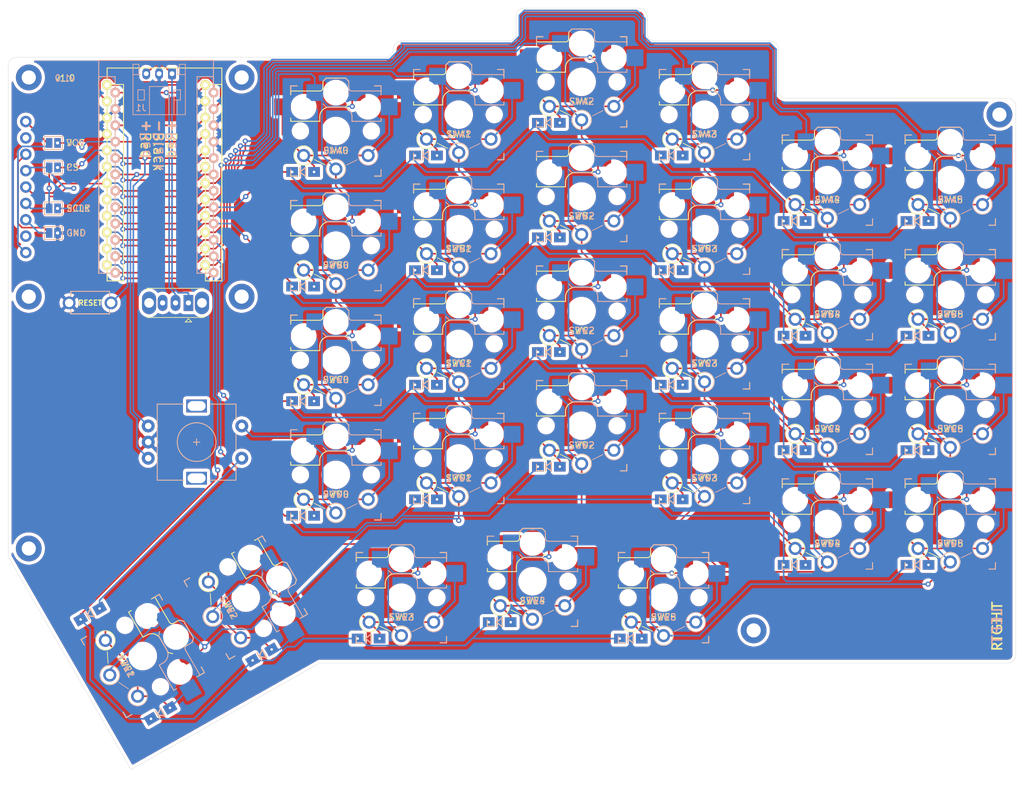
<source format=kicad_pcb>
(kicad_pcb (version 20171130) (host pcbnew "(5.1.6-0-10_14)")
  (layers (0 F.Cu signal) (31 B.Cu signal) (34 B.Paste user hide) (35 F.Paste user hide) (36 B.SilkS user) (37 F.SilkS user) (38 B.Mask user) (39 F.Mask user) (44 Edge.Cuts user))
  (net 0 "")
  (net 1 "Net-(U1-Pad1)")
  (net 2 "Net-(U1-Pad2)")
  (net 3 "Net-(DA0-Pad2)")
  (net 4 rowA)
  (net 5 "Net-(DA1-Pad2)")
  (net 6 "Net-(DA2-Pad2)")
  (net 7 "Net-(DA3-Pad2)")
  (net 8 "Net-(DA4-Pad2)")
  (net 9 "Net-(DA5-Pad2)")
  (net 10 "Net-(DB0-Pad2)")
  (net 11 rowB)
  (net 12 "Net-(DB1-Pad2)")
  (net 13 "Net-(DB2-Pad2)")
  (net 14 "Net-(DB3-Pad2)")
  (net 15 "Net-(DB4-Pad2)")
  (net 16 "Net-(DB5-Pad2)")
  (net 17 "Net-(DC0-Pad2)")
  (net 18 rowC)
  (net 19 "Net-(DC1-Pad2)")
  (net 20 "Net-(DC2-Pad2)")
  (net 21 "Net-(DC3-Pad2)")
  (net 22 "Net-(DC4-Pad2)")
  (net 23 "Net-(DC5-Pad2)")
  (net 24 "Net-(DD0-Pad2)")
  (net 25 rowD)
  (net 26 "Net-(DD1-Pad2)")
  (net 27 "Net-(DD2-Pad2)")
  (net 28 "Net-(DD3-Pad2)")
  (net 29 "Net-(DD4-Pad2)")
  (net 30 "Net-(DD5-Pad2)")
  (net 31 rowE)
  (net 32 "Net-(DE1-Pad2)")
  (net 33 "Net-(DE2-Pad2)")
  (net 34 "Net-(DE3-Pad2)")
  (net 35 "Net-(DE4-Pad2)")
  (net 36 "Net-(DE5-Pad2)")
  (net 37 VCC)
  (net 38 GND)
  (net 39 RESET)
  (net 40 col1)
  (net 41 col2)
  (net 42 col3)
  (net 43 col4)
  (net 44 col5)
  (net 45 ENCB)
  (net 46 ENCA)
  (net 47 "Net-(SW_PWR1-Pad3)")
  (net 48 "Net-(J1-Pad1)")
  (net 49 "Net-(DE0-Pad2)")
  (net 50 col0)
  (net 51 MOSI)
  (net 52 SCLK)
  (net 53 CS)
  (net 54 VCOM)
  (net 55 "Net-(J2-Pad9)")
  (net 56 "Net-(J2-Pad7)")
  (net 57 "Net-(J2-Pad6)")
  (net 58 "Net-(J2-Pad4)")
  (net 59 "Net-(J2-Pad3)")
  (net 60 "Net-(J2-Pad1)")
  (net 61 "Net-(J2-Pad8)")
  (net 62 "Net-(J2-Pad2)")
  (module Didot:M2_HOLE_PCB (layer F.Cu) (at 60.342292 31.064323)
    (fp_text reference TH1 hide)
    (fp_text value HOLE)
    (pad "" thru_hole circle (at 0 0) (size 4 4) (drill 2.2) (layers *.Cu *.Mask Dwgs.User))
  )
  (module Didot:M2_HOLE_PCB (layer F.Cu) (at 93.342292 31.064323)
    (fp_text reference TH1 hide)
    (fp_text value HOLE)
    (pad "" thru_hole circle (at 0 0) (size 4 4) (drill 2.2) (layers *.Cu *.Mask Dwgs.User))
  )
  (module Didot:M2_HOLE_PCB (layer F.Cu) (at 93.342292 65.064323)
    (fp_text reference TH1 hide)
    (fp_text value HOLE)
    (pad "" thru_hole circle (at 0 0) (size 4 4) (drill 2.2) (layers *.Cu *.Mask Dwgs.User))
  )
  (module Didot:M2_HOLE_PCB (layer F.Cu) (at 60.342292 65.064323)
    (fp_text reference TH1 hide)
    (fp_text value HOLE)
    (pad "" thru_hole circle (at 0 0) (size 4 4) (drill 2.2) (layers *.Cu *.Mask Dwgs.User))
  )
  (module Didot:1X09_ROUND_70 (layer F.Cu) (at 59.882292 48.064323 270)
    (fp_text reference J2 hide)
    (fp_text value "Display Socket" hide)
    (pad 1 thru_hole circle (at -10.16 0) (size 1.778 1.778) (drill 1) (layers *.Cu *.Mask) (net 60 "Net-(J2-Pad1)"))
    (pad 2 thru_hole circle (at -7.62 0) (size 1.778 1.778) (drill 1) (layers *.Cu *.Mask) (net 62 "Net-(J2-Pad2)"))
    (pad 3 thru_hole circle (at -5.08 0) (size 1.778 1.778) (drill 1) (layers *.Cu *.Mask) (net 59 "Net-(J2-Pad3)"))
    (pad 4 thru_hole circle (at -2.54 0) (size 1.778 1.778) (drill 1) (layers *.Cu *.Mask) (net 58 "Net-(J2-Pad4)"))
    (pad 5 thru_hole circle (at 0 0) (size 1.778 1.778) (drill 1) (layers *.Cu *.Mask) (net 51 MOSI))
    (pad 6 thru_hole circle (at 2.54 0) (size 1.778 1.778) (drill 1) (layers *.Cu *.Mask) (net 57 "Net-(J2-Pad6)"))
    (pad 7 thru_hole circle (at 5.08 0) (size 1.778 1.778) (drill 1) (layers *.Cu *.Mask) (net 56 "Net-(J2-Pad7)"))
    (pad 8 thru_hole circle (at 7.62 0) (size 1.778 1.778) (drill 1) (layers *.Cu *.Mask) (net 61 "Net-(J2-Pad8)"))
    (pad 9 thru_hole circle (at 10.16 0) (size 1.778 1.778) (drill 1) (layers *.Cu *.Mask) (net 55 "Net-(J2-Pad9)"))
  )
  (module Didot:ProMicro (layer F.Cu) (at 81.28 46.99)
    (fp_text reference U1 hide)
    (fp_text value nice!nano hide)
    (pad 22 thru_hole circle (at -7.521185 -8.494255 180) (size 1.524 1.524) (drill 0.8128) (layers *.Cu *.Mask B.SilkS) (net 39 RESET))
    (pad 10 thru_hole circle (at 7.718815 9.285745 180) (size 1.524 1.524) (drill 0.8128) (layers *.Cu *.Mask B.SilkS) (net 18 rowC))
    (pad 18 thru_hole circle (at -7.521185 1.665745 180) (size 1.524 1.524) (drill 0.8128) (layers *.Cu *.Mask B.SilkS) (net 50 col0))
    (pad 6 thru_hole circle (at 7.718815 -0.874255 180) (size 1.524 1.524) (drill 0.8128) (layers *.Cu *.Mask B.SilkS) (net 52 SCLK))
    (pad 4 thru_hole circle (at 7.718815 -5.954255 180) (size 1.524 1.524) (drill 0.8128) (layers *.Cu *.Mask B.SilkS) (net 38 GND))
    (pad 14 thru_hole circle (at -7.521185 11.825745 180) (size 1.524 1.524) (drill 0.8128) (layers *.Cu *.Mask B.SilkS) (net 43 col4))
    (pad 3 thru_hole circle (at 7.718815 -8.494255 180) (size 1.524 1.524) (drill 0.8128) (layers *.Cu *.Mask B.SilkS) (net 38 GND))
    (pad 1 thru_hole circle (at 7.718815 -13.574255 180) (size 1.524 1.524) (drill 0.8128) (layers *.Cu *.Mask B.SilkS) (net 1 "Net-(U1-Pad1)"))
    (pad 16 thru_hole circle (at -7.521185 6.745745 180) (size 1.524 1.524) (drill 0.8128) (layers *.Cu *.Mask B.SilkS) (net 41 col2))
    (pad 12 thru_hole circle (at 7.718815 14.365745 180) (size 1.524 1.524) (drill 0.8128) (layers *.Cu *.Mask B.SilkS) (net 31 rowE))
    (pad 19 thru_hole circle (at -7.521185 -0.874255 180) (size 1.524 1.524) (drill 0.8128) (layers *.Cu *.Mask B.SilkS) (net 45 ENCB))
    (pad 23 thru_hole circle (at -7.521185 -11.034255 180) (size 1.524 1.524) (drill 0.8128) (layers *.Cu *.Mask B.SilkS) (net 38 GND))
    (pad 21 thru_hole circle (at -7.521185 -5.954255 180) (size 1.524 1.524) (drill 0.8128) (layers *.Cu *.Mask B.SilkS) (net 54 VCOM))
    (pad 20 thru_hole circle (at -7.521185 -3.414255 180) (size 1.524 1.524) (drill 0.8128) (layers *.Cu *.Mask B.SilkS) (net 46 ENCA))
    (pad 15 thru_hole circle (at -7.521185 9.285745 180) (size 1.524 1.524) (drill 0.8128) (layers *.Cu *.Mask B.SilkS) (net 42 col3))
    (pad 17 thru_hole circle (at -7.521185 4.205745 180) (size 1.524 1.524) (drill 0.8128) (layers *.Cu *.Mask B.SilkS) (net 40 col1))
    (pad 9 thru_hole circle (at 7.718815 6.745745 180) (size 1.524 1.524) (drill 0.8128) (layers *.Cu *.Mask B.SilkS) (net 11 rowB))
    (pad 8 thru_hole circle (at 7.718815 4.205745 180) (size 1.524 1.524) (drill 0.8128) (layers *.Cu *.Mask B.SilkS) (net 4 rowA))
    (pad 13 thru_hole circle (at -7.521185 14.365745 180) (size 1.524 1.524) (drill 0.8128) (layers *.Cu *.Mask B.SilkS) (net 44 col5))
    (pad 11 thru_hole circle (at 7.718815 11.825745 180) (size 1.524 1.524) (drill 0.8128) (layers *.Cu *.Mask B.SilkS) (net 25 rowD))
    (pad 2 thru_hole circle (at 7.718815 -11.034255 180) (size 1.524 1.524) (drill 0.8128) (layers *.Cu *.Mask B.SilkS) (net 2 "Net-(U1-Pad2)"))
    (pad 24 thru_hole circle (at -7.521185 -13.574255 180) (size 1.524 1.524) (drill 0.8128) (layers *.Cu *.Mask B.SilkS) (net 37 VCC))
    (pad 7 thru_hole circle (at 7.718815 1.665745 180) (size 1.524 1.524) (drill 0.8128) (layers *.Cu *.Mask B.SilkS) (net 51 MOSI))
    (pad 5 thru_hole circle (at 7.718815 -3.414255 180) (size 1.524 1.524) (drill 0.8128) (layers *.Cu *.Mask B.SilkS) (net 53 CS))
    (pad 1 thru_hole circle (at -8.82 -14.77) (size 1.524 1.524) (drill 0.8128) (layers *.Cu *.Mask F.SilkS) (net 1 "Net-(U1-Pad1)"))
    (pad 2 thru_hole circle (at -8.82 -12.23) (size 1.524 1.524) (drill 0.8128) (layers *.Cu *.Mask F.SilkS) (net 2 "Net-(U1-Pad2)"))
    (pad 3 thru_hole circle (at -8.82 -9.69) (size 1.524 1.524) (drill 0.8128) (layers *.Cu *.Mask F.SilkS) (net 38 GND))
    (pad 4 thru_hole circle (at -8.82 -7.15) (size 1.524 1.524) (drill 0.8128) (layers *.Cu *.Mask F.SilkS) (net 38 GND))
    (pad 5 thru_hole circle (at -8.82 -4.61) (size 1.524 1.524) (drill 0.8128) (layers *.Cu *.Mask F.SilkS) (net 53 CS))
    (pad 6 thru_hole circle (at -8.82 -2.07) (size 1.524 1.524) (drill 0.8128) (layers *.Cu *.Mask F.SilkS) (net 52 SCLK))
    (pad 7 thru_hole circle (at -8.82 0.47) (size 1.524 1.524) (drill 0.8128) (layers *.Cu *.Mask F.SilkS) (net 51 MOSI))
    (pad 8 thru_hole circle (at -8.82 3.01) (size 1.524 1.524) (drill 0.8128) (layers *.Cu *.Mask F.SilkS) (net 4 rowA))
    (pad 9 thru_hole circle (at -8.82 5.55) (size 1.524 1.524) (drill 0.8128) (layers *.Cu *.Mask F.SilkS) (net 11 rowB))
    (pad 10 thru_hole circle (at -8.82 8.09) (size 1.524 1.524) (drill 0.8128) (layers *.Cu *.Mask F.SilkS) (net 18 rowC))
    (pad 11 thru_hole circle (at -8.82 10.63) (size 1.524 1.524) (drill 0.8128) (layers *.Cu *.Mask F.SilkS) (net 25 rowD))
    (pad 12 thru_hole circle (at -8.82 13.17) (size 1.524 1.524) (drill 0.8128) (layers *.Cu *.Mask F.SilkS) (net 31 rowE))
    (pad 13 thru_hole circle (at 6.42 13.17) (size 1.524 1.524) (drill 0.8128) (layers *.Cu *.Mask F.SilkS) (net 44 col5))
    (pad 14 thru_hole circle (at 6.42 10.63) (size 1.524 1.524) (drill 0.8128) (layers *.Cu *.Mask F.SilkS) (net 43 col4))
    (pad 15 thru_hole circle (at 6.42 8.09) (size 1.524 1.524) (drill 0.8128) (layers *.Cu *.Mask F.SilkS) (net 42 col3))
    (pad 16 thru_hole circle (at 6.42 5.55) (size 1.524 1.524) (drill 0.8128) (layers *.Cu *.Mask F.SilkS) (net 41 col2))
    (pad 17 thru_hole circle (at 6.42 3.01) (size 1.524 1.524) (drill 0.8128) (layers *.Cu *.Mask F.SilkS) (net 40 col1))
    (pad 18 thru_hole circle (at 6.42 0.47) (size 1.524 1.524) (drill 0.8128) (layers *.Cu *.Mask F.SilkS) (net 50 col0))
    (pad 19 thru_hole circle (at 6.42 -2.07) (size 1.524 1.524) (drill 0.8128) (layers *.Cu *.Mask F.SilkS) (net 45 ENCB))
    (pad 20 thru_hole circle (at 6.42 -4.61) (size 1.524 1.524) (drill 0.8128) (layers *.Cu *.Mask F.SilkS) (net 46 ENCA))
    (pad 21 thru_hole circle (at 6.42 -7.15) (size 1.524 1.524) (drill 0.8128) (layers *.Cu *.Mask F.SilkS) (net 54 VCOM))
    (pad 22 thru_hole circle (at 6.42 -9.69) (size 1.524 1.524) (drill 0.8128) (layers *.Cu *.Mask F.SilkS) (net 39 RESET))
    (pad 23 thru_hole circle (at 6.42 -12.23) (size 1.524 1.524) (drill 0.8128) (layers *.Cu *.Mask F.SilkS) (net 38 GND))
    (pad 24 thru_hole circle (at 6.42 -14.77) (size 1.524 1.524) (drill 0.8128) (layers *.Cu *.Mask F.SilkS) (net 37 VCC))
  )
  (module Didot:ReversibleDisplayJumper (layer F.Cu) (at 64.152292 51.384323)
    (fp_text reference JP3 hide)
    (fp_text value SCLK hide)
    (fp_text user %V (at 1.905 0) (layer F.SilkS) (effects (justify left)))
    (fp_text user %V (at 1.905 0) (layer B.SilkS) (effects (justify right mirror)))
    (pad 3 smd rect (at -0.65 0) (size 1 1.5) (layers B.Cu B.Mask) (net 57 "Net-(J2-Pad6)"))
    (pad 1 smd rect (at -0.65 0) (size 1 1.5) (layers F.Cu F.Mask) (net 58 "Net-(J2-Pad4)"))
    (pad 2 thru_hole rect (at 0.65 0) (size 1 1.5) (drill 0.5) (layers *.Cu *.Mask) (net 52 SCLK))
  )
  (module Didot:ReversibleDisplayJumper (layer F.Cu) (at 64.152292 55.194323)
    (fp_text reference JP4 hide)
    (fp_text value GND hide)
    (fp_text user %V (at 1.905 0) (layer F.SilkS) (effects (justify left)))
    (fp_text user %V (at 1.905 0) (layer B.SilkS) (effects (justify right mirror)))
    (pad 3 smd rect (at -0.65 0) (size 1 1.5) (layers B.Cu B.Mask) (net 56 "Net-(J2-Pad7)"))
    (pad 1 smd rect (at -0.65 0) (size 1 1.5) (layers F.Cu F.Mask) (net 59 "Net-(J2-Pad3)"))
    (pad 2 thru_hole rect (at 0.65 0) (size 1 1.5) (drill 0.5) (layers *.Cu *.Mask) (net 38 GND))
  )
  (module Didot:ReversibleDisplayJumper (layer F.Cu) (at 64.152292 45.034323)
    (fp_text reference JP2 hide)
    (fp_text value CS hide)
    (fp_text user %V (at 1.905 0) (layer F.SilkS) (effects (justify left)))
    (fp_text user %V (at 1.905 0) (layer B.SilkS) (effects (justify right mirror)))
    (pad 3 smd rect (at -0.65 0) (size 1 1.5) (layers B.Cu B.Mask) (net 58 "Net-(J2-Pad4)"))
    (pad 1 smd rect (at -0.65 0) (size 1 1.5) (layers F.Cu F.Mask) (net 57 "Net-(J2-Pad6)"))
    (pad 2 thru_hole rect (at 0.65 0) (size 1 1.5) (drill 0.5) (layers *.Cu *.Mask) (net 53 CS))
  )
  (module Didot:ReversibleDisplayJumper (layer F.Cu) (at 64.152292 41.224323)
    (fp_text reference JP1 hide)
    (fp_text value VCC hide)
    (fp_text user %V (at 1.905 0) (layer F.SilkS) (effects (justify left)))
    (fp_text user %V (at 1.905 0) (layer B.SilkS) (effects (justify right mirror)))
    (pad 3 smd rect (at -0.65 0) (size 1 1.5) (layers B.Cu B.Mask) (net 55 "Net-(J2-Pad9)"))
    (pad 1 smd rect (at -0.65 0) (size 1 1.5) (layers F.Cu F.Mask) (net 60 "Net-(J2-Pad1)"))
    (pad 2 thru_hole rect (at 0.65 0) (size 1 1.5) (drill 0.5) (layers *.Cu *.Mask) (net 54 VCOM))
  )
  (module Didot:didot_right (layer F.Cu) (at 194.31 115.57)
    (fp_text reference Ref** hide)
    (fp_text value Val** hide)
  )
  (module Didot:RotaryEncoder_Alps_EC11E-Switch_Vertical_H20mm-keebio_modified (layer F.Cu) (at 86.36 87.63)
    (fp_text reference SWENC1 hide)
    (fp_text value Rotary_Encoder_Switch)
    (pad S2 thru_hole circle (at 7 2.5) (size 2 2) (drill 1) (layers *.Cu *.Mask) (net 49 "Net-(DE0-Pad2)"))
    (pad S1 thru_hole circle (at 7 -2.5) (size 2 2) (drill 1) (layers *.Cu *.Mask) (net 50 col0))
    (pad MP thru_hole rect (at 0 5.6) (size 3.2 2) (drill oval 2.8 1.5) (layers *.Cu *.Mask))
    (pad MP thru_hole rect (at 0 -5.6) (size 3.2 2) (drill oval 2.8 1.5) (layers *.Cu *.Mask))
    (pad B thru_hole circle (at -7.5 2.5) (size 2 2) (drill 1) (layers *.Cu *.Mask) (net 45 ENCB))
    (pad C thru_hole circle (at -7.5 0) (size 2 2) (drill 1) (layers *.Cu *.Mask) (net 38 GND))
    (pad A thru_hole circle (at -7.5 -2.5) (size 2 2) (drill 1) (layers *.Cu *.Mask) (net 46 ENCA))
  )
  (module Didot:M2_HOLE_PCB (layer F.Cu) (at 60.342292 104.14)
    (fp_text reference TH1 hide)
    (fp_text value HOLE)
    (pad "" thru_hole circle (at 0 0) (size 4 4) (drill 2.2) (layers *.Cu *.Mask Dwgs.User))
  )
  (module Didot:M2_HOLE_PCB (layer F.Cu) (at 210.82 36.83)
    (fp_text reference TH1 hide)
    (fp_text value HOLE)
    (pad "" thru_hole circle (at 0 0) (size 4 4) (drill 2.2) (layers *.Cu *.Mask Dwgs.User))
  )
  (module Didot:M2_HOLE_PCB (layer F.Cu) (at 172.72 116.84)
    (fp_text reference TH1 hide)
    (fp_text value HOLE)
    (pad "" thru_hole circle (at 0 0) (size 4 4) (drill 2.2) (layers *.Cu *.Mask Dwgs.User))
  )
  (module Didot:Kailh_socket_PG1350_optional_reversible (layer F.Cu) (at 203.2 64.77)
    (fp_text reference SWB5 (at 0 3.04) (layer F.SilkS))
    (fp_text value SW_KEY)
    (fp_text user %R (at 0 3.04) (layer B.SilkS) (effects (justify mirror)))
    (fp_text user %R (at 0 3.04) (layer B.SilkS) (effects (justify mirror)))
    (pad 2 thru_hole circle (at -5 3.8) (size 2.032 2.032) (drill 1.27) (layers *.Cu *.Mask) (net 16 "Net-(DB5-Pad2)"))
    (pad 2 smd rect (at 8.275 -3.75) (size 2.6 2.6) (layers B.Cu B.Paste B.Mask) (net 16 "Net-(DB5-Pad2)"))
    (pad 1 smd rect (at -3.275 -5.95) (size 2.6 2.6) (layers B.Cu B.Paste B.Mask) (net 44 col5))
    (pad "" np_thru_hole circle (at 5 -3.75) (size 3 3) (drill 3) (layers *.Cu *.Mask))
    (pad 2 smd rect (at -8.275 -3.75) (size 2.6 2.6) (layers F.Cu F.Paste F.Mask) (net 16 "Net-(DB5-Pad2)"))
    (pad "" np_thru_hole circle (at 0 -5.95) (size 3 3) (drill 3) (layers *.Cu *.Mask))
    (pad 1 thru_hole circle (at 0 5.9) (size 2.032 2.032) (drill 1.27) (layers *.Cu *.Mask) (net 44 col5))
    (pad 2 thru_hole circle (at 5 3.8) (size 2.032 2.032) (drill 1.27) (layers *.Cu *.Mask) (net 16 "Net-(DB5-Pad2)"))
    (pad "" np_thru_hole circle (at 0 0) (size 3.429 3.429) (drill 3.429) (layers *.Cu *.Mask))
    (pad "" np_thru_hole circle (at -5 -3.75) (size 3 3) (drill 3) (layers *.Cu *.Mask))
    (pad 1 smd rect (at 3.275 -5.95) (size 2.6 2.6) (layers F.Cu F.Paste F.Mask) (net 44 col5))
    (pad "" np_thru_hole circle (at 5.5 0) (size 1.7018 1.7018) (drill 1.7018) (layers *.Cu *.Mask))
    (pad "" np_thru_hole circle (at -5.5 0) (size 1.7018 1.7018) (drill 1.7018) (layers *.Cu *.Mask))
  )
  (module Didot:Kailh_socket_PG1350_optional_reversible_1.5u (layer F.Cu) (at 93.98 111.76 300)
    (fp_text reference SWE2 (at 0 3.04 120) (layer F.SilkS))
    (fp_text value SW_KEY)
    (fp_text user %R (at 0 3.04 120) (layer B.SilkS) (effects (justify mirror)))
    (fp_text user %R (at 0 3.04 120) (layer B.SilkS) (effects (justify mirror)))
    (pad 2 thru_hole circle (at -5 3.8 300) (size 2.032 2.032) (drill 1.27) (layers *.Cu *.Mask) (net 33 "Net-(DE2-Pad2)"))
    (pad 2 smd rect (at 8.275 -3.75 300) (size 2.6 2.6) (layers B.Cu B.Paste B.Mask) (net 33 "Net-(DE2-Pad2)"))
    (pad 1 smd rect (at -3.275 -5.95 300) (size 2.6 2.6) (layers B.Cu B.Paste B.Mask) (net 41 col2))
    (pad "" np_thru_hole circle (at 5 -3.75 300) (size 3 3) (drill 3) (layers *.Cu *.Mask))
    (pad 2 smd rect (at -8.275 -3.75 300) (size 2.6 2.6) (layers F.Cu F.Paste F.Mask) (net 33 "Net-(DE2-Pad2)"))
    (pad "" np_thru_hole circle (at 0 -5.95 300) (size 3 3) (drill 3) (layers *.Cu *.Mask))
    (pad 1 thru_hole circle (at 0 5.9 300) (size 2.032 2.032) (drill 1.27) (layers *.Cu *.Mask) (net 41 col2))
    (pad 2 thru_hole circle (at 5 3.8 300) (size 2.032 2.032) (drill 1.27) (layers *.Cu *.Mask) (net 33 "Net-(DE2-Pad2)"))
    (pad "" np_thru_hole circle (at 0 0 300) (size 3.429 3.429) (drill 3.429) (layers *.Cu *.Mask))
    (pad "" np_thru_hole circle (at -5 -3.75 300) (size 3 3) (drill 3) (layers *.Cu *.Mask))
    (pad 1 smd rect (at 3.275 -5.95 300) (size 2.6 2.6) (layers F.Cu F.Paste F.Mask) (net 41 col2))
    (pad "" np_thru_hole circle (at 5.5 0 300) (size 1.7018 1.7018) (drill 1.7018) (layers *.Cu *.Mask))
    (pad "" np_thru_hole circle (at -5.5 0 300) (size 1.7018 1.7018) (drill 1.7018) (layers *.Cu *.Mask))
  )
  (module Button_Switch_THT:SW_Slide_1P2T_CK_OS102011MS2Q (layer F.Cu) (at 85.09 66.04 180)
    (fp_text reference SW_PWR1 hide)
    (fp_text value SW_SPDT hide)
    (pad "" thru_hole oval (at 6.1 0 180) (size 2.2 3.5) (drill 1.5) (layers *.Cu *.Mask))
    (pad "" thru_hole oval (at -2.1 0 180) (size 2.2 3.5) (drill 1.5) (layers *.Cu *.Mask))
    (pad 3 thru_hole oval (at 4 0 180) (size 1.5 2.5) (drill 0.8) (layers *.Cu *.Mask) (net 47 "Net-(SW_PWR1-Pad3)"))
    (pad 2 thru_hole oval (at 2 0 180) (size 1.5 2.5) (drill 0.8) (layers *.Cu *.Mask) (net 37 VCC))
    (pad 1 thru_hole rect (at 0 0 180) (size 1.5 2.5) (drill 0.8) (layers *.Cu *.Mask) (net 48 "Net-(J1-Pad1)"))
  )
  (module Connector_JST:JST_PH_S3B-PH-K_1x03_P2.00mm_Horizontal (layer B.Cu) (at 82.55 30.48 180)
    (fp_text reference J1 (at 4.820725 -5.296496) (layer B.SilkS) (effects (justify mirror)))
    (fp_text value JST_BATTERY hide)
    (pad 1 thru_hole roundrect (at 0 0 180) (size 1.2 1.75) (drill 0.75) (layers *.Cu *.Mask) (roundrect_rratio 0.208333) (net 48 "Net-(J1-Pad1)"))
    (pad 2 thru_hole oval (at 2 0 180) (size 1.2 1.75) (drill 0.75) (layers *.Cu *.Mask) (net 38 GND))
    (pad 3 thru_hole oval (at 4 0 180) (size 1.2 1.75) (drill 0.75) (layers *.Cu *.Mask) (net 48 "Net-(J1-Pad1)"))
  )
  (module Didot:Kailh_socket_PG1350_optional_reversible (layer F.Cu) (at 165.1 54.61)
    (fp_text reference SWB3 (at 0 3.04) (layer F.SilkS))
    (fp_text value SW_KEY)
    (fp_text user %R (at 0 3.04) (layer B.SilkS) (effects (justify mirror)))
    (fp_text user %R (at 0 3.04) (layer B.SilkS) (effects (justify mirror)))
    (pad 2 thru_hole circle (at -5 3.8) (size 2.032 2.032) (drill 1.27) (layers *.Cu *.Mask) (net 14 "Net-(DB3-Pad2)"))
    (pad 2 smd rect (at 8.275 -3.75) (size 2.6 2.6) (layers B.Cu B.Paste B.Mask) (net 14 "Net-(DB3-Pad2)"))
    (pad 1 smd rect (at -3.275 -5.95) (size 2.6 2.6) (layers B.Cu B.Paste B.Mask) (net 42 col3))
    (pad "" np_thru_hole circle (at 5 -3.75) (size 3 3) (drill 3) (layers *.Cu *.Mask))
    (pad 2 smd rect (at -8.275 -3.75) (size 2.6 2.6) (layers F.Cu F.Paste F.Mask) (net 14 "Net-(DB3-Pad2)"))
    (pad "" np_thru_hole circle (at 0 -5.95) (size 3 3) (drill 3) (layers *.Cu *.Mask))
    (pad 1 thru_hole circle (at 0 5.9) (size 2.032 2.032) (drill 1.27) (layers *.Cu *.Mask) (net 42 col3))
    (pad 2 thru_hole circle (at 5 3.8) (size 2.032 2.032) (drill 1.27) (layers *.Cu *.Mask) (net 14 "Net-(DB3-Pad2)"))
    (pad "" np_thru_hole circle (at 0 0) (size 3.429 3.429) (drill 3.429) (layers *.Cu *.Mask))
    (pad "" np_thru_hole circle (at -5 -3.75) (size 3 3) (drill 3) (layers *.Cu *.Mask))
    (pad 1 smd rect (at 3.275 -5.95) (size 2.6 2.6) (layers F.Cu F.Paste F.Mask) (net 42 col3))
    (pad "" np_thru_hole circle (at 5.5 0) (size 1.7018 1.7018) (drill 1.7018) (layers *.Cu *.Mask))
    (pad "" np_thru_hole circle (at -5.5 0) (size 1.7018 1.7018) (drill 1.7018) (layers *.Cu *.Mask))
  )
  (module Didot:Kailh_socket_PG1350_optional_reversible_1.5u (layer F.Cu) (at 78.0111 120.819 300)
    (fp_text reference SWE1 (at 0 3.04 120) (layer F.SilkS))
    (fp_text value SW_KEY)
    (fp_text user %R (at 0 3.04 120) (layer B.SilkS) (effects (justify mirror)))
    (fp_text user %R (at 0 3.04 120) (layer B.SilkS) (effects (justify mirror)))
    (pad 2 thru_hole circle (at -5 3.8 300) (size 2.032 2.032) (drill 1.27) (layers *.Cu *.Mask) (net 32 "Net-(DE1-Pad2)"))
    (pad 2 smd rect (at 8.275 -3.75 300) (size 2.6 2.6) (layers B.Cu B.Paste B.Mask) (net 32 "Net-(DE1-Pad2)"))
    (pad 1 smd rect (at -3.275 -5.95 300) (size 2.6 2.6) (layers B.Cu B.Paste B.Mask) (net 40 col1))
    (pad "" np_thru_hole circle (at 5 -3.75 300) (size 3 3) (drill 3) (layers *.Cu *.Mask))
    (pad 2 smd rect (at -8.275 -3.75 300) (size 2.6 2.6) (layers F.Cu F.Paste F.Mask) (net 32 "Net-(DE1-Pad2)"))
    (pad "" np_thru_hole circle (at 0 -5.95 300) (size 3 3) (drill 3) (layers *.Cu *.Mask))
    (pad 1 thru_hole circle (at 0 5.9 300) (size 2.032 2.032) (drill 1.27) (layers *.Cu *.Mask) (net 40 col1))
    (pad 2 thru_hole circle (at 5 3.8 300) (size 2.032 2.032) (drill 1.27) (layers *.Cu *.Mask) (net 32 "Net-(DE1-Pad2)"))
    (pad "" np_thru_hole circle (at 0 0 300) (size 3.429 3.429) (drill 3.429) (layers *.Cu *.Mask))
    (pad "" np_thru_hole circle (at -5 -3.75 300) (size 3 3) (drill 3) (layers *.Cu *.Mask))
    (pad 1 smd rect (at 3.275 -5.95 300) (size 2.6 2.6) (layers F.Cu F.Paste F.Mask) (net 40 col1))
    (pad "" np_thru_hole circle (at 5.5 0 300) (size 1.7018 1.7018) (drill 1.7018) (layers *.Cu *.Mask))
    (pad "" np_thru_hole circle (at -5.5 0 300) (size 1.7018 1.7018) (drill 1.7018) (layers *.Cu *.Mask))
  )
  (module Didot:Diode_SOD123 (layer F.Cu) (at 153.67 118.11)
    (fp_text reference DE5)
    (fp_text value 1N4148W hide)
    (pad 2 thru_hole rect (at 1.7 0) (size 1.8 1.5) (drill 0.4) (layers *.Cu *.Mask) (net 36 "Net-(DE5-Pad2)"))
    (pad 1 thru_hole rect (at -1.7 0) (size 1.8 1.5) (drill 0.4) (layers *.Cu *.Mask) (net 31 rowE))
  )
  (module Didot:Diode_SOD123 (layer F.Cu) (at 133.35 115.57)
    (fp_text reference DE4)
    (fp_text value 1N4148W hide)
    (pad 2 thru_hole rect (at 1.7 0) (size 1.8 1.5) (drill 0.4) (layers *.Cu *.Mask) (net 35 "Net-(DE4-Pad2)"))
    (pad 1 thru_hole rect (at -1.7 0) (size 1.8 1.5) (drill 0.4) (layers *.Cu *.Mask) (net 31 rowE))
  )
  (module Didot:Diode_SOD123 (layer F.Cu) (at 113.03 118.11)
    (fp_text reference DE3)
    (fp_text value 1N4148W hide)
    (pad 2 thru_hole rect (at 1.7 0) (size 1.8 1.5) (drill 0.4) (layers *.Cu *.Mask) (net 34 "Net-(DE3-Pad2)"))
    (pad 1 thru_hole rect (at -1.7 0) (size 1.8 1.5) (drill 0.4) (layers *.Cu *.Mask) (net 31 rowE))
  )
  (module Didot:Diode_SOD123 (layer F.Cu) (at 96.52 120.65 30)
    (fp_text reference DE2)
    (fp_text value 1N4148W hide)
    (pad 2 thru_hole rect (at 1.7 0 30) (size 1.8 1.5) (drill 0.4) (layers *.Cu *.Mask) (net 33 "Net-(DE2-Pad2)"))
    (pad 1 thru_hole rect (at -1.7 0 30) (size 1.8 1.5) (drill 0.4) (layers *.Cu *.Mask) (net 31 rowE))
  )
  (module Didot:Diode_SOD123 (layer F.Cu) (at 80.7611 129.709 30)
    (fp_text reference DE1)
    (fp_text value 1N4148W hide)
    (pad 2 thru_hole rect (at 1.7 0 30) (size 1.8 1.5) (drill 0.4) (layers *.Cu *.Mask) (net 32 "Net-(DE1-Pad2)"))
    (pad 1 thru_hole rect (at -1.7 0 30) (size 1.8 1.5) (drill 0.4) (layers *.Cu *.Mask) (net 31 rowE))
  )
  (module Didot:Diode_SOD123 (layer F.Cu) (at 69.85 114.3 30)
    (fp_text reference DE0)
    (fp_text value 1N4148W hide)
    (pad 2 thru_hole rect (at 1.7 0 30) (size 1.8 1.5) (drill 0.4) (layers *.Cu *.Mask) (net 49 "Net-(DE0-Pad2)"))
    (pad 1 thru_hole rect (at -1.7 0 30) (size 1.8 1.5) (drill 0.4) (layers *.Cu *.Mask) (net 31 rowE))
  )
  (module Didot:Diode_SOD123 (layer F.Cu) (at 198.12 106.68)
    (fp_text reference DD5)
    (fp_text value 1N4148W hide)
    (pad 2 thru_hole rect (at 1.7 0) (size 1.8 1.5) (drill 0.4) (layers *.Cu *.Mask) (net 30 "Net-(DD5-Pad2)"))
    (pad 1 thru_hole rect (at -1.7 0) (size 1.8 1.5) (drill 0.4) (layers *.Cu *.Mask) (net 25 rowD))
  )
  (module Didot:Diode_SOD123 (layer F.Cu) (at 179.07 106.68)
    (fp_text reference DD4)
    (fp_text value 1N4148W hide)
    (pad 2 thru_hole rect (at 1.7 0) (size 1.8 1.5) (drill 0.4) (layers *.Cu *.Mask) (net 29 "Net-(DD4-Pad2)"))
    (pad 1 thru_hole rect (at -1.7 0) (size 1.8 1.5) (drill 0.4) (layers *.Cu *.Mask) (net 25 rowD))
  )
  (module Didot:Diode_SOD123 (layer F.Cu) (at 160.02 96.52)
    (fp_text reference DD3)
    (fp_text value 1N4148W hide)
    (pad 2 thru_hole rect (at 1.7 0) (size 1.8 1.5) (drill 0.4) (layers *.Cu *.Mask) (net 28 "Net-(DD3-Pad2)"))
    (pad 1 thru_hole rect (at -1.7 0) (size 1.8 1.5) (drill 0.4) (layers *.Cu *.Mask) (net 25 rowD))
  )
  (module Didot:Diode_SOD123 (layer F.Cu) (at 140.97 91.44)
    (fp_text reference DD2)
    (fp_text value 1N4148W hide)
    (pad 2 thru_hole rect (at 1.7 0) (size 1.8 1.5) (drill 0.4) (layers *.Cu *.Mask) (net 27 "Net-(DD2-Pad2)"))
    (pad 1 thru_hole rect (at -1.7 0) (size 1.8 1.5) (drill 0.4) (layers *.Cu *.Mask) (net 25 rowD))
  )
  (module Didot:Diode_SOD123 (layer F.Cu) (at 121.92 96.52)
    (fp_text reference DD1)
    (fp_text value 1N4148W hide)
    (pad 2 thru_hole rect (at 1.7 0) (size 1.8 1.5) (drill 0.4) (layers *.Cu *.Mask) (net 26 "Net-(DD1-Pad2)"))
    (pad 1 thru_hole rect (at -1.7 0) (size 1.8 1.5) (drill 0.4) (layers *.Cu *.Mask) (net 25 rowD))
  )
  (module Didot:Diode_SOD123 (layer F.Cu) (at 102.87 99.06)
    (fp_text reference DD0)
    (fp_text value 1N4148W hide)
    (pad 2 thru_hole rect (at 1.7 0) (size 1.8 1.5) (drill 0.4) (layers *.Cu *.Mask) (net 24 "Net-(DD0-Pad2)"))
    (pad 1 thru_hole rect (at -1.7 0) (size 1.8 1.5) (drill 0.4) (layers *.Cu *.Mask) (net 25 rowD))
  )
  (module Didot:Diode_SOD123 (layer F.Cu) (at 198.12 88.9)
    (fp_text reference DC5)
    (fp_text value 1N4148W hide)
    (pad 2 thru_hole rect (at 1.7 0) (size 1.8 1.5) (drill 0.4) (layers *.Cu *.Mask) (net 23 "Net-(DC5-Pad2)"))
    (pad 1 thru_hole rect (at -1.7 0) (size 1.8 1.5) (drill 0.4) (layers *.Cu *.Mask) (net 18 rowC))
  )
  (module Didot:Diode_SOD123 (layer F.Cu) (at 179.07 88.9)
    (fp_text reference DC4)
    (fp_text value 1N4148W hide)
    (pad 2 thru_hole rect (at 1.7 0) (size 1.8 1.5) (drill 0.4) (layers *.Cu *.Mask) (net 22 "Net-(DC4-Pad2)"))
    (pad 1 thru_hole rect (at -1.7 0) (size 1.8 1.5) (drill 0.4) (layers *.Cu *.Mask) (net 18 rowC))
  )
  (module Didot:Diode_SOD123 (layer F.Cu) (at 160.02 78.74)
    (fp_text reference DC3)
    (fp_text value 1N4148W hide)
    (pad 2 thru_hole rect (at 1.7 0) (size 1.8 1.5) (drill 0.4) (layers *.Cu *.Mask) (net 21 "Net-(DC3-Pad2)"))
    (pad 1 thru_hole rect (at -1.7 0) (size 1.8 1.5) (drill 0.4) (layers *.Cu *.Mask) (net 18 rowC))
  )
  (module Didot:Diode_SOD123 (layer F.Cu) (at 140.97 73.66)
    (fp_text reference DC2)
    (fp_text value 1N4148W hide)
    (pad 2 thru_hole rect (at 1.7 0) (size 1.8 1.5) (drill 0.4) (layers *.Cu *.Mask) (net 20 "Net-(DC2-Pad2)"))
    (pad 1 thru_hole rect (at -1.7 0) (size 1.8 1.5) (drill 0.4) (layers *.Cu *.Mask) (net 18 rowC))
  )
  (module Didot:Diode_SOD123 (layer F.Cu) (at 121.92 78.74)
    (fp_text reference DC1)
    (fp_text value 1N4148W hide)
    (pad 2 thru_hole rect (at 1.7 0) (size 1.8 1.5) (drill 0.4) (layers *.Cu *.Mask) (net 19 "Net-(DC1-Pad2)"))
    (pad 1 thru_hole rect (at -1.7 0) (size 1.8 1.5) (drill 0.4) (layers *.Cu *.Mask) (net 18 rowC))
  )
  (module Didot:Diode_SOD123 (layer F.Cu) (at 102.87 81.28)
    (fp_text reference DC0)
    (fp_text value 1N4148W hide)
    (pad 2 thru_hole rect (at 1.7 0) (size 1.8 1.5) (drill 0.4) (layers *.Cu *.Mask) (net 17 "Net-(DC0-Pad2)"))
    (pad 1 thru_hole rect (at -1.7 0) (size 1.8 1.5) (drill 0.4) (layers *.Cu *.Mask) (net 18 rowC))
  )
  (module Didot:Diode_SOD123 (layer F.Cu) (at 198.12 71.12)
    (fp_text reference DB5)
    (fp_text value 1N4148W hide)
    (pad 2 thru_hole rect (at 1.7 0) (size 1.8 1.5) (drill 0.4) (layers *.Cu *.Mask) (net 16 "Net-(DB5-Pad2)"))
    (pad 1 thru_hole rect (at -1.7 0) (size 1.8 1.5) (drill 0.4) (layers *.Cu *.Mask) (net 11 rowB))
  )
  (module Didot:Diode_SOD123 (layer F.Cu) (at 179.07 71.12)
    (fp_text reference DB4)
    (fp_text value 1N4148W hide)
    (pad 2 thru_hole rect (at 1.7 0) (size 1.8 1.5) (drill 0.4) (layers *.Cu *.Mask) (net 15 "Net-(DB4-Pad2)"))
    (pad 1 thru_hole rect (at -1.7 0) (size 1.8 1.5) (drill 0.4) (layers *.Cu *.Mask) (net 11 rowB))
  )
  (module Didot:Diode_SOD123 (layer F.Cu) (at 160.02 60.96)
    (fp_text reference DB3)
    (fp_text value 1N4148W hide)
    (pad 2 thru_hole rect (at 1.7 0) (size 1.8 1.5) (drill 0.4) (layers *.Cu *.Mask) (net 14 "Net-(DB3-Pad2)"))
    (pad 1 thru_hole rect (at -1.7 0) (size 1.8 1.5) (drill 0.4) (layers *.Cu *.Mask) (net 11 rowB))
  )
  (module Didot:Diode_SOD123 (layer F.Cu) (at 140.97 55.88)
    (fp_text reference DB2)
    (fp_text value 1N4148W hide)
    (pad 2 thru_hole rect (at 1.7 0) (size 1.8 1.5) (drill 0.4) (layers *.Cu *.Mask) (net 13 "Net-(DB2-Pad2)"))
    (pad 1 thru_hole rect (at -1.7 0) (size 1.8 1.5) (drill 0.4) (layers *.Cu *.Mask) (net 11 rowB))
  )
  (module Didot:Diode_SOD123 (layer F.Cu) (at 121.92 60.96)
    (fp_text reference DB1)
    (fp_text value 1N4148W hide)
    (pad 2 thru_hole rect (at 1.7 0) (size 1.8 1.5) (drill 0.4) (layers *.Cu *.Mask) (net 12 "Net-(DB1-Pad2)"))
    (pad 1 thru_hole rect (at -1.7 0) (size 1.8 1.5) (drill 0.4) (layers *.Cu *.Mask) (net 11 rowB))
  )
  (module Didot:Diode_SOD123 (layer F.Cu) (at 102.87 63.5)
    (fp_text reference DB0)
    (fp_text value 1N4148W hide)
    (pad 2 thru_hole rect (at 1.7 0) (size 1.8 1.5) (drill 0.4) (layers *.Cu *.Mask) (net 10 "Net-(DB0-Pad2)"))
    (pad 1 thru_hole rect (at -1.7 0) (size 1.8 1.5) (drill 0.4) (layers *.Cu *.Mask) (net 11 rowB))
  )
  (module Didot:Diode_SOD123 (layer F.Cu) (at 198.12 53.34)
    (fp_text reference DA5)
    (fp_text value 1N4148W hide)
    (pad 2 thru_hole rect (at 1.7 0) (size 1.8 1.5) (drill 0.4) (layers *.Cu *.Mask) (net 9 "Net-(DA5-Pad2)"))
    (pad 1 thru_hole rect (at -1.7 0) (size 1.8 1.5) (drill 0.4) (layers *.Cu *.Mask) (net 4 rowA))
  )
  (module Didot:Diode_SOD123 (layer F.Cu) (at 179.07 53.34)
    (fp_text reference DA4)
    (fp_text value 1N4148W hide)
    (pad 2 thru_hole rect (at 1.7 0) (size 1.8 1.5) (drill 0.4) (layers *.Cu *.Mask) (net 8 "Net-(DA4-Pad2)"))
    (pad 1 thru_hole rect (at -1.7 0) (size 1.8 1.5) (drill 0.4) (layers *.Cu *.Mask) (net 4 rowA))
  )
  (module Didot:Diode_SOD123 (layer F.Cu) (at 160.02 43.18)
    (fp_text reference DA3)
    (fp_text value 1N4148W hide)
    (pad 2 thru_hole rect (at 1.7 0) (size 1.8 1.5) (drill 0.4) (layers *.Cu *.Mask) (net 7 "Net-(DA3-Pad2)"))
    (pad 1 thru_hole rect (at -1.7 0) (size 1.8 1.5) (drill 0.4) (layers *.Cu *.Mask) (net 4 rowA))
  )
  (module Didot:Diode_SOD123 (layer F.Cu) (at 140.97 38.1)
    (fp_text reference DA2)
    (fp_text value 1N4148W hide)
    (pad 2 thru_hole rect (at 1.7 0) (size 1.8 1.5) (drill 0.4) (layers *.Cu *.Mask) (net 6 "Net-(DA2-Pad2)"))
    (pad 1 thru_hole rect (at -1.7 0) (size 1.8 1.5) (drill 0.4) (layers *.Cu *.Mask) (net 4 rowA))
  )
  (module Didot:Diode_SOD123 (layer F.Cu) (at 121.92 43.18)
    (fp_text reference DA1)
    (fp_text value 1N4148W hide)
    (pad 2 thru_hole rect (at 1.7 0) (size 1.8 1.5) (drill 0.4) (layers *.Cu *.Mask) (net 5 "Net-(DA1-Pad2)"))
    (pad 1 thru_hole rect (at -1.7 0) (size 1.8 1.5) (drill 0.4) (layers *.Cu *.Mask) (net 4 rowA))
  )
  (module Didot:Diode_SOD123 (layer F.Cu) (at 102.87 45.72)
    (fp_text reference DA0)
    (fp_text value 1N4148W hide)
    (pad 2 thru_hole rect (at 1.7 0) (size 1.8 1.5) (drill 0.4) (layers *.Cu *.Mask) (net 3 "Net-(DA0-Pad2)"))
    (pad 1 thru_hole rect (at -1.7 0) (size 1.8 1.5) (drill 0.4) (layers *.Cu *.Mask) (net 4 rowA))
  )
  (module Didot:TACT_SWITCH_TVBP06 (layer F.Cu) (at 69.85 66.04)
    (fp_text reference SW_RESET1 hide)
    (fp_text value SW_Push hide)
    (fp_text user RESET (at 0 0 180) (layer F.SilkS) (effects (font (size 0.8 0.8))))
    (fp_text user RESET (at 0 0 180) (layer F.SilkS) (effects (font (size 0.8 0.8))))
    (pad 2 thru_hole circle (at 3.25 0) (size 2 2) (drill 1.3) (layers *.Cu *.Mask) (net 39 RESET))
    (pad 1 thru_hole circle (at -3.25 0) (size 2 2) (drill 1.3) (layers *.Cu *.Mask) (net 38 GND))
  )
  (module Didot:Kailh_socket_PG1350_optional_reversible (layer F.Cu) (at 158.75 111.76)
    (fp_text reference SWE5 (at 0 3.04) (layer F.SilkS))
    (fp_text value SW_KEY)
    (fp_text user %R (at 0 3.04) (layer B.SilkS) (effects (justify mirror)))
    (fp_text user %R (at 0 3.04) (layer B.SilkS) (effects (justify mirror)))
    (pad 2 thru_hole circle (at -5 3.8) (size 2.032 2.032) (drill 1.27) (layers *.Cu *.Mask) (net 36 "Net-(DE5-Pad2)"))
    (pad 2 smd rect (at 8.275 -3.75) (size 2.6 2.6) (layers B.Cu B.Paste B.Mask) (net 36 "Net-(DE5-Pad2)"))
    (pad 1 smd rect (at -3.275 -5.95) (size 2.6 2.6) (layers B.Cu B.Paste B.Mask) (net 44 col5))
    (pad "" np_thru_hole circle (at 5 -3.75) (size 3 3) (drill 3) (layers *.Cu *.Mask))
    (pad 2 smd rect (at -8.275 -3.75) (size 2.6 2.6) (layers F.Cu F.Paste F.Mask) (net 36 "Net-(DE5-Pad2)"))
    (pad "" np_thru_hole circle (at 0 -5.95) (size 3 3) (drill 3) (layers *.Cu *.Mask))
    (pad 1 thru_hole circle (at 0 5.9) (size 2.032 2.032) (drill 1.27) (layers *.Cu *.Mask) (net 44 col5))
    (pad 2 thru_hole circle (at 5 3.8) (size 2.032 2.032) (drill 1.27) (layers *.Cu *.Mask) (net 36 "Net-(DE5-Pad2)"))
    (pad "" np_thru_hole circle (at 0 0) (size 3.429 3.429) (drill 3.429) (layers *.Cu *.Mask))
    (pad "" np_thru_hole circle (at -5 -3.75) (size 3 3) (drill 3) (layers *.Cu *.Mask))
    (pad 1 smd rect (at 3.275 -5.95) (size 2.6 2.6) (layers F.Cu F.Paste F.Mask) (net 44 col5))
    (pad "" np_thru_hole circle (at 5.5 0) (size 1.7018 1.7018) (drill 1.7018) (layers *.Cu *.Mask))
    (pad "" np_thru_hole circle (at -5.5 0) (size 1.7018 1.7018) (drill 1.7018) (layers *.Cu *.Mask))
  )
  (module Didot:Kailh_socket_PG1350_optional_reversible (layer F.Cu) (at 138.43 109.22)
    (fp_text reference SWE4 (at 0 3.04) (layer F.SilkS))
    (fp_text value SW_KEY)
    (fp_text user %R (at 0 3.04) (layer B.SilkS) (effects (justify mirror)))
    (fp_text user %R (at 0 3.04) (layer B.SilkS) (effects (justify mirror)))
    (pad 2 thru_hole circle (at -5 3.8) (size 2.032 2.032) (drill 1.27) (layers *.Cu *.Mask) (net 35 "Net-(DE4-Pad2)"))
    (pad 2 smd rect (at 8.275 -3.75) (size 2.6 2.6) (layers B.Cu B.Paste B.Mask) (net 35 "Net-(DE4-Pad2)"))
    (pad 1 smd rect (at -3.275 -5.95) (size 2.6 2.6) (layers B.Cu B.Paste B.Mask) (net 43 col4))
    (pad "" np_thru_hole circle (at 5 -3.75) (size 3 3) (drill 3) (layers *.Cu *.Mask))
    (pad 2 smd rect (at -8.275 -3.75) (size 2.6 2.6) (layers F.Cu F.Paste F.Mask) (net 35 "Net-(DE4-Pad2)"))
    (pad "" np_thru_hole circle (at 0 -5.95) (size 3 3) (drill 3) (layers *.Cu *.Mask))
    (pad 1 thru_hole circle (at 0 5.9) (size 2.032 2.032) (drill 1.27) (layers *.Cu *.Mask) (net 43 col4))
    (pad 2 thru_hole circle (at 5 3.8) (size 2.032 2.032) (drill 1.27) (layers *.Cu *.Mask) (net 35 "Net-(DE4-Pad2)"))
    (pad "" np_thru_hole circle (at 0 0) (size 3.429 3.429) (drill 3.429) (layers *.Cu *.Mask))
    (pad "" np_thru_hole circle (at -5 -3.75) (size 3 3) (drill 3) (layers *.Cu *.Mask))
    (pad 1 smd rect (at 3.275 -5.95) (size 2.6 2.6) (layers F.Cu F.Paste F.Mask) (net 43 col4))
    (pad "" np_thru_hole circle (at 5.5 0) (size 1.7018 1.7018) (drill 1.7018) (layers *.Cu *.Mask))
    (pad "" np_thru_hole circle (at -5.5 0) (size 1.7018 1.7018) (drill 1.7018) (layers *.Cu *.Mask))
  )
  (module Didot:Kailh_socket_PG1350_optional_reversible (layer F.Cu) (at 118.11 111.76)
    (fp_text reference SWE3 (at 0 3.04) (layer F.SilkS))
    (fp_text value SW_KEY)
    (fp_text user %R (at 0 3.04) (layer B.SilkS) (effects (justify mirror)))
    (fp_text user %R (at 0 3.04) (layer B.SilkS) (effects (justify mirror)))
    (pad 2 thru_hole circle (at -5 3.8) (size 2.032 2.032) (drill 1.27) (layers *.Cu *.Mask) (net 34 "Net-(DE3-Pad2)"))
    (pad 2 smd rect (at 8.275 -3.75) (size 2.6 2.6) (layers B.Cu B.Paste B.Mask) (net 34 "Net-(DE3-Pad2)"))
    (pad 1 smd rect (at -3.275 -5.95) (size 2.6 2.6) (layers B.Cu B.Paste B.Mask) (net 42 col3))
    (pad "" np_thru_hole circle (at 5 -3.75) (size 3 3) (drill 3) (layers *.Cu *.Mask))
    (pad 2 smd rect (at -8.275 -3.75) (size 2.6 2.6) (layers F.Cu F.Paste F.Mask) (net 34 "Net-(DE3-Pad2)"))
    (pad "" np_thru_hole circle (at 0 -5.95) (size 3 3) (drill 3) (layers *.Cu *.Mask))
    (pad 1 thru_hole circle (at 0 5.9) (size 2.032 2.032) (drill 1.27) (layers *.Cu *.Mask) (net 42 col3))
    (pad 2 thru_hole circle (at 5 3.8) (size 2.032 2.032) (drill 1.27) (layers *.Cu *.Mask) (net 34 "Net-(DE3-Pad2)"))
    (pad "" np_thru_hole circle (at 0 0) (size 3.429 3.429) (drill 3.429) (layers *.Cu *.Mask))
    (pad "" np_thru_hole circle (at -5 -3.75) (size 3 3) (drill 3) (layers *.Cu *.Mask))
    (pad 1 smd rect (at 3.275 -5.95) (size 2.6 2.6) (layers F.Cu F.Paste F.Mask) (net 42 col3))
    (pad "" np_thru_hole circle (at 5.5 0) (size 1.7018 1.7018) (drill 1.7018) (layers *.Cu *.Mask))
    (pad "" np_thru_hole circle (at -5.5 0) (size 1.7018 1.7018) (drill 1.7018) (layers *.Cu *.Mask))
  )
  (module Didot:Kailh_socket_PG1350_optional_reversible (layer F.Cu) (at 203.2 100.33)
    (fp_text reference SWD5 (at 0 3.04) (layer F.SilkS))
    (fp_text value SW_KEY)
    (fp_text user %R (at 0 3.04) (layer B.SilkS) (effects (justify mirror)))
    (fp_text user %R (at 0 3.04) (layer B.SilkS) (effects (justify mirror)))
    (pad 2 thru_hole circle (at -5 3.8) (size 2.032 2.032) (drill 1.27) (layers *.Cu *.Mask) (net 30 "Net-(DD5-Pad2)"))
    (pad 2 smd rect (at 8.275 -3.75) (size 2.6 2.6) (layers B.Cu B.Paste B.Mask) (net 30 "Net-(DD5-Pad2)"))
    (pad 1 smd rect (at -3.275 -5.95) (size 2.6 2.6) (layers B.Cu B.Paste B.Mask) (net 44 col5))
    (pad "" np_thru_hole circle (at 5 -3.75) (size 3 3) (drill 3) (layers *.Cu *.Mask))
    (pad 2 smd rect (at -8.275 -3.75) (size 2.6 2.6) (layers F.Cu F.Paste F.Mask) (net 30 "Net-(DD5-Pad2)"))
    (pad "" np_thru_hole circle (at 0 -5.95) (size 3 3) (drill 3) (layers *.Cu *.Mask))
    (pad 1 thru_hole circle (at 0 5.9) (size 2.032 2.032) (drill 1.27) (layers *.Cu *.Mask) (net 44 col5))
    (pad 2 thru_hole circle (at 5 3.8) (size 2.032 2.032) (drill 1.27) (layers *.Cu *.Mask) (net 30 "Net-(DD5-Pad2)"))
    (pad "" np_thru_hole circle (at 0 0) (size 3.429 3.429) (drill 3.429) (layers *.Cu *.Mask))
    (pad "" np_thru_hole circle (at -5 -3.75) (size 3 3) (drill 3) (layers *.Cu *.Mask))
    (pad 1 smd rect (at 3.275 -5.95) (size 2.6 2.6) (layers F.Cu F.Paste F.Mask) (net 44 col5))
    (pad "" np_thru_hole circle (at 5.5 0) (size 1.7018 1.7018) (drill 1.7018) (layers *.Cu *.Mask))
    (pad "" np_thru_hole circle (at -5.5 0) (size 1.7018 1.7018) (drill 1.7018) (layers *.Cu *.Mask))
  )
  (module Didot:Kailh_socket_PG1350_optional_reversible (layer F.Cu) (at 184.15 100.33)
    (fp_text reference SWD4 (at 0 3.04) (layer F.SilkS))
    (fp_text value SW_KEY)
    (fp_text user %R (at 0 3.04) (layer B.SilkS) (effects (justify mirror)))
    (fp_text user %R (at 0 3.04) (layer B.SilkS) (effects (justify mirror)))
    (pad 2 thru_hole circle (at -5 3.8) (size 2.032 2.032) (drill 1.27) (layers *.Cu *.Mask) (net 29 "Net-(DD4-Pad2)"))
    (pad 2 smd rect (at 8.275 -3.75) (size 2.6 2.6) (layers B.Cu B.Paste B.Mask) (net 29 "Net-(DD4-Pad2)"))
    (pad 1 smd rect (at -3.275 -5.95) (size 2.6 2.6) (layers B.Cu B.Paste B.Mask) (net 43 col4))
    (pad "" np_thru_hole circle (at 5 -3.75) (size 3 3) (drill 3) (layers *.Cu *.Mask))
    (pad 2 smd rect (at -8.275 -3.75) (size 2.6 2.6) (layers F.Cu F.Paste F.Mask) (net 29 "Net-(DD4-Pad2)"))
    (pad "" np_thru_hole circle (at 0 -5.95) (size 3 3) (drill 3) (layers *.Cu *.Mask))
    (pad 1 thru_hole circle (at 0 5.9) (size 2.032 2.032) (drill 1.27) (layers *.Cu *.Mask) (net 43 col4))
    (pad 2 thru_hole circle (at 5 3.8) (size 2.032 2.032) (drill 1.27) (layers *.Cu *.Mask) (net 29 "Net-(DD4-Pad2)"))
    (pad "" np_thru_hole circle (at 0 0) (size 3.429 3.429) (drill 3.429) (layers *.Cu *.Mask))
    (pad "" np_thru_hole circle (at -5 -3.75) (size 3 3) (drill 3) (layers *.Cu *.Mask))
    (pad 1 smd rect (at 3.275 -5.95) (size 2.6 2.6) (layers F.Cu F.Paste F.Mask) (net 43 col4))
    (pad "" np_thru_hole circle (at 5.5 0) (size 1.7018 1.7018) (drill 1.7018) (layers *.Cu *.Mask))
    (pad "" np_thru_hole circle (at -5.5 0) (size 1.7018 1.7018) (drill 1.7018) (layers *.Cu *.Mask))
  )
  (module Didot:Kailh_socket_PG1350_optional_reversible (layer F.Cu) (at 165.1 90.17)
    (fp_text reference SWD3 (at 0 3.04) (layer F.SilkS))
    (fp_text value SW_KEY)
    (fp_text user %R (at 0 3.04) (layer B.SilkS) (effects (justify mirror)))
    (fp_text user %R (at 0 3.04) (layer B.SilkS) (effects (justify mirror)))
    (pad 2 thru_hole circle (at -5 3.8) (size 2.032 2.032) (drill 1.27) (layers *.Cu *.Mask) (net 28 "Net-(DD3-Pad2)"))
    (pad 2 smd rect (at 8.275 -3.75) (size 2.6 2.6) (layers B.Cu B.Paste B.Mask) (net 28 "Net-(DD3-Pad2)"))
    (pad 1 smd rect (at -3.275 -5.95) (size 2.6 2.6) (layers B.Cu B.Paste B.Mask) (net 42 col3))
    (pad "" np_thru_hole circle (at 5 -3.75) (size 3 3) (drill 3) (layers *.Cu *.Mask))
    (pad 2 smd rect (at -8.275 -3.75) (size 2.6 2.6) (layers F.Cu F.Paste F.Mask) (net 28 "Net-(DD3-Pad2)"))
    (pad "" np_thru_hole circle (at 0 -5.95) (size 3 3) (drill 3) (layers *.Cu *.Mask))
    (pad 1 thru_hole circle (at 0 5.9) (size 2.032 2.032) (drill 1.27) (layers *.Cu *.Mask) (net 42 col3))
    (pad 2 thru_hole circle (at 5 3.8) (size 2.032 2.032) (drill 1.27) (layers *.Cu *.Mask) (net 28 "Net-(DD3-Pad2)"))
    (pad "" np_thru_hole circle (at 0 0) (size 3.429 3.429) (drill 3.429) (layers *.Cu *.Mask))
    (pad "" np_thru_hole circle (at -5 -3.75) (size 3 3) (drill 3) (layers *.Cu *.Mask))
    (pad 1 smd rect (at 3.275 -5.95) (size 2.6 2.6) (layers F.Cu F.Paste F.Mask) (net 42 col3))
    (pad "" np_thru_hole circle (at 5.5 0) (size 1.7018 1.7018) (drill 1.7018) (layers *.Cu *.Mask))
    (pad "" np_thru_hole circle (at -5.5 0) (size 1.7018 1.7018) (drill 1.7018) (layers *.Cu *.Mask))
  )
  (module Didot:Kailh_socket_PG1350_optional_reversible (layer F.Cu) (at 146.05 85.09)
    (fp_text reference SWD2 (at 0 3.04) (layer F.SilkS))
    (fp_text value SW_KEY)
    (fp_text user %R (at 0 3.04) (layer B.SilkS) (effects (justify mirror)))
    (fp_text user %R (at 0 3.04) (layer B.SilkS) (effects (justify mirror)))
    (pad 2 thru_hole circle (at -5 3.8) (size 2.032 2.032) (drill 1.27) (layers *.Cu *.Mask) (net 27 "Net-(DD2-Pad2)"))
    (pad 2 smd rect (at 8.275 -3.75) (size 2.6 2.6) (layers B.Cu B.Paste B.Mask) (net 27 "Net-(DD2-Pad2)"))
    (pad 1 smd rect (at -3.275 -5.95) (size 2.6 2.6) (layers B.Cu B.Paste B.Mask) (net 41 col2))
    (pad "" np_thru_hole circle (at 5 -3.75) (size 3 3) (drill 3) (layers *.Cu *.Mask))
    (pad 2 smd rect (at -8.275 -3.75) (size 2.6 2.6) (layers F.Cu F.Paste F.Mask) (net 27 "Net-(DD2-Pad2)"))
    (pad "" np_thru_hole circle (at 0 -5.95) (size 3 3) (drill 3) (layers *.Cu *.Mask))
    (pad 1 thru_hole circle (at 0 5.9) (size 2.032 2.032) (drill 1.27) (layers *.Cu *.Mask) (net 41 col2))
    (pad 2 thru_hole circle (at 5 3.8) (size 2.032 2.032) (drill 1.27) (layers *.Cu *.Mask) (net 27 "Net-(DD2-Pad2)"))
    (pad "" np_thru_hole circle (at 0 0) (size 3.429 3.429) (drill 3.429) (layers *.Cu *.Mask))
    (pad "" np_thru_hole circle (at -5 -3.75) (size 3 3) (drill 3) (layers *.Cu *.Mask))
    (pad 1 smd rect (at 3.275 -5.95) (size 2.6 2.6) (layers F.Cu F.Paste F.Mask) (net 41 col2))
    (pad "" np_thru_hole circle (at 5.5 0) (size 1.7018 1.7018) (drill 1.7018) (layers *.Cu *.Mask))
    (pad "" np_thru_hole circle (at -5.5 0) (size 1.7018 1.7018) (drill 1.7018) (layers *.Cu *.Mask))
  )
  (module Didot:Kailh_socket_PG1350_optional_reversible (layer F.Cu) (at 127 90.17)
    (fp_text reference SWD1 (at 0 3.04) (layer F.SilkS))
    (fp_text value SW_KEY)
    (fp_text user %R (at 0 3.04) (layer B.SilkS) (effects (justify mirror)))
    (fp_text user %R (at 0 3.04) (layer B.SilkS) (effects (justify mirror)))
    (pad 2 thru_hole circle (at -5 3.8) (size 2.032 2.032) (drill 1.27) (layers *.Cu *.Mask) (net 26 "Net-(DD1-Pad2)"))
    (pad 2 smd rect (at 8.275 -3.75) (size 2.6 2.6) (layers B.Cu B.Paste B.Mask) (net 26 "Net-(DD1-Pad2)"))
    (pad 1 smd rect (at -3.275 -5.95) (size 2.6 2.6) (layers B.Cu B.Paste B.Mask) (net 40 col1))
    (pad "" np_thru_hole circle (at 5 -3.75) (size 3 3) (drill 3) (layers *.Cu *.Mask))
    (pad 2 smd rect (at -8.275 -3.75) (size 2.6 2.6) (layers F.Cu F.Paste F.Mask) (net 26 "Net-(DD1-Pad2)"))
    (pad "" np_thru_hole circle (at 0 -5.95) (size 3 3) (drill 3) (layers *.Cu *.Mask))
    (pad 1 thru_hole circle (at 0 5.9) (size 2.032 2.032) (drill 1.27) (layers *.Cu *.Mask) (net 40 col1))
    (pad 2 thru_hole circle (at 5 3.8) (size 2.032 2.032) (drill 1.27) (layers *.Cu *.Mask) (net 26 "Net-(DD1-Pad2)"))
    (pad "" np_thru_hole circle (at 0 0) (size 3.429 3.429) (drill 3.429) (layers *.Cu *.Mask))
    (pad "" np_thru_hole circle (at -5 -3.75) (size 3 3) (drill 3) (layers *.Cu *.Mask))
    (pad 1 smd rect (at 3.275 -5.95) (size 2.6 2.6) (layers F.Cu F.Paste F.Mask) (net 40 col1))
    (pad "" np_thru_hole circle (at 5.5 0) (size 1.7018 1.7018) (drill 1.7018) (layers *.Cu *.Mask))
    (pad "" np_thru_hole circle (at -5.5 0) (size 1.7018 1.7018) (drill 1.7018) (layers *.Cu *.Mask))
  )
  (module Didot:Kailh_socket_PG1350_optional_reversible (layer F.Cu) (at 107.95 92.71)
    (fp_text reference SWD0 (at 0 3.04) (layer F.SilkS))
    (fp_text value SW_KEY)
    (fp_text user %R (at 0 3.04) (layer B.SilkS) (effects (justify mirror)))
    (fp_text user %R (at 0 3.04) (layer B.SilkS) (effects (justify mirror)))
    (pad 2 thru_hole circle (at -5 3.8) (size 2.032 2.032) (drill 1.27) (layers *.Cu *.Mask) (net 24 "Net-(DD0-Pad2)"))
    (pad 2 smd rect (at 8.275 -3.75) (size 2.6 2.6) (layers B.Cu B.Paste B.Mask) (net 24 "Net-(DD0-Pad2)"))
    (pad 1 smd rect (at -3.275 -5.95) (size 2.6 2.6) (layers B.Cu B.Paste B.Mask) (net 50 col0))
    (pad "" np_thru_hole circle (at 5 -3.75) (size 3 3) (drill 3) (layers *.Cu *.Mask))
    (pad 2 smd rect (at -8.275 -3.75) (size 2.6 2.6) (layers F.Cu F.Paste F.Mask) (net 24 "Net-(DD0-Pad2)"))
    (pad "" np_thru_hole circle (at 0 -5.95) (size 3 3) (drill 3) (layers *.Cu *.Mask))
    (pad 1 thru_hole circle (at 0 5.9) (size 2.032 2.032) (drill 1.27) (layers *.Cu *.Mask) (net 50 col0))
    (pad 2 thru_hole circle (at 5 3.8) (size 2.032 2.032) (drill 1.27) (layers *.Cu *.Mask) (net 24 "Net-(DD0-Pad2)"))
    (pad "" np_thru_hole circle (at 0 0) (size 3.429 3.429) (drill 3.429) (layers *.Cu *.Mask))
    (pad "" np_thru_hole circle (at -5 -3.75) (size 3 3) (drill 3) (layers *.Cu *.Mask))
    (pad 1 smd rect (at 3.275 -5.95) (size 2.6 2.6) (layers F.Cu F.Paste F.Mask) (net 50 col0))
    (pad "" np_thru_hole circle (at 5.5 0) (size 1.7018 1.7018) (drill 1.7018) (layers *.Cu *.Mask))
    (pad "" np_thru_hole circle (at -5.5 0) (size 1.7018 1.7018) (drill 1.7018) (layers *.Cu *.Mask))
  )
  (module Didot:Kailh_socket_PG1350_optional_reversible (layer F.Cu) (at 203.2 82.55)
    (fp_text reference SWC5 (at 0 3.04) (layer F.SilkS))
    (fp_text value SW_KEY)
    (fp_text user %R (at 0 3.04) (layer B.SilkS) (effects (justify mirror)))
    (fp_text user %R (at 0 3.04) (layer B.SilkS) (effects (justify mirror)))
    (pad 2 thru_hole circle (at -5 3.8) (size 2.032 2.032) (drill 1.27) (layers *.Cu *.Mask) (net 23 "Net-(DC5-Pad2)"))
    (pad 2 smd rect (at 8.275 -3.75) (size 2.6 2.6) (layers B.Cu B.Paste B.Mask) (net 23 "Net-(DC5-Pad2)"))
    (pad 1 smd rect (at -3.275 -5.95) (size 2.6 2.6) (layers B.Cu B.Paste B.Mask) (net 44 col5))
    (pad "" np_thru_hole circle (at 5 -3.75) (size 3 3) (drill 3) (layers *.Cu *.Mask))
    (pad 2 smd rect (at -8.275 -3.75) (size 2.6 2.6) (layers F.Cu F.Paste F.Mask) (net 23 "Net-(DC5-Pad2)"))
    (pad "" np_thru_hole circle (at 0 -5.95) (size 3 3) (drill 3) (layers *.Cu *.Mask))
    (pad 1 thru_hole circle (at 0 5.9) (size 2.032 2.032) (drill 1.27) (layers *.Cu *.Mask) (net 44 col5))
    (pad 2 thru_hole circle (at 5 3.8) (size 2.032 2.032) (drill 1.27) (layers *.Cu *.Mask) (net 23 "Net-(DC5-Pad2)"))
    (pad "" np_thru_hole circle (at 0 0) (size 3.429 3.429) (drill 3.429) (layers *.Cu *.Mask))
    (pad "" np_thru_hole circle (at -5 -3.75) (size 3 3) (drill 3) (layers *.Cu *.Mask))
    (pad 1 smd rect (at 3.275 -5.95) (size 2.6 2.6) (layers F.Cu F.Paste F.Mask) (net 44 col5))
    (pad "" np_thru_hole circle (at 5.5 0) (size 1.7018 1.7018) (drill 1.7018) (layers *.Cu *.Mask))
    (pad "" np_thru_hole circle (at -5.5 0) (size 1.7018 1.7018) (drill 1.7018) (layers *.Cu *.Mask))
  )
  (module Didot:Kailh_socket_PG1350_optional_reversible (layer F.Cu) (at 184.15 82.55)
    (fp_text reference SWC4 (at 0 3.04) (layer F.SilkS))
    (fp_text value SW_KEY)
    (fp_text user %R (at 0 3.04) (layer B.SilkS) (effects (justify mirror)))
    (fp_text user %R (at 0 3.04) (layer B.SilkS) (effects (justify mirror)))
    (pad 2 thru_hole circle (at -5 3.8) (size 2.032 2.032) (drill 1.27) (layers *.Cu *.Mask) (net 22 "Net-(DC4-Pad2)"))
    (pad 2 smd rect (at 8.275 -3.75) (size 2.6 2.6) (layers B.Cu B.Paste B.Mask) (net 22 "Net-(DC4-Pad2)"))
    (pad 1 smd rect (at -3.275 -5.95) (size 2.6 2.6) (layers B.Cu B.Paste B.Mask) (net 43 col4))
    (pad "" np_thru_hole circle (at 5 -3.75) (size 3 3) (drill 3) (layers *.Cu *.Mask))
    (pad 2 smd rect (at -8.275 -3.75) (size 2.6 2.6) (layers F.Cu F.Paste F.Mask) (net 22 "Net-(DC4-Pad2)"))
    (pad "" np_thru_hole circle (at 0 -5.95) (size 3 3) (drill 3) (layers *.Cu *.Mask))
    (pad 1 thru_hole circle (at 0 5.9) (size 2.032 2.032) (drill 1.27) (layers *.Cu *.Mask) (net 43 col4))
    (pad 2 thru_hole circle (at 5 3.8) (size 2.032 2.032) (drill 1.27) (layers *.Cu *.Mask) (net 22 "Net-(DC4-Pad2)"))
    (pad "" np_thru_hole circle (at 0 0) (size 3.429 3.429) (drill 3.429) (layers *.Cu *.Mask))
    (pad "" np_thru_hole circle (at -5 -3.75) (size 3 3) (drill 3) (layers *.Cu *.Mask))
    (pad 1 smd rect (at 3.275 -5.95) (size 2.6 2.6) (layers F.Cu F.Paste F.Mask) (net 43 col4))
    (pad "" np_thru_hole circle (at 5.5 0) (size 1.7018 1.7018) (drill 1.7018) (layers *.Cu *.Mask))
    (pad "" np_thru_hole circle (at -5.5 0) (size 1.7018 1.7018) (drill 1.7018) (layers *.Cu *.Mask))
  )
  (module Didot:Kailh_socket_PG1350_optional_reversible (layer F.Cu) (at 165.1 72.39)
    (fp_text reference SWC3 (at 0 3.04) (layer F.SilkS))
    (fp_text value SW_KEY)
    (fp_text user %R (at 0 3.04) (layer B.SilkS) (effects (justify mirror)))
    (fp_text user %R (at 0 3.04) (layer B.SilkS) (effects (justify mirror)))
    (pad 2 thru_hole circle (at -5 3.8) (size 2.032 2.032) (drill 1.27) (layers *.Cu *.Mask) (net 21 "Net-(DC3-Pad2)"))
    (pad 2 smd rect (at 8.275 -3.75) (size 2.6 2.6) (layers B.Cu B.Paste B.Mask) (net 21 "Net-(DC3-Pad2)"))
    (pad 1 smd rect (at -3.275 -5.95) (size 2.6 2.6) (layers B.Cu B.Paste B.Mask) (net 42 col3))
    (pad "" np_thru_hole circle (at 5 -3.75) (size 3 3) (drill 3) (layers *.Cu *.Mask))
    (pad 2 smd rect (at -8.275 -3.75) (size 2.6 2.6) (layers F.Cu F.Paste F.Mask) (net 21 "Net-(DC3-Pad2)"))
    (pad "" np_thru_hole circle (at 0 -5.95) (size 3 3) (drill 3) (layers *.Cu *.Mask))
    (pad 1 thru_hole circle (at 0 5.9) (size 2.032 2.032) (drill 1.27) (layers *.Cu *.Mask) (net 42 col3))
    (pad 2 thru_hole circle (at 5 3.8) (size 2.032 2.032) (drill 1.27) (layers *.Cu *.Mask) (net 21 "Net-(DC3-Pad2)"))
    (pad "" np_thru_hole circle (at 0 0) (size 3.429 3.429) (drill 3.429) (layers *.Cu *.Mask))
    (pad "" np_thru_hole circle (at -5 -3.75) (size 3 3) (drill 3) (layers *.Cu *.Mask))
    (pad 1 smd rect (at 3.275 -5.95) (size 2.6 2.6) (layers F.Cu F.Paste F.Mask) (net 42 col3))
    (pad "" np_thru_hole circle (at 5.5 0) (size 1.7018 1.7018) (drill 1.7018) (layers *.Cu *.Mask))
    (pad "" np_thru_hole circle (at -5.5 0) (size 1.7018 1.7018) (drill 1.7018) (layers *.Cu *.Mask))
  )
  (module Didot:Kailh_socket_PG1350_optional_reversible (layer F.Cu) (at 146.05 67.31)
    (fp_text reference SWC2 (at 0 3.04) (layer F.SilkS))
    (fp_text value SW_KEY)
    (fp_text user %R (at 0 3.04) (layer B.SilkS) (effects (justify mirror)))
    (fp_text user %R (at 0 3.04) (layer B.SilkS) (effects (justify mirror)))
    (pad 2 thru_hole circle (at -5 3.8) (size 2.032 2.032) (drill 1.27) (layers *.Cu *.Mask) (net 20 "Net-(DC2-Pad2)"))
    (pad 2 smd rect (at 8.275 -3.75) (size 2.6 2.6) (layers B.Cu B.Paste B.Mask) (net 20 "Net-(DC2-Pad2)"))
    (pad 1 smd rect (at -3.275 -5.95) (size 2.6 2.6) (layers B.Cu B.Paste B.Mask) (net 41 col2))
    (pad "" np_thru_hole circle (at 5 -3.75) (size 3 3) (drill 3) (layers *.Cu *.Mask))
    (pad 2 smd rect (at -8.275 -3.75) (size 2.6 2.6) (layers F.Cu F.Paste F.Mask) (net 20 "Net-(DC2-Pad2)"))
    (pad "" np_thru_hole circle (at 0 -5.95) (size 3 3) (drill 3) (layers *.Cu *.Mask))
    (pad 1 thru_hole circle (at 0 5.9) (size 2.032 2.032) (drill 1.27) (layers *.Cu *.Mask) (net 41 col2))
    (pad 2 thru_hole circle (at 5 3.8) (size 2.032 2.032) (drill 1.27) (layers *.Cu *.Mask) (net 20 "Net-(DC2-Pad2)"))
    (pad "" np_thru_hole circle (at 0 0) (size 3.429 3.429) (drill 3.429) (layers *.Cu *.Mask))
    (pad "" np_thru_hole circle (at -5 -3.75) (size 3 3) (drill 3) (layers *.Cu *.Mask))
    (pad 1 smd rect (at 3.275 -5.95) (size 2.6 2.6) (layers F.Cu F.Paste F.Mask) (net 41 col2))
    (pad "" np_thru_hole circle (at 5.5 0) (size 1.7018 1.7018) (drill 1.7018) (layers *.Cu *.Mask))
    (pad "" np_thru_hole circle (at -5.5 0) (size 1.7018 1.7018) (drill 1.7018) (layers *.Cu *.Mask))
  )
  (module Didot:Kailh_socket_PG1350_optional_reversible (layer F.Cu) (at 127 72.39)
    (fp_text reference SWC1 (at 0 3.04) (layer F.SilkS))
    (fp_text value SW_KEY)
    (fp_text user %R (at 0 3.04) (layer B.SilkS) (effects (justify mirror)))
    (fp_text user %R (at 0 3.04) (layer B.SilkS) (effects (justify mirror)))
    (pad 2 thru_hole circle (at -5 3.8) (size 2.032 2.032) (drill 1.27) (layers *.Cu *.Mask) (net 19 "Net-(DC1-Pad2)"))
    (pad 2 smd rect (at 8.275 -3.75) (size 2.6 2.6) (layers B.Cu B.Paste B.Mask) (net 19 "Net-(DC1-Pad2)"))
    (pad 1 smd rect (at -3.275 -5.95) (size 2.6 2.6) (layers B.Cu B.Paste B.Mask) (net 40 col1))
    (pad "" np_thru_hole circle (at 5 -3.75) (size 3 3) (drill 3) (layers *.Cu *.Mask))
    (pad 2 smd rect (at -8.275 -3.75) (size 2.6 2.6) (layers F.Cu F.Paste F.Mask) (net 19 "Net-(DC1-Pad2)"))
    (pad "" np_thru_hole circle (at 0 -5.95) (size 3 3) (drill 3) (layers *.Cu *.Mask))
    (pad 1 thru_hole circle (at 0 5.9) (size 2.032 2.032) (drill 1.27) (layers *.Cu *.Mask) (net 40 col1))
    (pad 2 thru_hole circle (at 5 3.8) (size 2.032 2.032) (drill 1.27) (layers *.Cu *.Mask) (net 19 "Net-(DC1-Pad2)"))
    (pad "" np_thru_hole circle (at 0 0) (size 3.429 3.429) (drill 3.429) (layers *.Cu *.Mask))
    (pad "" np_thru_hole circle (at -5 -3.75) (size 3 3) (drill 3) (layers *.Cu *.Mask))
    (pad 1 smd rect (at 3.275 -5.95) (size 2.6 2.6) (layers F.Cu F.Paste F.Mask) (net 40 col1))
    (pad "" np_thru_hole circle (at 5.5 0) (size 1.7018 1.7018) (drill 1.7018) (layers *.Cu *.Mask))
    (pad "" np_thru_hole circle (at -5.5 0) (size 1.7018 1.7018) (drill 1.7018) (layers *.Cu *.Mask))
  )
  (module Didot:Kailh_socket_PG1350_optional_reversible (layer F.Cu) (at 107.95 74.93)
    (fp_text reference SWC0 (at 0 3.04) (layer F.SilkS))
    (fp_text value SW_KEY)
    (fp_text user %R (at 0 3.04) (layer B.SilkS) (effects (justify mirror)))
    (fp_text user %R (at 0 3.04) (layer B.SilkS) (effects (justify mirror)))
    (pad 2 thru_hole circle (at -5 3.8) (size 2.032 2.032) (drill 1.27) (layers *.Cu *.Mask) (net 17 "Net-(DC0-Pad2)"))
    (pad 2 smd rect (at 8.275 -3.75) (size 2.6 2.6) (layers B.Cu B.Paste B.Mask) (net 17 "Net-(DC0-Pad2)"))
    (pad 1 smd rect (at -3.275 -5.95) (size 2.6 2.6) (layers B.Cu B.Paste B.Mask) (net 50 col0))
    (pad "" np_thru_hole circle (at 5 -3.75) (size 3 3) (drill 3) (layers *.Cu *.Mask))
    (pad 2 smd rect (at -8.275 -3.75) (size 2.6 2.6) (layers F.Cu F.Paste F.Mask) (net 17 "Net-(DC0-Pad2)"))
    (pad "" np_thru_hole circle (at 0 -5.95) (size 3 3) (drill 3) (layers *.Cu *.Mask))
    (pad 1 thru_hole circle (at 0 5.9) (size 2.032 2.032) (drill 1.27) (layers *.Cu *.Mask) (net 50 col0))
    (pad 2 thru_hole circle (at 5 3.8) (size 2.032 2.032) (drill 1.27) (layers *.Cu *.Mask) (net 17 "Net-(DC0-Pad2)"))
    (pad "" np_thru_hole circle (at 0 0) (size 3.429 3.429) (drill 3.429) (layers *.Cu *.Mask))
    (pad "" np_thru_hole circle (at -5 -3.75) (size 3 3) (drill 3) (layers *.Cu *.Mask))
    (pad 1 smd rect (at 3.275 -5.95) (size 2.6 2.6) (layers F.Cu F.Paste F.Mask) (net 50 col0))
    (pad "" np_thru_hole circle (at 5.5 0) (size 1.7018 1.7018) (drill 1.7018) (layers *.Cu *.Mask))
    (pad "" np_thru_hole circle (at -5.5 0) (size 1.7018 1.7018) (drill 1.7018) (layers *.Cu *.Mask))
  )
  (module Didot:Kailh_socket_PG1350_optional_reversible (layer F.Cu) (at 184.15 64.77)
    (fp_text reference SWB4 (at 0 3.04) (layer F.SilkS))
    (fp_text value SW_KEY)
    (fp_text user %R (at 0 3.04) (layer B.SilkS) (effects (justify mirror)))
    (fp_text user %R (at 0 3.04) (layer B.SilkS) (effects (justify mirror)))
    (pad 2 thru_hole circle (at -5 3.8) (size 2.032 2.032) (drill 1.27) (layers *.Cu *.Mask) (net 15 "Net-(DB4-Pad2)"))
    (pad 2 smd rect (at 8.275 -3.75) (size 2.6 2.6) (layers B.Cu B.Paste B.Mask) (net 15 "Net-(DB4-Pad2)"))
    (pad 1 smd rect (at -3.275 -5.95) (size 2.6 2.6) (layers B.Cu B.Paste B.Mask) (net 43 col4))
    (pad "" np_thru_hole circle (at 5 -3.75) (size 3 3) (drill 3) (layers *.Cu *.Mask))
    (pad 2 smd rect (at -8.275 -3.75) (size 2.6 2.6) (layers F.Cu F.Paste F.Mask) (net 15 "Net-(DB4-Pad2)"))
    (pad "" np_thru_hole circle (at 0 -5.95) (size 3 3) (drill 3) (layers *.Cu *.Mask))
    (pad 1 thru_hole circle (at 0 5.9) (size 2.032 2.032) (drill 1.27) (layers *.Cu *.Mask) (net 43 col4))
    (pad 2 thru_hole circle (at 5 3.8) (size 2.032 2.032) (drill 1.27) (layers *.Cu *.Mask) (net 15 "Net-(DB4-Pad2)"))
    (pad "" np_thru_hole circle (at 0 0) (size 3.429 3.429) (drill 3.429) (layers *.Cu *.Mask))
    (pad "" np_thru_hole circle (at -5 -3.75) (size 3 3) (drill 3) (layers *.Cu *.Mask))
    (pad 1 smd rect (at 3.275 -5.95) (size 2.6 2.6) (layers F.Cu F.Paste F.Mask) (net 43 col4))
    (pad "" np_thru_hole circle (at 5.5 0) (size 1.7018 1.7018) (drill 1.7018) (layers *.Cu *.Mask))
    (pad "" np_thru_hole circle (at -5.5 0) (size 1.7018 1.7018) (drill 1.7018) (layers *.Cu *.Mask))
  )
  (module Didot:Kailh_socket_PG1350_optional_reversible (layer F.Cu) (at 146.05 49.53)
    (fp_text reference SWB2 (at 0 3.04) (layer F.SilkS))
    (fp_text value SW_KEY)
    (fp_text user %R (at 0 3.04) (layer B.SilkS) (effects (justify mirror)))
    (fp_text user %R (at 0 3.04) (layer B.SilkS) (effects (justify mirror)))
    (pad 2 thru_hole circle (at -5 3.8) (size 2.032 2.032) (drill 1.27) (layers *.Cu *.Mask) (net 13 "Net-(DB2-Pad2)"))
    (pad 2 smd rect (at 8.275 -3.75) (size 2.6 2.6) (layers B.Cu B.Paste B.Mask) (net 13 "Net-(DB2-Pad2)"))
    (pad 1 smd rect (at -3.275 -5.95) (size 2.6 2.6) (layers B.Cu B.Paste B.Mask) (net 41 col2))
    (pad "" np_thru_hole circle (at 5 -3.75) (size 3 3) (drill 3) (layers *.Cu *.Mask))
    (pad 2 smd rect (at -8.275 -3.75) (size 2.6 2.6) (layers F.Cu F.Paste F.Mask) (net 13 "Net-(DB2-Pad2)"))
    (pad "" np_thru_hole circle (at 0 -5.95) (size 3 3) (drill 3) (layers *.Cu *.Mask))
    (pad 1 thru_hole circle (at 0 5.9) (size 2.032 2.032) (drill 1.27) (layers *.Cu *.Mask) (net 41 col2))
    (pad 2 thru_hole circle (at 5 3.8) (size 2.032 2.032) (drill 1.27) (layers *.Cu *.Mask) (net 13 "Net-(DB2-Pad2)"))
    (pad "" np_thru_hole circle (at 0 0) (size 3.429 3.429) (drill 3.429) (layers *.Cu *.Mask))
    (pad "" np_thru_hole circle (at -5 -3.75) (size 3 3) (drill 3) (layers *.Cu *.Mask))
    (pad 1 smd rect (at 3.275 -5.95) (size 2.6 2.6) (layers F.Cu F.Paste F.Mask) (net 41 col2))
    (pad "" np_thru_hole circle (at 5.5 0) (size 1.7018 1.7018) (drill 1.7018) (layers *.Cu *.Mask))
    (pad "" np_thru_hole circle (at -5.5 0) (size 1.7018 1.7018) (drill 1.7018) (layers *.Cu *.Mask))
  )
  (module Didot:Kailh_socket_PG1350_optional_reversible (layer F.Cu) (at 127 54.61)
    (fp_text reference SWB1 (at 0 3.04) (layer F.SilkS))
    (fp_text value SW_KEY)
    (fp_text user %R (at 0 3.04) (layer B.SilkS) (effects (justify mirror)))
    (fp_text user %R (at 0 3.04) (layer B.SilkS) (effects (justify mirror)))
    (pad 2 thru_hole circle (at -5 3.8) (size 2.032 2.032) (drill 1.27) (layers *.Cu *.Mask) (net 12 "Net-(DB1-Pad2)"))
    (pad 2 smd rect (at 8.275 -3.75) (size 2.6 2.6) (layers B.Cu B.Paste B.Mask) (net 12 "Net-(DB1-Pad2)"))
    (pad 1 smd rect (at -3.275 -5.95) (size 2.6 2.6) (layers B.Cu B.Paste B.Mask) (net 40 col1))
    (pad "" np_thru_hole circle (at 5 -3.75) (size 3 3) (drill 3) (layers *.Cu *.Mask))
    (pad 2 smd rect (at -8.275 -3.75) (size 2.6 2.6) (layers F.Cu F.Paste F.Mask) (net 12 "Net-(DB1-Pad2)"))
    (pad "" np_thru_hole circle (at 0 -5.95) (size 3 3) (drill 3) (layers *.Cu *.Mask))
    (pad 1 thru_hole circle (at 0 5.9) (size 2.032 2.032) (drill 1.27) (layers *.Cu *.Mask) (net 40 col1))
    (pad 2 thru_hole circle (at 5 3.8) (size 2.032 2.032) (drill 1.27) (layers *.Cu *.Mask) (net 12 "Net-(DB1-Pad2)"))
    (pad "" np_thru_hole circle (at 0 0) (size 3.429 3.429) (drill 3.429) (layers *.Cu *.Mask))
    (pad "" np_thru_hole circle (at -5 -3.75) (size 3 3) (drill 3) (layers *.Cu *.Mask))
    (pad 1 smd rect (at 3.275 -5.95) (size 2.6 2.6) (layers F.Cu F.Paste F.Mask) (net 40 col1))
    (pad "" np_thru_hole circle (at 5.5 0) (size 1.7018 1.7018) (drill 1.7018) (layers *.Cu *.Mask))
    (pad "" np_thru_hole circle (at -5.5 0) (size 1.7018 1.7018) (drill 1.7018) (layers *.Cu *.Mask))
  )
  (module Didot:Kailh_socket_PG1350_optional_reversible (layer F.Cu) (at 107.95 57.15)
    (fp_text reference SWB0 (at 0 3.04) (layer F.SilkS))
    (fp_text value SW_KEY)
    (fp_text user %R (at 0 3.04) (layer B.SilkS) (effects (justify mirror)))
    (fp_text user %R (at 0 3.04) (layer B.SilkS) (effects (justify mirror)))
    (pad 2 thru_hole circle (at -5 3.8) (size 2.032 2.032) (drill 1.27) (layers *.Cu *.Mask) (net 10 "Net-(DB0-Pad2)"))
    (pad 2 smd rect (at 8.275 -3.75) (size 2.6 2.6) (layers B.Cu B.Paste B.Mask) (net 10 "Net-(DB0-Pad2)"))
    (pad 1 smd rect (at -3.275 -5.95) (size 2.6 2.6) (layers B.Cu B.Paste B.Mask) (net 50 col0))
    (pad "" np_thru_hole circle (at 5 -3.75) (size 3 3) (drill 3) (layers *.Cu *.Mask))
    (pad 2 smd rect (at -8.275 -3.75) (size 2.6 2.6) (layers F.Cu F.Paste F.Mask) (net 10 "Net-(DB0-Pad2)"))
    (pad "" np_thru_hole circle (at 0 -5.95) (size 3 3) (drill 3) (layers *.Cu *.Mask))
    (pad 1 thru_hole circle (at 0 5.9) (size 2.032 2.032) (drill 1.27) (layers *.Cu *.Mask) (net 50 col0))
    (pad 2 thru_hole circle (at 5 3.8) (size 2.032 2.032) (drill 1.27) (layers *.Cu *.Mask) (net 10 "Net-(DB0-Pad2)"))
    (pad "" np_thru_hole circle (at 0 0) (size 3.429 3.429) (drill 3.429) (layers *.Cu *.Mask))
    (pad "" np_thru_hole circle (at -5 -3.75) (size 3 3) (drill 3) (layers *.Cu *.Mask))
    (pad 1 smd rect (at 3.275 -5.95) (size 2.6 2.6) (layers F.Cu F.Paste F.Mask) (net 50 col0))
    (pad "" np_thru_hole circle (at 5.5 0) (size 1.7018 1.7018) (drill 1.7018) (layers *.Cu *.Mask))
    (pad "" np_thru_hole circle (at -5.5 0) (size 1.7018 1.7018) (drill 1.7018) (layers *.Cu *.Mask))
  )
  (module Didot:Kailh_socket_PG1350_optional_reversible (layer F.Cu) (at 203.2 46.99)
    (fp_text reference SWA5 (at 0 3.04) (layer F.SilkS))
    (fp_text value SW_KEY)
    (fp_text user %R (at 0 3.04) (layer B.SilkS) (effects (justify mirror)))
    (fp_text user %R (at 0 3.04) (layer B.SilkS) (effects (justify mirror)))
    (pad 2 thru_hole circle (at -5 3.8) (size 2.032 2.032) (drill 1.27) (layers *.Cu *.Mask) (net 9 "Net-(DA5-Pad2)"))
    (pad 2 smd rect (at 8.275 -3.75) (size 2.6 2.6) (layers B.Cu B.Paste B.Mask) (net 9 "Net-(DA5-Pad2)"))
    (pad 1 smd rect (at -3.275 -5.95) (size 2.6 2.6) (layers B.Cu B.Paste B.Mask) (net 44 col5))
    (pad "" np_thru_hole circle (at 5 -3.75) (size 3 3) (drill 3) (layers *.Cu *.Mask))
    (pad 2 smd rect (at -8.275 -3.75) (size 2.6 2.6) (layers F.Cu F.Paste F.Mask) (net 9 "Net-(DA5-Pad2)"))
    (pad "" np_thru_hole circle (at 0 -5.95) (size 3 3) (drill 3) (layers *.Cu *.Mask))
    (pad 1 thru_hole circle (at 0 5.9) (size 2.032 2.032) (drill 1.27) (layers *.Cu *.Mask) (net 44 col5))
    (pad 2 thru_hole circle (at 5 3.8) (size 2.032 2.032) (drill 1.27) (layers *.Cu *.Mask) (net 9 "Net-(DA5-Pad2)"))
    (pad "" np_thru_hole circle (at 0 0) (size 3.429 3.429) (drill 3.429) (layers *.Cu *.Mask))
    (pad "" np_thru_hole circle (at -5 -3.75) (size 3 3) (drill 3) (layers *.Cu *.Mask))
    (pad 1 smd rect (at 3.275 -5.95) (size 2.6 2.6) (layers F.Cu F.Paste F.Mask) (net 44 col5))
    (pad "" np_thru_hole circle (at 5.5 0) (size 1.7018 1.7018) (drill 1.7018) (layers *.Cu *.Mask))
    (pad "" np_thru_hole circle (at -5.5 0) (size 1.7018 1.7018) (drill 1.7018) (layers *.Cu *.Mask))
  )
  (module Didot:Kailh_socket_PG1350_optional_reversible (layer F.Cu) (at 184.15 46.99)
    (fp_text reference SWA4 (at 0 3.04) (layer F.SilkS))
    (fp_text value SW_KEY)
    (fp_text user %R (at 0 3.04) (layer B.SilkS) (effects (justify mirror)))
    (fp_text user %R (at 0 3.04) (layer B.SilkS) (effects (justify mirror)))
    (pad 2 thru_hole circle (at -5 3.8) (size 2.032 2.032) (drill 1.27) (layers *.Cu *.Mask) (net 8 "Net-(DA4-Pad2)"))
    (pad 2 smd rect (at 8.275 -3.75) (size 2.6 2.6) (layers B.Cu B.Paste B.Mask) (net 8 "Net-(DA4-Pad2)"))
    (pad 1 smd rect (at -3.275 -5.95) (size 2.6 2.6) (layers B.Cu B.Paste B.Mask) (net 43 col4))
    (pad "" np_thru_hole circle (at 5 -3.75) (size 3 3) (drill 3) (layers *.Cu *.Mask))
    (pad 2 smd rect (at -8.275 -3.75) (size 2.6 2.6) (layers F.Cu F.Paste F.Mask) (net 8 "Net-(DA4-Pad2)"))
    (pad "" np_thru_hole circle (at 0 -5.95) (size 3 3) (drill 3) (layers *.Cu *.Mask))
    (pad 1 thru_hole circle (at 0 5.9) (size 2.032 2.032) (drill 1.27) (layers *.Cu *.Mask) (net 43 col4))
    (pad 2 thru_hole circle (at 5 3.8) (size 2.032 2.032) (drill 1.27) (layers *.Cu *.Mask) (net 8 "Net-(DA4-Pad2)"))
    (pad "" np_thru_hole circle (at 0 0) (size 3.429 3.429) (drill 3.429) (layers *.Cu *.Mask))
    (pad "" np_thru_hole circle (at -5 -3.75) (size 3 3) (drill 3) (layers *.Cu *.Mask))
    (pad 1 smd rect (at 3.275 -5.95) (size 2.6 2.6) (layers F.Cu F.Paste F.Mask) (net 43 col4))
    (pad "" np_thru_hole circle (at 5.5 0) (size 1.7018 1.7018) (drill 1.7018) (layers *.Cu *.Mask))
    (pad "" np_thru_hole circle (at -5.5 0) (size 1.7018 1.7018) (drill 1.7018) (layers *.Cu *.Mask))
  )
  (module Didot:Kailh_socket_PG1350_optional_reversible (layer F.Cu) (at 165.1 36.83)
    (fp_text reference SWA3 (at 0 3.04) (layer F.SilkS))
    (fp_text value SW_KEY)
    (fp_text user %R (at 0 3.04) (layer B.SilkS) (effects (justify mirror)))
    (fp_text user %R (at 0 3.04) (layer B.SilkS) (effects (justify mirror)))
    (pad 2 thru_hole circle (at -5 3.8) (size 2.032 2.032) (drill 1.27) (layers *.Cu *.Mask) (net 7 "Net-(DA3-Pad2)"))
    (pad 2 smd rect (at 8.275 -3.75) (size 2.6 2.6) (layers B.Cu B.Paste B.Mask) (net 7 "Net-(DA3-Pad2)"))
    (pad 1 smd rect (at -3.275 -5.95) (size 2.6 2.6) (layers B.Cu B.Paste B.Mask) (net 42 col3))
    (pad "" np_thru_hole circle (at 5 -3.75) (size 3 3) (drill 3) (layers *.Cu *.Mask))
    (pad 2 smd rect (at -8.275 -3.75) (size 2.6 2.6) (layers F.Cu F.Paste F.Mask) (net 7 "Net-(DA3-Pad2)"))
    (pad "" np_thru_hole circle (at 0 -5.95) (size 3 3) (drill 3) (layers *.Cu *.Mask))
    (pad 1 thru_hole circle (at 0 5.9) (size 2.032 2.032) (drill 1.27) (layers *.Cu *.Mask) (net 42 col3))
    (pad 2 thru_hole circle (at 5 3.8) (size 2.032 2.032) (drill 1.27) (layers *.Cu *.Mask) (net 7 "Net-(DA3-Pad2)"))
    (pad "" np_thru_hole circle (at 0 0) (size 3.429 3.429) (drill 3.429) (layers *.Cu *.Mask))
    (pad "" np_thru_hole circle (at -5 -3.75) (size 3 3) (drill 3) (layers *.Cu *.Mask))
    (pad 1 smd rect (at 3.275 -5.95) (size 2.6 2.6) (layers F.Cu F.Paste F.Mask) (net 42 col3))
    (pad "" np_thru_hole circle (at 5.5 0) (size 1.7018 1.7018) (drill 1.7018) (layers *.Cu *.Mask))
    (pad "" np_thru_hole circle (at -5.5 0) (size 1.7018 1.7018) (drill 1.7018) (layers *.Cu *.Mask))
  )
  (module Didot:Kailh_socket_PG1350_optional_reversible (layer F.Cu) (at 146.05 31.75)
    (fp_text reference SWA2 (at 0 3.04) (layer F.SilkS))
    (fp_text value SW_KEY)
    (fp_text user %R (at 0 3.04) (layer B.SilkS) (effects (justify mirror)))
    (fp_text user %R (at 0 3.04) (layer B.SilkS) (effects (justify mirror)))
    (pad 2 thru_hole circle (at -5 3.8) (size 2.032 2.032) (drill 1.27) (layers *.Cu *.Mask) (net 6 "Net-(DA2-Pad2)"))
    (pad 2 smd rect (at 8.275 -3.75) (size 2.6 2.6) (layers B.Cu B.Paste B.Mask) (net 6 "Net-(DA2-Pad2)"))
    (pad 1 smd rect (at -3.275 -5.95) (size 2.6 2.6) (layers B.Cu B.Paste B.Mask) (net 41 col2))
    (pad "" np_thru_hole circle (at 5 -3.75) (size 3 3) (drill 3) (layers *.Cu *.Mask))
    (pad 2 smd rect (at -8.275 -3.75) (size 2.6 2.6) (layers F.Cu F.Paste F.Mask) (net 6 "Net-(DA2-Pad2)"))
    (pad "" np_thru_hole circle (at 0 -5.95) (size 3 3) (drill 3) (layers *.Cu *.Mask))
    (pad 1 thru_hole circle (at 0 5.9) (size 2.032 2.032) (drill 1.27) (layers *.Cu *.Mask) (net 41 col2))
    (pad 2 thru_hole circle (at 5 3.8) (size 2.032 2.032) (drill 1.27) (layers *.Cu *.Mask) (net 6 "Net-(DA2-Pad2)"))
    (pad "" np_thru_hole circle (at 0 0) (size 3.429 3.429) (drill 3.429) (layers *.Cu *.Mask))
    (pad "" np_thru_hole circle (at -5 -3.75) (size 3 3) (drill 3) (layers *.Cu *.Mask))
    (pad 1 smd rect (at 3.275 -5.95) (size 2.6 2.6) (layers F.Cu F.Paste F.Mask) (net 41 col2))
    (pad "" np_thru_hole circle (at 5.5 0) (size 1.7018 1.7018) (drill 1.7018) (layers *.Cu *.Mask))
    (pad "" np_thru_hole circle (at -5.5 0) (size 1.7018 1.7018) (drill 1.7018) (layers *.Cu *.Mask))
  )
  (module Didot:Kailh_socket_PG1350_optional_reversible (layer F.Cu) (at 127 36.83)
    (fp_text reference SWA1 (at 0 3.04) (layer F.SilkS))
    (fp_text value SW_KEY)
    (fp_text user %R (at 0 3.04) (layer B.SilkS) (effects (justify mirror)))
    (fp_text user %R (at 0 3.04) (layer B.SilkS) (effects (justify mirror)))
    (pad 2 thru_hole circle (at -5 3.8) (size 2.032 2.032) (drill 1.27) (layers *.Cu *.Mask) (net 5 "Net-(DA1-Pad2)"))
    (pad 2 smd rect (at 8.275 -3.75) (size 2.6 2.6) (layers B.Cu B.Paste B.Mask) (net 5 "Net-(DA1-Pad2)"))
    (pad 1 smd rect (at -3.275 -5.95) (size 2.6 2.6) (layers B.Cu B.Paste B.Mask) (net 40 col1))
    (pad "" np_thru_hole circle (at 5 -3.75) (size 3 3) (drill 3) (layers *.Cu *.Mask))
    (pad 2 smd rect (at -8.275 -3.75) (size 2.6 2.6) (layers F.Cu F.Paste F.Mask) (net 5 "Net-(DA1-Pad2)"))
    (pad "" np_thru_hole circle (at 0 -5.95) (size 3 3) (drill 3) (layers *.Cu *.Mask))
    (pad 1 thru_hole circle (at 0 5.9) (size 2.032 2.032) (drill 1.27) (layers *.Cu *.Mask) (net 40 col1))
    (pad 2 thru_hole circle (at 5 3.8) (size 2.032 2.032) (drill 1.27) (layers *.Cu *.Mask) (net 5 "Net-(DA1-Pad2)"))
    (pad "" np_thru_hole circle (at 0 0) (size 3.429 3.429) (drill 3.429) (layers *.Cu *.Mask))
    (pad "" np_thru_hole circle (at -5 -3.75) (size 3 3) (drill 3) (layers *.Cu *.Mask))
    (pad 1 smd rect (at 3.275 -5.95) (size 2.6 2.6) (layers F.Cu F.Paste F.Mask) (net 40 col1))
    (pad "" np_thru_hole circle (at 5.5 0) (size 1.7018 1.7018) (drill 1.7018) (layers *.Cu *.Mask))
    (pad "" np_thru_hole circle (at -5.5 0) (size 1.7018 1.7018) (drill 1.7018) (layers *.Cu *.Mask))
  )
  (module Didot:Kailh_socket_PG1350_optional_reversible (layer F.Cu) (at 107.95 39.37)
    (fp_text reference SWA0 (at 0 3.04) (layer F.SilkS))
    (fp_text value SW_KEY)
    (fp_text user %R (at 0 3.04) (layer B.SilkS) (effects (justify mirror)))
    (fp_text user %R (at 0 3.04) (layer B.SilkS) (effects (justify mirror)))
    (pad 2 thru_hole circle (at -5 3.8) (size 2.032 2.032) (drill 1.27) (layers *.Cu *.Mask) (net 3 "Net-(DA0-Pad2)"))
    (pad 2 smd rect (at 8.275 -3.75) (size 2.6 2.6) (layers B.Cu B.Paste B.Mask) (net 3 "Net-(DA0-Pad2)"))
    (pad 1 smd rect (at -3.275 -5.95) (size 2.6 2.6) (layers B.Cu B.Paste B.Mask) (net 50 col0))
    (pad "" np_thru_hole circle (at 5 -3.75) (size 3 3) (drill 3) (layers *.Cu *.Mask))
    (pad 2 smd rect (at -8.275 -3.75) (size 2.6 2.6) (layers F.Cu F.Paste F.Mask) (net 3 "Net-(DA0-Pad2)"))
    (pad "" np_thru_hole circle (at 0 -5.95) (size 3 3) (drill 3) (layers *.Cu *.Mask))
    (pad 1 thru_hole circle (at 0 5.9) (size 2.032 2.032) (drill 1.27) (layers *.Cu *.Mask) (net 50 col0))
    (pad 2 thru_hole circle (at 5 3.8) (size 2.032 2.032) (drill 1.27) (layers *.Cu *.Mask) (net 3 "Net-(DA0-Pad2)"))
    (pad "" np_thru_hole circle (at 0 0) (size 3.429 3.429) (drill 3.429) (layers *.Cu *.Mask))
    (pad "" np_thru_hole circle (at -5 -3.75) (size 3 3) (drill 3) (layers *.Cu *.Mask))
    (pad 1 smd rect (at 3.275 -5.95) (size 2.6 2.6) (layers F.Cu F.Paste F.Mask) (net 50 col0))
    (pad "" np_thru_hole circle (at 5.5 0) (size 1.7018 1.7018) (drill 1.7018) (layers *.Cu *.Mask))
    (pad "" np_thru_hole circle (at -5.5 0) (size 1.7018 1.7018) (drill 1.7018) (layers *.Cu *.Mask))
  )
  (gr_text v1.0 (at 67.619777 31.185636) (layer B.SilkS) (effects (font (size 1 1)) (justify left mirror)))
  (gr_text v1.0 (at 67.619777 31.185636) (layer F.SilkS) (effects (font (size 1 1)) (justify right)))
  (gr_text + (at 78.44 38.6 90) (layer F.SilkS) (effects (font (size 1.5 1.5) (thickness 0.3))))
  (gr_text Red (at 78.44 39.4 270) (layer F.SilkS) (effects (font (size 1.5 1.5) (thickness 0.2)) (justify left)))
  (gr_text + (at 82.45 38.6 90) (layer F.SilkS) (effects (font (size 1.5 1.5) (thickness 0.3))))
  (gr_text - (at 80.435 38.6 90) (layer F.SilkS) (effects (font (size 1.5 1.5) (thickness 0.3))))
  (gr_text Black (at 80.435 39.4 270) (layer F.SilkS) (effects (font (size 1.5 1.5) (thickness 0.2)) (justify left)))
  (gr_text Red (at 82.45 39.4 270) (layer F.SilkS) (effects (font (size 1.5 1.5) (thickness 0.2)) (justify left)))
  (gr_text Red (at 78.44 39.33 90) (layer B.SilkS) (effects (font (size 1.5 1.5) (thickness 0.2)) (justify left mirror)))
  (gr_text Black (at 80.435 39.33 90) (layer B.SilkS) (effects (font (size 1.5 1.5) (thickness 0.2)) (justify left mirror)))
  (gr_text - (at 80.435 38.6 90) (layer B.SilkS) (effects (font (size 1.5 1.5) (thickness 0.3)) (justify mirror)))
  (gr_text + (at 82.45 38.6 90) (layer B.SilkS) (effects (font (size 1.5 1.5) (thickness 0.3)) (justify mirror)))
  (gr_text Red (at 82.45 39.33 90) (layer B.SilkS) (effects (font (size 1.5 1.5) (thickness 0.2)) (justify left mirror)))
  (gr_text + (at 78.44 38.6 90) (layer B.SilkS) (effects (font (size 1.5 1.5) (thickness 0.3)) (justify mirror)))
  (gr_line (start 57.15 29.21) (end 57.15 105.41) (layer Edge.Cuts) (width 0.05))
  (gr_line (start 76.2 138.43) (end 57.15 105.41) (layer Edge.Cuts) (width 0.05))
  (gr_line (start 105.41 121.92) (end 76.2 138.43) (layer Edge.Cuts) (width 0.05))
  (gr_line (start 176.53 26.67) (end 176.53 33.02) (layer Edge.Cuts) (width 0.05))
  (gr_line (start 156.21 21.59) (end 156.21 24.13) (layer Edge.Cuts) (width 0.05))
  (gr_line (start 135.89 21.59) (end 135.89 24.13) (layer Edge.Cuts) (width 0.05))
  (gr_arc (start 177.8 33.02) (end 176.53 33.02) (angle -90) (layer Edge.Cuts) (width 0.05))
  (gr_arc (start 175.26 26.67) (end 176.53 26.67) (angle -90) (layer Edge.Cuts) (width 0.05))
  (gr_arc (start 157.48 24.13) (end 156.21 24.13) (angle -90) (layer Edge.Cuts) (width 0.05))
  (gr_arc (start 154.94 21.59) (end 156.21 21.59) (angle -90) (layer Edge.Cuts) (width 0.05))
  (gr_arc (start 137.16 21.59) (end 137.16 20.32) (angle -90) (layer Edge.Cuts) (width 0.05))
  (gr_arc (start 134.62 24.13) (end 134.62 25.4) (angle -90) (layer Edge.Cuts) (width 0.05))
  (gr_arc (start 118.11 26.67) (end 118.11 25.4) (angle -90) (layer Edge.Cuts) (width 0.05))
  (gr_arc (start 115.57 26.67) (end 115.57 27.94) (angle -90) (layer Edge.Cuts) (width 0.05))
  (gr_line (start 177.8 34.29) (end 212.09 34.29) (layer Edge.Cuts) (width 0.05))
  (gr_line (start 157.48 25.4) (end 175.26 25.4) (layer Edge.Cuts) (width 0.05))
  (gr_line (start 137.16 20.32) (end 154.94 20.32) (layer Edge.Cuts) (width 0.05))
  (gr_line (start 118.11 25.4) (end 134.62 25.4) (layer Edge.Cuts) (width 0.05))
  (gr_line (start 58.42 27.94) (end 115.57 27.94) (layer Edge.Cuts) (width 0.05))
  (gr_arc (start 212.09 35.56) (end 213.36 35.56) (angle -90) (layer Edge.Cuts) (width 0.05))
  (gr_arc (start 212.09 120.65) (end 212.09 121.92) (angle -90) (layer Edge.Cuts) (width 0.05))
  (gr_arc (start 58.42 29.21) (end 58.42 27.94) (angle -90) (layer Edge.Cuts) (width 0.05))
  (gr_line (start 213.36 120.65) (end 213.36 35.56) (layer Edge.Cuts) (width 0.05))
  (gr_line (start 105.41 121.92) (end 212.09 121.92) (layer Edge.Cuts) (width 0.05))
  (segment (start 88.998815 31.910053) (end 88.998815 33.415745) (width 0.25) (layer F.Cu) (net 1))
  (segment (start 88.221761 31.132999) (end 88.998815 31.910053) (width 0.25) (layer F.Cu) (net 1))
  (segment (start 87.178239 31.132999) (end 88.221761 31.132999) (width 0.25) (layer F.Cu) (net 1))
  (segment (start 86.091238 32.22) (end 87.178239 31.132999) (width 0.25) (layer F.Cu) (net 1))
  (segment (start 72.46 32.22) (end 86.091238 32.22) (width 0.25) (layer F.Cu) (net 1))
  (segment (start 86.991839 30.682989) (end 88.408162 30.68299) (width 0.25) (layer F.Cu) (net 2))
  (segment (start 73.618752 31.76999) (end 85.904838 31.76999) (width 0.25) (layer F.Cu) (net 2))
  (segment (start 88.408162 30.68299) (end 90.085816 32.360644) (width 0.25) (layer F.Cu) (net 2))
  (segment (start 72.981761 31.132999) (end 73.618752 31.76999) (width 0.25) (layer F.Cu) (net 2))
  (segment (start 90.085816 34.868744) (end 88.998815 35.955745) (width 0.25) (layer F.Cu) (net 2))
  (segment (start 85.904838 31.76999) (end 86.991839 30.682989) (width 0.25) (layer F.Cu) (net 2))
  (segment (start 71.938239 31.132999) (end 72.981761 31.132999) (width 0.25) (layer F.Cu) (net 2))
  (segment (start 71.372999 31.698239) (end 71.938239 31.132999) (width 0.25) (layer F.Cu) (net 2))
  (segment (start 71.372999 33.672999) (end 71.372999 31.698239) (width 0.25) (layer F.Cu) (net 2))
  (segment (start 90.085816 32.360644) (end 90.085816 34.868744) (width 0.25) (layer F.Cu) (net 2))
  (segment (start 72.46 34.76) (end 71.372999 33.672999) (width 0.25) (layer F.Cu) (net 2))
  (segment (start 102.95 43.17) (end 112.95 43.17) (width 0.25) (layer F.Cu) (net 3))
  (segment (start 99.675 39.895) (end 102.95 43.17) (width 0.25) (layer F.Cu) (net 3))
  (segment (start 99.675 35.62) (end 99.675 39.895) (width 0.25) (layer F.Cu) (net 3))
  (segment (start 104.57 44.79) (end 104.57 45.72) (width 0.25) (layer F.Cu) (net 3))
  (segment (start 102.95 43.17) (end 104.57 44.79) (width 0.25) (layer F.Cu) (net 3))
  (segment (start 115.57 36.275) (end 116.225 35.62) (width 0.25) (layer B.Cu) (net 3))
  (segment (start 116.225 39.895) (end 112.95 43.17) (width 0.25) (layer B.Cu) (net 3))
  (segment (start 116.225 35.62) (end 116.225 39.895) (width 0.25) (layer B.Cu) (net 3))
  (segment (start 102.87 48.26) (end 115.14 48.26) (width 0.25) (layer B.Cu) (net 4))
  (segment (start 101.17 46.56) (end 102.87 48.26) (width 0.25) (layer B.Cu) (net 4))
  (segment (start 115.14 48.26) (end 120.22 43.18) (width 0.25) (layer B.Cu) (net 4))
  (segment (start 131.65 45.72) (end 139.27 38.1) (width 0.25) (layer B.Cu) (net 4))
  (segment (start 121.92 45.72) (end 131.65 45.72) (width 0.25) (layer B.Cu) (net 4))
  (segment (start 120.22 44.02) (end 121.92 45.72) (width 0.25) (layer B.Cu) (net 4))
  (segment (start 120.22 43.18) (end 120.22 44.02) (width 0.25) (layer B.Cu) (net 4))
  (segment (start 139.27 38.1) (end 139.7 38.1) (width 0.25) (layer B.Cu) (net 4))
  (segment (start 158.32 43.18) (end 158.32 44.02) (width 0.25) (layer B.Cu) (net 4))
  (segment (start 158.32 44.02) (end 160.02 45.72) (width 0.25) (layer B.Cu) (net 4))
  (segment (start 160.02 45.72) (end 172.72 45.72) (width 0.25) (layer B.Cu) (net 4))
  (segment (start 177.37 50.37) (end 177.37 53.34) (width 0.25) (layer B.Cu) (net 4))
  (segment (start 172.72 45.72) (end 177.37 50.37) (width 0.25) (layer B.Cu) (net 4))
  (segment (start 101.17 46.56) (end 101.17 45.72) (width 0.25) (layer B.Cu) (net 4))
  (via (at 74.93 52.07) (size 0.8) (drill 0.4) (layers F.Cu B.Cu) (net 4))
  (segment (start 74.93 50.758168) (end 74.93 52.07) (width 0.25) (layer B.Cu) (net 4))
  (segment (start 74.171832 50) (end 74.93 50.758168) (width 0.25) (layer B.Cu) (net 4))
  (segment (start 72.46 50) (end 74.171832 50) (width 0.25) (layer B.Cu) (net 4))
  (segment (start 86.561238 52.07) (end 87.435493 51.195745) (width 0.25) (layer F.Cu) (net 4))
  (segment (start 87.435493 51.195745) (end 88.998815 51.195745) (width 0.25) (layer F.Cu) (net 4))
  (segment (start 74.93 52.07) (end 86.561238 52.07) (width 0.25) (layer F.Cu) (net 4))
  (segment (start 101.17 45.72) (end 100.33 45.72) (width 0.25) (layer F.Cu) (net 4))
  (via (at 93.98 49.53) (size 0.8) (drill 0.4) (layers F.Cu B.Cu) (net 4))
  (segment (start 92.314255 51.195745) (end 93.98 49.53) (width 0.25) (layer B.Cu) (net 4))
  (segment (start 88.998815 51.195745) (end 92.314255 51.195745) (width 0.25) (layer B.Cu) (net 4))
  (segment (start 97.79 45.72) (end 101.17 45.72) (width 0.25) (layer F.Cu) (net 4))
  (segment (start 93.98 49.53) (end 97.79 45.72) (width 0.25) (layer F.Cu) (net 4))
  (segment (start 177.37 53.34) (end 177.37 54.18) (width 0.25) (layer B.Cu) (net 4))
  (segment (start 177.37 54.18) (end 179.07 55.88) (width 0.25) (layer B.Cu) (net 4))
  (segment (start 193.88 55.88) (end 196.42 53.34) (width 0.25) (layer B.Cu) (net 4))
  (segment (start 179.07 55.88) (end 193.88 55.88) (width 0.25) (layer B.Cu) (net 4))
  (segment (start 139.27 38.94) (end 140.97 40.64) (width 0.25) (layer B.Cu) (net 4))
  (segment (start 155.78 40.64) (end 158.32 43.18) (width 0.25) (layer B.Cu) (net 4))
  (segment (start 140.97 40.64) (end 155.78 40.64) (width 0.25) (layer B.Cu) (net 4))
  (segment (start 139.27 38.1) (end 139.27 38.94) (width 0.25) (layer B.Cu) (net 4))
  (segment (start 122 40.63) (end 132 40.63) (width 0.25) (layer F.Cu) (net 5))
  (segment (start 118.725 37.355) (end 122 40.63) (width 0.25) (layer F.Cu) (net 5))
  (segment (start 118.725 33.08) (end 118.725 37.355) (width 0.25) (layer F.Cu) (net 5))
  (segment (start 123.62 42.25) (end 123.62 43.18) (width 0.25) (layer F.Cu) (net 5))
  (segment (start 122 40.63) (end 123.62 42.25) (width 0.25) (layer F.Cu) (net 5))
  (segment (start 135.275 37.355) (end 132 40.63) (width 0.25) (layer B.Cu) (net 5))
  (segment (start 135.275 33.08) (end 135.275 37.355) (width 0.25) (layer B.Cu) (net 5))
  (segment (start 137.775 32.275) (end 141.05 35.55) (width 0.25) (layer F.Cu) (net 6))
  (segment (start 137.775 28) (end 137.775 32.275) (width 0.25) (layer F.Cu) (net 6))
  (segment (start 141.05 35.55) (end 151.05 35.55) (width 0.25) (layer F.Cu) (net 6))
  (segment (start 142.67 37.17) (end 142.67 38.1) (width 0.25) (layer F.Cu) (net 6))
  (segment (start 141.05 35.55) (end 142.67 37.17) (width 0.25) (layer F.Cu) (net 6))
  (segment (start 154.325 32.275) (end 151.05 35.55) (width 0.25) (layer B.Cu) (net 6))
  (segment (start 154.325 28) (end 154.325 32.275) (width 0.25) (layer B.Cu) (net 6))
  (segment (start 156.825 37.355) (end 160.1 40.63) (width 0.25) (layer F.Cu) (net 7))
  (segment (start 156.825 33.08) (end 156.825 37.355) (width 0.25) (layer F.Cu) (net 7))
  (segment (start 161.72 42.25) (end 161.72 43.18) (width 0.25) (layer F.Cu) (net 7))
  (segment (start 160.1 40.63) (end 161.72 42.25) (width 0.25) (layer F.Cu) (net 7))
  (segment (start 160.1 40.63) (end 170.1 40.63) (width 0.25) (layer F.Cu) (net 7))
  (segment (start 173.375 37.355) (end 170.1 40.63) (width 0.25) (layer B.Cu) (net 7))
  (segment (start 173.375 33.08) (end 173.375 37.355) (width 0.25) (layer B.Cu) (net 7))
  (segment (start 175.875 47.515) (end 179.15 50.79) (width 0.25) (layer F.Cu) (net 8))
  (segment (start 175.875 43.24) (end 175.875 47.515) (width 0.25) (layer F.Cu) (net 8))
  (segment (start 180.77 52.41) (end 180.77 53.34) (width 0.25) (layer F.Cu) (net 8))
  (segment (start 179.15 50.79) (end 180.77 52.41) (width 0.25) (layer F.Cu) (net 8))
  (segment (start 179.15 50.79) (end 189.15 50.79) (width 0.25) (layer F.Cu) (net 8))
  (segment (start 192.425 47.515) (end 189.15 50.79) (width 0.25) (layer B.Cu) (net 8))
  (segment (start 192.425 43.24) (end 192.425 47.515) (width 0.25) (layer B.Cu) (net 8))
  (segment (start 194.925 47.515) (end 198.2 50.79) (width 0.25) (layer F.Cu) (net 9))
  (segment (start 194.925 43.24) (end 194.925 47.515) (width 0.25) (layer F.Cu) (net 9))
  (segment (start 199.82 52.41) (end 199.82 53.34) (width 0.25) (layer F.Cu) (net 9))
  (segment (start 198.2 50.79) (end 199.82 52.41) (width 0.25) (layer F.Cu) (net 9))
  (segment (start 198.2 50.79) (end 208.2 50.79) (width 0.25) (layer F.Cu) (net 9))
  (segment (start 211.475 47.515) (end 211.475 43.24) (width 0.25) (layer B.Cu) (net 9))
  (segment (start 208.2 50.79) (end 211.475 47.515) (width 0.25) (layer B.Cu) (net 9))
  (segment (start 99.675 57.675) (end 102.95 60.95) (width 0.25) (layer F.Cu) (net 10))
  (segment (start 99.675 53.4) (end 99.675 57.675) (width 0.25) (layer F.Cu) (net 10))
  (segment (start 104.57 62.57) (end 104.57 63.5) (width 0.25) (layer F.Cu) (net 10))
  (segment (start 102.95 60.95) (end 104.57 62.57) (width 0.25) (layer F.Cu) (net 10))
  (segment (start 102.95 60.95) (end 112.95 60.95) (width 0.25) (layer F.Cu) (net 10))
  (segment (start 115.57 54.055) (end 116.225 53.4) (width 0.25) (layer B.Cu) (net 10))
  (segment (start 116.225 57.675) (end 112.95 60.95) (width 0.25) (layer B.Cu) (net 10))
  (segment (start 116.225 53.4) (end 116.225 57.675) (width 0.25) (layer B.Cu) (net 10))
  (segment (start 116.604999 64.575001) (end 120.22 60.96) (width 0.25) (layer B.Cu) (net 11))
  (segment (start 177.37 71.12) (end 177.37 65.61) (width 0.25) (layer B.Cu) (net 11))
  (segment (start 74.171832 52.54) (end 74.93 53.298168) (width 0.25) (layer B.Cu) (net 11))
  (segment (start 72.46 52.54) (end 74.171832 52.54) (width 0.25) (layer B.Cu) (net 11))
  (via (at 74.93 54.61) (size 0.8) (drill 0.4) (layers F.Cu B.Cu) (net 11))
  (segment (start 74.93 53.298168) (end 74.93 54.61) (width 0.25) (layer B.Cu) (net 11))
  (segment (start 87.435493 53.735745) (end 88.998815 53.735745) (width 0.25) (layer F.Cu) (net 11))
  (segment (start 86.561238 54.61) (end 87.435493 53.735745) (width 0.25) (layer F.Cu) (net 11))
  (segment (start 74.93 54.61) (end 86.561238 54.61) (width 0.25) (layer F.Cu) (net 11))
  (segment (start 88.998815 53.735745) (end 91.405745 53.735745) (width 0.25) (layer B.Cu) (net 11))
  (via (at 93.98 55.88) (size 0.8) (drill 0.4) (layers F.Cu B.Cu) (net 11))
  (segment (start 91.835745 53.735745) (end 93.98 55.88) (width 0.25) (layer B.Cu) (net 11))
  (segment (start 91.405745 53.735745) (end 91.835745 53.735745) (width 0.25) (layer B.Cu) (net 11))
  (segment (start 101.17 63.07) (end 101.17 63.5) (width 0.25) (layer F.Cu) (net 11))
  (segment (start 93.98 55.88) (end 101.17 63.07) (width 0.25) (layer F.Cu) (net 11))
  (segment (start 139.27 55.88) (end 139.27 56.72) (width 0.25) (layer B.Cu) (net 11))
  (segment (start 139.27 56.72) (end 140.97 58.42) (width 0.25) (layer B.Cu) (net 11))
  (segment (start 155.78 58.42) (end 158.32 60.96) (width 0.25) (layer B.Cu) (net 11))
  (segment (start 140.97 58.42) (end 155.78 58.42) (width 0.25) (layer B.Cu) (net 11))
  (segment (start 158.32 60.96) (end 158.32 61.8) (width 0.25) (layer B.Cu) (net 11))
  (segment (start 158.32 61.8) (end 160.02 63.5) (width 0.25) (layer B.Cu) (net 11))
  (segment (start 160.02 63.5) (end 175.26 63.5) (width 0.25) (layer B.Cu) (net 11))
  (segment (start 177.37 65.61) (end 175.26 63.5) (width 0.25) (layer B.Cu) (net 11))
  (segment (start 195.344999 72.195001) (end 196.42 71.12) (width 0.25) (layer B.Cu) (net 11))
  (segment (start 179.07 73.66) (end 193.88 73.66) (width 0.25) (layer B.Cu) (net 11))
  (segment (start 193.88 73.66) (end 195.344999 72.195001) (width 0.25) (layer B.Cu) (net 11))
  (segment (start 177.37 71.96) (end 179.07 73.66) (width 0.25) (layer B.Cu) (net 11))
  (segment (start 177.37 71.12) (end 177.37 71.96) (width 0.25) (layer B.Cu) (net 11))
  (segment (start 101.17 63.5) (end 101.17 64.34) (width 0.25) (layer B.Cu) (net 11))
  (segment (start 101.17 64.34) (end 102.87 66.04) (width 0.25) (layer B.Cu) (net 11))
  (segment (start 115.14 66.04) (end 116.604999 64.575001) (width 0.25) (layer B.Cu) (net 11))
  (segment (start 102.87 66.04) (end 115.14 66.04) (width 0.25) (layer B.Cu) (net 11))
  (segment (start 120.22 60.96) (end 120.22 61.8) (width 0.25) (layer B.Cu) (net 11))
  (segment (start 120.22 61.8) (end 121.92 63.5) (width 0.25) (layer B.Cu) (net 11))
  (segment (start 121.92 63.5) (end 131.65 63.5) (width 0.25) (layer B.Cu) (net 11))
  (segment (start 133.135 62.015) (end 139.27 55.88) (width 0.25) (layer B.Cu) (net 11))
  (segment (start 131.65 63.5) (end 133.135 62.015) (width 0.25) (layer B.Cu) (net 11))
  (segment (start 133.114999 62.035001) (end 133.135 62.015) (width 0.25) (layer B.Cu) (net 11))
  (segment (start 118.725 55.135) (end 122 58.41) (width 0.25) (layer F.Cu) (net 12))
  (segment (start 118.725 50.86) (end 118.725 55.135) (width 0.25) (layer F.Cu) (net 12))
  (segment (start 123.62 60.03) (end 123.62 60.96) (width 0.25) (layer F.Cu) (net 12))
  (segment (start 122 58.41) (end 123.62 60.03) (width 0.25) (layer F.Cu) (net 12))
  (segment (start 122 58.41) (end 132 58.41) (width 0.25) (layer F.Cu) (net 12))
  (segment (start 135.275 55.135) (end 132 58.41) (width 0.25) (layer B.Cu) (net 12))
  (segment (start 135.275 50.86) (end 135.275 55.135) (width 0.25) (layer B.Cu) (net 12))
  (segment (start 137.775 50.055) (end 141.05 53.33) (width 0.25) (layer F.Cu) (net 13))
  (segment (start 137.775 45.78) (end 137.775 50.055) (width 0.25) (layer F.Cu) (net 13))
  (segment (start 142.67 54.95) (end 142.67 55.88) (width 0.25) (layer F.Cu) (net 13))
  (segment (start 141.05 53.33) (end 142.67 54.95) (width 0.25) (layer F.Cu) (net 13))
  (segment (start 141.05 53.33) (end 151.05 53.33) (width 0.25) (layer F.Cu) (net 13))
  (segment (start 154.325 50.055) (end 151.05 53.33) (width 0.25) (layer B.Cu) (net 13))
  (segment (start 154.325 45.78) (end 154.325 50.055) (width 0.25) (layer B.Cu) (net 13))
  (segment (start 156.825 55.135) (end 160.1 58.41) (width 0.25) (layer F.Cu) (net 14))
  (segment (start 156.825 50.86) (end 156.825 55.135) (width 0.25) (layer F.Cu) (net 14))
  (segment (start 161.72 60.03) (end 161.72 60.96) (width 0.25) (layer F.Cu) (net 14))
  (segment (start 160.1 58.41) (end 161.72 60.03) (width 0.25) (layer F.Cu) (net 14))
  (segment (start 160.1 58.41) (end 170.1 58.41) (width 0.25) (layer F.Cu) (net 14))
  (segment (start 173.375 55.135) (end 170.1 58.41) (width 0.25) (layer B.Cu) (net 14))
  (segment (start 173.375 50.86) (end 173.375 55.135) (width 0.25) (layer B.Cu) (net 14))
  (segment (start 175.875 65.295) (end 179.15 68.57) (width 0.25) (layer F.Cu) (net 15))
  (segment (start 175.875 61.02) (end 175.875 65.295) (width 0.25) (layer F.Cu) (net 15))
  (segment (start 180.77 70.19) (end 180.77 71.12) (width 0.25) (layer F.Cu) (net 15))
  (segment (start 179.15 68.57) (end 180.77 70.19) (width 0.25) (layer F.Cu) (net 15))
  (segment (start 179.15 68.57) (end 189.15 68.57) (width 0.25) (layer F.Cu) (net 15))
  (segment (start 192.425 65.295) (end 189.15 68.57) (width 0.25) (layer B.Cu) (net 15))
  (segment (start 192.425 61.02) (end 192.425 65.295) (width 0.25) (layer B.Cu) (net 15))
  (segment (start 194.925 65.295) (end 198.2 68.57) (width 0.25) (layer F.Cu) (net 16))
  (segment (start 194.925 61.02) (end 194.925 65.295) (width 0.25) (layer F.Cu) (net 16))
  (segment (start 199.82 70.19) (end 199.82 71.12) (width 0.25) (layer F.Cu) (net 16))
  (segment (start 198.2 68.57) (end 199.82 70.19) (width 0.25) (layer F.Cu) (net 16))
  (segment (start 198.2 68.57) (end 208.2 68.57) (width 0.25) (layer F.Cu) (net 16))
  (segment (start 211.475 65.295) (end 211.475 61.02) (width 0.25) (layer B.Cu) (net 16))
  (segment (start 208.2 68.57) (end 211.475 65.295) (width 0.25) (layer B.Cu) (net 16))
  (segment (start 99.675 75.455) (end 102.95 78.73) (width 0.25) (layer F.Cu) (net 17))
  (segment (start 99.675 71.18) (end 99.675 75.455) (width 0.25) (layer F.Cu) (net 17))
  (segment (start 104.57 80.35) (end 104.57 81.28) (width 0.25) (layer F.Cu) (net 17))
  (segment (start 102.95 78.73) (end 104.57 80.35) (width 0.25) (layer F.Cu) (net 17))
  (segment (start 102.95 78.73) (end 112.95 78.73) (width 0.25) (layer F.Cu) (net 17))
  (segment (start 115.57 71.835) (end 116.225 71.18) (width 0.25) (layer B.Cu) (net 17))
  (segment (start 116.225 75.455) (end 112.95 78.73) (width 0.25) (layer B.Cu) (net 17))
  (segment (start 116.225 71.18) (end 116.225 75.455) (width 0.25) (layer B.Cu) (net 17))
  (segment (start 177.37 83.39) (end 177.37 88.9) (width 0.25) (layer B.Cu) (net 18))
  (segment (start 101.17 81.28) (end 101.17 80.85) (width 0.25) (layer F.Cu) (net 18))
  (segment (start 89.295745 56.275745) (end 88.998815 56.275745) (width 0.25) (layer B.Cu) (net 18))
  (segment (start 91.44 81.28) (end 90.535826 80.375826) (width 0.25) (layer F.Cu) (net 18))
  (segment (start 101.17 81.28) (end 91.44 81.28) (width 0.25) (layer F.Cu) (net 18))
  (via (at 74.93 57.15) (size 0.8) (drill 0.4) (layers F.Cu B.Cu) (net 18))
  (segment (start 74.171832 55.08) (end 74.93 55.838168) (width 0.25) (layer B.Cu) (net 18))
  (segment (start 74.93 55.838168) (end 74.93 57.15) (width 0.25) (layer B.Cu) (net 18))
  (segment (start 72.46 55.08) (end 74.171832 55.08) (width 0.25) (layer B.Cu) (net 18))
  (segment (start 87.435493 56.275745) (end 88.998815 56.275745) (width 0.25) (layer F.Cu) (net 18))
  (segment (start 86.561238 57.15) (end 87.435493 56.275745) (width 0.25) (layer F.Cu) (net 18))
  (segment (start 74.93 57.15) (end 86.561238 57.15) (width 0.25) (layer F.Cu) (net 18))
  (segment (start 90.535826 80.375826) (end 90.535826 80.375826) (width 0.25) (layer F.Cu) (net 18))
  (via (at 90.535826 80.375826) (size 0.8) (drill 0.4) (layers F.Cu B.Cu) (net 18))
  (segment (start 89.898835 79.738835) (end 90.535826 80.375826) (width 0.25) (layer B.Cu) (net 18))
  (segment (start 89.898835 63.137575) (end 89.898835 79.738835) (width 0.25) (layer B.Cu) (net 18))
  (segment (start 90.62001 62.4164) (end 89.898835 63.137575) (width 0.25) (layer B.Cu) (net 18))
  (segment (start 90.62001 57.89694) (end 90.62001 62.4164) (width 0.25) (layer B.Cu) (net 18))
  (segment (start 88.998815 56.275745) (end 90.62001 57.89694) (width 0.25) (layer B.Cu) (net 18))
  (segment (start 101.17 81.28) (end 101.17 82.12) (width 0.25) (layer B.Cu) (net 18))
  (segment (start 101.17 82.12) (end 102.87 83.82) (width 0.25) (layer B.Cu) (net 18))
  (segment (start 115.14 83.82) (end 116.625 82.335) (width 0.25) (layer B.Cu) (net 18))
  (segment (start 102.87 83.82) (end 115.14 83.82) (width 0.25) (layer B.Cu) (net 18))
  (segment (start 116.625 82.335) (end 120.22 78.74) (width 0.25) (layer B.Cu) (net 18))
  (segment (start 116.604999 82.355001) (end 116.625 82.335) (width 0.25) (layer B.Cu) (net 18))
  (segment (start 120.22 78.74) (end 120.22 79.58) (width 0.25) (layer B.Cu) (net 18))
  (segment (start 120.22 79.58) (end 121.92 81.28) (width 0.25) (layer B.Cu) (net 18))
  (segment (start 121.92 81.28) (end 131.65 81.28) (width 0.25) (layer B.Cu) (net 18))
  (segment (start 133.135 79.795) (end 139.27 73.66) (width 0.25) (layer B.Cu) (net 18))
  (segment (start 131.65 81.28) (end 133.135 79.795) (width 0.25) (layer B.Cu) (net 18))
  (segment (start 133.114999 79.815001) (end 133.135 79.795) (width 0.25) (layer B.Cu) (net 18))
  (segment (start 139.27 73.66) (end 139.27 74.5) (width 0.25) (layer B.Cu) (net 18))
  (segment (start 139.27 74.5) (end 140.97 76.2) (width 0.25) (layer B.Cu) (net 18))
  (segment (start 155.78 76.2) (end 155.995 76.415) (width 0.25) (layer B.Cu) (net 18))
  (segment (start 140.97 76.2) (end 155.78 76.2) (width 0.25) (layer B.Cu) (net 18))
  (segment (start 155.995 76.415) (end 158.32 78.74) (width 0.25) (layer B.Cu) (net 18))
  (segment (start 158.32 78.74) (end 158.32 79.58) (width 0.25) (layer B.Cu) (net 18))
  (segment (start 160.02 81.28) (end 175.26 81.28) (width 0.25) (layer B.Cu) (net 18))
  (segment (start 158.32 79.58) (end 160.02 81.28) (width 0.25) (layer B.Cu) (net 18))
  (segment (start 175.26 81.28) (end 177.37 83.39) (width 0.25) (layer B.Cu) (net 18))
  (segment (start 195.344999 89.975001) (end 196.42 88.9) (width 0.25) (layer B.Cu) (net 18))
  (segment (start 193.88 91.44) (end 195.344999 89.975001) (width 0.25) (layer B.Cu) (net 18))
  (segment (start 179.07 91.44) (end 193.88 91.44) (width 0.25) (layer B.Cu) (net 18))
  (segment (start 177.37 89.74) (end 179.07 91.44) (width 0.25) (layer B.Cu) (net 18))
  (segment (start 177.37 88.9) (end 177.37 89.74) (width 0.25) (layer B.Cu) (net 18))
  (segment (start 118.725 72.915) (end 122 76.19) (width 0.25) (layer F.Cu) (net 19))
  (segment (start 118.725 68.64) (end 118.725 72.915) (width 0.25) (layer F.Cu) (net 19))
  (segment (start 123.62 77.81) (end 123.62 78.74) (width 0.25) (layer F.Cu) (net 19))
  (segment (start 122 76.19) (end 123.62 77.81) (width 0.25) (layer F.Cu) (net 19))
  (segment (start 122 76.19) (end 132 76.19) (width 0.25) (layer F.Cu) (net 19))
  (segment (start 135.275 72.915) (end 132 76.19) (width 0.25) (layer B.Cu) (net 19))
  (segment (start 135.275 68.64) (end 135.275 72.915) (width 0.25) (layer B.Cu) (net 19))
  (segment (start 137.775 67.835) (end 141.05 71.11) (width 0.25) (layer F.Cu) (net 20))
  (segment (start 137.775 63.56) (end 137.775 67.835) (width 0.25) (layer F.Cu) (net 20))
  (segment (start 142.67 72.73) (end 142.67 73.66) (width 0.25) (layer F.Cu) (net 20))
  (segment (start 141.05 71.11) (end 142.67 72.73) (width 0.25) (layer F.Cu) (net 20))
  (segment (start 141.05 71.11) (end 151.05 71.11) (width 0.25) (layer F.Cu) (net 20))
  (segment (start 154.325 67.835) (end 151.05 71.11) (width 0.25) (layer B.Cu) (net 20))
  (segment (start 154.325 63.56) (end 154.325 67.835) (width 0.25) (layer B.Cu) (net 20))
  (segment (start 156.825 72.915) (end 160.1 76.19) (width 0.25) (layer F.Cu) (net 21))
  (segment (start 156.825 68.64) (end 156.825 72.915) (width 0.25) (layer F.Cu) (net 21))
  (segment (start 161.72 77.81) (end 161.72 78.74) (width 0.25) (layer F.Cu) (net 21))
  (segment (start 160.1 76.19) (end 161.72 77.81) (width 0.25) (layer F.Cu) (net 21))
  (segment (start 160.1 76.19) (end 170.1 76.19) (width 0.25) (layer F.Cu) (net 21))
  (segment (start 173.375 72.915) (end 170.1 76.19) (width 0.25) (layer B.Cu) (net 21))
  (segment (start 173.375 68.64) (end 173.375 72.915) (width 0.25) (layer B.Cu) (net 21))
  (segment (start 175.875 83.075) (end 179.15 86.35) (width 0.25) (layer F.Cu) (net 22))
  (segment (start 175.875 78.8) (end 175.875 83.075) (width 0.25) (layer F.Cu) (net 22))
  (segment (start 180.77 87.97) (end 180.77 88.9) (width 0.25) (layer F.Cu) (net 22))
  (segment (start 179.15 86.35) (end 180.77 87.97) (width 0.25) (layer F.Cu) (net 22))
  (segment (start 179.15 86.35) (end 189.15 86.35) (width 0.25) (layer F.Cu) (net 22))
  (segment (start 192.425 83.075) (end 189.15 86.35) (width 0.25) (layer B.Cu) (net 22))
  (segment (start 192.425 78.8) (end 192.425 83.075) (width 0.25) (layer B.Cu) (net 22))
  (segment (start 194.925 83.075) (end 198.2 86.35) (width 0.25) (layer F.Cu) (net 23))
  (segment (start 194.925 78.8) (end 194.925 83.075) (width 0.25) (layer F.Cu) (net 23))
  (segment (start 199.82 87.97) (end 199.82 88.9) (width 0.25) (layer F.Cu) (net 23))
  (segment (start 198.2 86.35) (end 199.82 87.97) (width 0.25) (layer F.Cu) (net 23))
  (segment (start 198.2 86.35) (end 208.2 86.35) (width 0.25) (layer F.Cu) (net 23))
  (segment (start 211.475 83.075) (end 211.475 78.8) (width 0.25) (layer B.Cu) (net 23))
  (segment (start 208.2 86.35) (end 211.475 83.075) (width 0.25) (layer B.Cu) (net 23))
  (segment (start 99.675 93.235) (end 102.95 96.51) (width 0.25) (layer F.Cu) (net 24))
  (segment (start 99.675 88.96) (end 99.675 93.235) (width 0.25) (layer F.Cu) (net 24))
  (segment (start 104.57 98.13) (end 104.57 99.06) (width 0.25) (layer F.Cu) (net 24))
  (segment (start 102.95 96.51) (end 104.57 98.13) (width 0.25) (layer F.Cu) (net 24))
  (segment (start 102.95 96.51) (end 112.95 96.51) (width 0.25) (layer F.Cu) (net 24))
  (segment (start 115.57 89.615) (end 116.225 88.96) (width 0.25) (layer B.Cu) (net 24))
  (segment (start 116.225 93.235) (end 112.95 96.51) (width 0.25) (layer B.Cu) (net 24))
  (segment (start 116.225 88.96) (end 116.225 93.235) (width 0.25) (layer B.Cu) (net 24))
  (segment (start 195.344999 107.755001) (end 196.42 106.68) (width 0.25) (layer B.Cu) (net 25))
  (segment (start 100.02 99.06) (end 90.085816 89.125816) (width 0.25) (layer F.Cu) (net 25))
  (segment (start 101.17 99.06) (end 100.02 99.06) (width 0.25) (layer F.Cu) (net 25))
  (segment (start 74.171832 57.62) (end 74.93 58.378168) (width 0.25) (layer B.Cu) (net 25))
  (segment (start 72.46 57.62) (end 74.171832 57.62) (width 0.25) (layer B.Cu) (net 25))
  (via (at 74.93 59.69) (size 0.8) (drill 0.4) (layers F.Cu B.Cu) (net 25))
  (segment (start 74.93 58.378168) (end 74.93 59.69) (width 0.25) (layer B.Cu) (net 25))
  (segment (start 87.435493 58.815745) (end 88.998815 58.815745) (width 0.25) (layer F.Cu) (net 25))
  (segment (start 86.561238 59.69) (end 87.435493 58.815745) (width 0.25) (layer F.Cu) (net 25))
  (segment (start 74.93 59.69) (end 86.561238 59.69) (width 0.25) (layer F.Cu) (net 25))
  (segment (start 90.085816 89.125816) (end 90.085816 89.125816) (width 0.25) (layer F.Cu) (net 25))
  (via (at 90.085816 89.125816) (size 0.8) (drill 0.4) (layers F.Cu B.Cu) (net 25))
  (segment (start 89.448825 80.361827) (end 90.085816 80.998818) (width 0.25) (layer B.Cu) (net 25))
  (segment (start 89.448825 62.786607) (end 89.448825 80.361827) (width 0.25) (layer B.Cu) (net 25))
  (segment (start 90.17 62.23) (end 90.005432 62.23) (width 0.25) (layer B.Cu) (net 25))
  (segment (start 90.005432 62.23) (end 89.448825 62.786607) (width 0.25) (layer B.Cu) (net 25))
  (segment (start 90.085816 80.998818) (end 90.085816 89.125816) (width 0.25) (layer B.Cu) (net 25))
  (segment (start 90.17 59.98693) (end 90.17 62.23) (width 0.25) (layer B.Cu) (net 25))
  (segment (start 88.998815 58.815745) (end 90.17 59.98693) (width 0.25) (layer B.Cu) (net 25))
  (segment (start 111.228176 101.6) (end 112.693174 100.135002) (width 0.25) (layer B.Cu) (net 25))
  (segment (start 102.87 101.6) (end 111.228176 101.6) (width 0.25) (layer B.Cu) (net 25))
  (segment (start 120.22 96.95) (end 120.22 96.52) (width 0.25) (layer B.Cu) (net 25))
  (segment (start 101.17 99.9) (end 102.87 101.6) (width 0.25) (layer B.Cu) (net 25))
  (segment (start 112.693174 100.135002) (end 117.034999 100.135001) (width 0.25) (layer B.Cu) (net 25))
  (segment (start 101.17 99.06) (end 101.17 99.9) (width 0.25) (layer B.Cu) (net 25))
  (segment (start 121.92 99.06) (end 118.11 99.06) (width 0.25) (layer B.Cu) (net 25))
  (segment (start 131.65 99.06) (end 121.92 99.06) (width 0.25) (layer B.Cu) (net 25))
  (segment (start 118.11 99.06) (end 120.22 96.95) (width 0.25) (layer B.Cu) (net 25))
  (segment (start 117.034999 100.135001) (end 118.11 99.06) (width 0.25) (layer B.Cu) (net 25))
  (segment (start 134.62 96.52) (end 134.405 96.305) (width 0.25) (layer B.Cu) (net 25))
  (segment (start 144.78 96.52) (end 134.62 96.52) (width 0.25) (layer B.Cu) (net 25))
  (segment (start 139.27 91.44) (end 134.405 96.305) (width 0.25) (layer B.Cu) (net 25))
  (segment (start 144.78 96.52) (end 158.32 96.52) (width 0.25) (layer B.Cu) (net 25))
  (segment (start 144.35 96.52) (end 144.78 96.52) (width 0.25) (layer B.Cu) (net 25))
  (segment (start 134.405 96.305) (end 131.65 99.06) (width 0.25) (layer B.Cu) (net 25))
  (segment (start 158.32 96.52) (end 158.75 96.52) (width 0.25) (layer B.Cu) (net 25))
  (segment (start 175.26 99.06) (end 177.37 101.17) (width 0.25) (layer B.Cu) (net 25))
  (segment (start 160.02 99.06) (end 175.26 99.06) (width 0.25) (layer B.Cu) (net 25))
  (segment (start 177.37 101.17) (end 177.37 106.68) (width 0.25) (layer B.Cu) (net 25))
  (segment (start 158.32 97.36) (end 160.02 99.06) (width 0.25) (layer B.Cu) (net 25))
  (segment (start 158.32 96.52) (end 158.32 97.36) (width 0.25) (layer B.Cu) (net 25))
  (segment (start 177.37 106.68) (end 177.37 108.79) (width 0.25) (layer B.Cu) (net 25))
  (segment (start 177.37 108.79) (end 177.8 109.22) (width 0.25) (layer B.Cu) (net 25))
  (segment (start 193.88 109.22) (end 195.344999 107.755001) (width 0.25) (layer B.Cu) (net 25))
  (segment (start 177.8 109.22) (end 193.88 109.22) (width 0.25) (layer B.Cu) (net 25))
  (segment (start 118.725 90.695) (end 122 93.97) (width 0.25) (layer F.Cu) (net 26))
  (segment (start 118.725 86.42) (end 118.725 90.695) (width 0.25) (layer F.Cu) (net 26))
  (segment (start 123.62 95.59) (end 123.62 96.52) (width 0.25) (layer F.Cu) (net 26))
  (segment (start 122 93.97) (end 123.62 95.59) (width 0.25) (layer F.Cu) (net 26))
  (segment (start 122 93.97) (end 132 93.97) (width 0.25) (layer F.Cu) (net 26))
  (segment (start 135.275 90.695) (end 132 93.97) (width 0.25) (layer B.Cu) (net 26))
  (segment (start 135.275 86.42) (end 135.275 90.695) (width 0.25) (layer B.Cu) (net 26))
  (segment (start 137.775 85.615) (end 141.05 88.89) (width 0.25) (layer F.Cu) (net 27))
  (segment (start 137.775 81.34) (end 137.775 85.615) (width 0.25) (layer F.Cu) (net 27))
  (segment (start 142.67 90.51) (end 142.67 91.44) (width 0.25) (layer F.Cu) (net 27))
  (segment (start 141.05 88.89) (end 142.67 90.51) (width 0.25) (layer F.Cu) (net 27))
  (segment (start 141.05 88.89) (end 151.05 88.89) (width 0.25) (layer F.Cu) (net 27))
  (segment (start 154.325 85.615) (end 151.05 88.89) (width 0.25) (layer B.Cu) (net 27))
  (segment (start 154.325 81.34) (end 154.325 85.615) (width 0.25) (layer B.Cu) (net 27))
  (segment (start 156.825 90.695) (end 160.1 93.97) (width 0.25) (layer F.Cu) (net 28))
  (segment (start 156.825 86.42) (end 156.825 90.695) (width 0.25) (layer F.Cu) (net 28))
  (segment (start 161.72 95.59) (end 161.72 96.52) (width 0.25) (layer F.Cu) (net 28))
  (segment (start 160.1 93.97) (end 161.72 95.59) (width 0.25) (layer F.Cu) (net 28))
  (segment (start 160.1 93.97) (end 170.1 93.97) (width 0.25) (layer F.Cu) (net 28))
  (segment (start 173.375 90.695) (end 170.1 93.97) (width 0.25) (layer B.Cu) (net 28))
  (segment (start 173.375 86.42) (end 173.375 90.695) (width 0.25) (layer B.Cu) (net 28))
  (segment (start 175.875 100.855) (end 179.15 104.13) (width 0.25) (layer F.Cu) (net 29))
  (segment (start 175.875 96.58) (end 175.875 100.855) (width 0.25) (layer F.Cu) (net 29))
  (segment (start 180.77 105.75) (end 180.77 106.68) (width 0.25) (layer F.Cu) (net 29))
  (segment (start 179.15 104.13) (end 180.77 105.75) (width 0.25) (layer F.Cu) (net 29))
  (segment (start 179.15 104.13) (end 189.15 104.13) (width 0.25) (layer F.Cu) (net 29))
  (segment (start 192.425 100.855) (end 189.15 104.13) (width 0.25) (layer B.Cu) (net 29))
  (segment (start 192.425 96.58) (end 192.425 100.855) (width 0.25) (layer B.Cu) (net 29))
  (segment (start 194.925 100.855) (end 198.2 104.13) (width 0.25) (layer F.Cu) (net 30))
  (segment (start 194.925 96.58) (end 194.925 100.855) (width 0.25) (layer F.Cu) (net 30))
  (segment (start 199.82 105.75) (end 199.82 106.68) (width 0.25) (layer F.Cu) (net 30))
  (segment (start 198.2 104.13) (end 199.82 105.75) (width 0.25) (layer F.Cu) (net 30))
  (segment (start 198.2 104.13) (end 208.2 104.13) (width 0.25) (layer F.Cu) (net 30))
  (segment (start 211.475 100.855) (end 208.2 104.13) (width 0.25) (layer B.Cu) (net 30))
  (segment (start 211.475 96.58) (end 211.475 100.855) (width 0.25) (layer B.Cu) (net 30))
  (segment (start 131.65 115.57) (end 132.08 115.57) (width 0.25) (layer B.Cu) (net 31))
  (segment (start 68.377757 115.15) (end 68.377757 114.283975) (width 0.25) (layer F.Cu) (net 31))
  (segment (start 85.988757 130.559) (end 95.047757 121.5) (width 0.25) (layer B.Cu) (net 31))
  (segment (start 79.288857 130.559) (end 85.988757 130.559) (width 0.25) (layer B.Cu) (net 31))
  (segment (start 104.14 118.11) (end 111.33 118.11) (width 0.25) (layer B.Cu) (net 31))
  (segment (start 95.047757 121.5) (end 98.21 121.5) (width 0.25) (layer B.Cu) (net 31))
  (segment (start 98.21 121.5) (end 100.33 119.38) (width 0.25) (layer B.Cu) (net 31))
  (segment (start 100.33 119.38) (end 101.6 119.38) (width 0.25) (layer B.Cu) (net 31))
  (segment (start 102.87 118.11) (end 104.14 118.11) (width 0.25) (layer B.Cu) (net 31))
  (segment (start 101.6 119.38) (end 102.87 118.11) (width 0.25) (layer B.Cu) (net 31))
  (segment (start 74.93 60.918168) (end 74.93 62.23) (width 0.25) (layer B.Cu) (net 31))
  (segment (start 74.171832 60.16) (end 74.93 60.918168) (width 0.25) (layer B.Cu) (net 31))
  (via (at 74.93 62.23) (size 0.8) (drill 0.4) (layers F.Cu B.Cu) (net 31))
  (segment (start 72.46 60.16) (end 74.171832 60.16) (width 0.25) (layer B.Cu) (net 31))
  (segment (start 88.12456 62.23) (end 88.998815 61.355745) (width 0.25) (layer F.Cu) (net 31))
  (segment (start 74.93 62.23) (end 88.12456 62.23) (width 0.25) (layer F.Cu) (net 31))
  (segment (start 69.85 124.46) (end 69.85 116.622243) (width 0.25) (layer B.Cu) (net 31))
  (segment (start 69.85 116.622243) (end 68.377757 115.15) (width 0.25) (layer B.Cu) (net 31))
  (segment (start 75.949 130.559) (end 69.85 124.46) (width 0.25) (layer B.Cu) (net 31))
  (segment (start 79.288857 130.559) (end 75.949 130.559) (width 0.25) (layer B.Cu) (net 31))
  (segment (start 68.377757 114.397245) (end 68.377757 115.15) (width 0.25) (layer F.Cu) (net 31))
  (segment (start 89.635806 93.139196) (end 68.377757 114.397245) (width 0.25) (layer F.Cu) (net 31))
  (segment (start 89.635806 93.139196) (end 89.635806 91.974194) (width 0.25) (layer F.Cu) (net 31))
  (via (at 89.635806 91.974194) (size 0.8) (drill 0.4) (layers F.Cu B.Cu) (net 31))
  (segment (start 88.998815 80.548227) (end 88.998815 71.021185) (width 0.25) (layer B.Cu) (net 31))
  (segment (start 89.635806 91.974194) (end 89.235807 91.574195) (width 0.25) (layer B.Cu) (net 31))
  (segment (start 89.635806 81.185218) (end 88.998815 80.548227) (width 0.25) (layer B.Cu) (net 31))
  (segment (start 89.235807 88.902823) (end 89.635806 88.502824) (width 0.25) (layer B.Cu) (net 31))
  (segment (start 88.998815 71.021185) (end 88.998815 61.355745) (width 0.25) (layer B.Cu) (net 31))
  (segment (start 89.635806 88.502824) (end 89.635806 81.185218) (width 0.25) (layer B.Cu) (net 31))
  (segment (start 89.235807 91.574195) (end 89.235807 88.902823) (width 0.25) (layer B.Cu) (net 31))
  (segment (start 129.54 118.11) (end 129.325 117.895) (width 0.25) (layer B.Cu) (net 31))
  (segment (start 151.97 118.11) (end 129.54 118.11) (width 0.25) (layer B.Cu) (net 31))
  (segment (start 129.325 117.895) (end 131.65 115.57) (width 0.25) (layer B.Cu) (net 31))
  (segment (start 128.034999 119.185001) (end 129.325 117.895) (width 0.25) (layer B.Cu) (net 31))
  (segment (start 111.33 118.11) (end 111.76 118.11) (width 0.25) (layer B.Cu) (net 31))
  (segment (start 112.835001 119.185001) (end 128.034999 119.185001) (width 0.25) (layer B.Cu) (net 31))
  (segment (start 111.76 118.11) (end 112.835001 119.185001) (width 0.25) (layer B.Cu) (net 31))
  (segment (start 84.981983 126.11036) (end 85.396195 126.11036) (width 0.25) (layer B.Cu) (net 32))
  (segment (start 82.233343 128.859) (end 84.981983 126.11036) (width 0.25) (layer B.Cu) (net 32))
  (segment (start 77.121195 111.77764) (end 76.169529 112.729306) (width 0.25) (layer F.Cu) (net 32))
  (segment (start 72.220203 116.678632) (end 72.220203 118.388873) (width 0.25) (layer F.Cu) (net 32))
  (segment (start 77.121195 111.77764) (end 72.220203 116.678632) (width 0.25) (layer F.Cu) (net 32))
  (segment (start 77.220203 123.388873) (end 77.220203 127.049127) (width 0.25) (layer F.Cu) (net 32))
  (segment (start 72.220203 118.388873) (end 77.220203 123.388873) (width 0.25) (layer F.Cu) (net 32))
  (segment (start 80.42347 127.049127) (end 82.233343 128.859) (width 0.25) (layer F.Cu) (net 32))
  (segment (start 77.220203 127.049127) (end 80.42347 127.049127) (width 0.25) (layer F.Cu) (net 32))
  (segment (start 93.090095 102.71864) (end 92.138429 103.670306) (width 0.25) (layer F.Cu) (net 33))
  (segment (start 88.189103 107.619632) (end 88.189103 109.329873) (width 0.25) (layer F.Cu) (net 33))
  (segment (start 93.090095 102.71864) (end 88.189103 107.619632) (width 0.25) (layer F.Cu) (net 33))
  (segment (start 90.211451 115.012475) (end 93.189103 117.990127) (width 0.25) (layer F.Cu) (net 33))
  (segment (start 90.211451 111.352221) (end 90.211451 115.012475) (width 0.25) (layer F.Cu) (net 33))
  (segment (start 88.189103 109.329873) (end 90.211451 111.352221) (width 0.25) (layer F.Cu) (net 33))
  (segment (start 100.740883 117.05136) (end 101.365095 117.05136) (width 0.25) (layer B.Cu) (net 33))
  (segment (start 100.426328 117.990127) (end 101.365095 117.05136) (width 0.25) (layer B.Cu) (net 33))
  (segment (start 96.18237 117.990127) (end 97.992243 119.8) (width 0.25) (layer F.Cu) (net 33))
  (segment (start 93.189103 117.990127) (end 96.18237 117.990127) (width 0.25) (layer F.Cu) (net 33))
  (segment (start 101.365095 117.708495) (end 101.365095 117.05136) (width 0.25) (layer B.Cu) (net 33))
  (segment (start 99.27359 119.8) (end 101.365095 117.708495) (width 0.25) (layer B.Cu) (net 33))
  (segment (start 97.992243 119.8) (end 99.27359 119.8) (width 0.25) (layer B.Cu) (net 33))
  (segment (start 109.835 112.285) (end 113.11 115.56) (width 0.25) (layer F.Cu) (net 34))
  (segment (start 109.835 108.01) (end 109.835 112.285) (width 0.25) (layer F.Cu) (net 34))
  (segment (start 114.73 117.18) (end 114.73 118.11) (width 0.25) (layer F.Cu) (net 34))
  (segment (start 113.11 115.56) (end 114.73 117.18) (width 0.25) (layer F.Cu) (net 34))
  (segment (start 113.11 115.56) (end 123.11 115.56) (width 0.25) (layer F.Cu) (net 34))
  (segment (start 126.385 112.285) (end 123.11 115.56) (width 0.25) (layer B.Cu) (net 34))
  (segment (start 126.385 108.01) (end 126.385 112.285) (width 0.25) (layer B.Cu) (net 34))
  (segment (start 130.155 109.745) (end 133.43 113.02) (width 0.25) (layer F.Cu) (net 35))
  (segment (start 130.155 105.47) (end 130.155 109.745) (width 0.25) (layer F.Cu) (net 35))
  (segment (start 135.05 114.64) (end 135.05 115.57) (width 0.25) (layer F.Cu) (net 35))
  (segment (start 133.43 113.02) (end 135.05 114.64) (width 0.25) (layer F.Cu) (net 35))
  (segment (start 133.43 113.02) (end 143.43 113.02) (width 0.25) (layer F.Cu) (net 35))
  (segment (start 146.705 109.745) (end 143.43 113.02) (width 0.25) (layer B.Cu) (net 35))
  (segment (start 146.705 105.47) (end 146.705 109.745) (width 0.25) (layer B.Cu) (net 35))
  (segment (start 150.475 112.285) (end 150.475 108.01) (width 0.25) (layer F.Cu) (net 36))
  (segment (start 153.75 115.56) (end 150.475 112.285) (width 0.25) (layer F.Cu) (net 36))
  (segment (start 155.37 117.18) (end 155.37 118.11) (width 0.25) (layer F.Cu) (net 36))
  (segment (start 153.75 115.56) (end 155.37 117.18) (width 0.25) (layer F.Cu) (net 36))
  (segment (start 153.75 115.56) (end 163.75 115.56) (width 0.25) (layer F.Cu) (net 36))
  (segment (start 167.025 112.285) (end 163.75 115.56) (width 0.25) (layer B.Cu) (net 36))
  (segment (start 167.025 108.01) (end 167.025 112.285) (width 0.25) (layer B.Cu) (net 36))
  (segment (start 86.504255 33.415745) (end 87.7 32.22) (width 0.25) (layer F.Cu) (net 37))
  (via (at 81.675745 33.415745) (size 0.8) (drill 0.4) (layers F.Cu B.Cu) (net 37))
  (segment (start 81.675745 33.415745) (end 86.504255 33.415745) (width 0.25) (layer F.Cu) (net 37))
  (segment (start 73.758815 33.415745) (end 81.675745 33.415745) (width 0.25) (layer F.Cu) (net 37))
  (segment (start 82.099991 33.839991) (end 81.675745 33.415745) (width 0.25) (layer B.Cu) (net 37))
  (segment (start 83.09 64.67641) (end 82.09999 63.6864) (width 0.25) (layer B.Cu) (net 37))
  (segment (start 82.09999 63.6864) (end 82.099991 33.839991) (width 0.25) (layer B.Cu) (net 37))
  (segment (start 83.09 66.04) (end 83.09 64.67641) (width 0.25) (layer B.Cu) (net 37))
  (segment (start 72.46 37.3) (end 72.46 37.25456) (width 0.25) (layer F.Cu) (net 38))
  (segment (start 86.504255 38.495745) (end 87.7 37.3) (width 0.25) (layer F.Cu) (net 39))
  (segment (start 73.758815 38.495745) (end 86.504255 38.495745) (width 0.25) (layer F.Cu) (net 39))
  (segment (start 73.650071 38.387001) (end 73.758815 38.495745) (width 0.25) (layer F.Cu) (net 39))
  (segment (start 73.501561 38.752999) (end 73.758815 38.495745) (width 0.25) (layer F.Cu) (net 39))
  (segment (start 75.655001 63.484999) (end 75.655001 40.391931) (width 0.25) (layer B.Cu) (net 39))
  (segment (start 75.655001 40.391931) (end 73.758815 38.495745) (width 0.25) (layer B.Cu) (net 39))
  (segment (start 73.1 66.04) (end 75.655001 63.484999) (width 0.25) (layer B.Cu) (net 39))
  (via (at 90.909546 43.926969) (size 0.8) (drill 0.4) (layers F.Cu B.Cu) (net 40))
  (segment (start 86.504255 51.195745) (end 87.7 50) (width 0.25) (layer F.Cu) (net 40))
  (segment (start 73.758815 51.195745) (end 86.504255 51.195745) (width 0.25) (layer F.Cu) (net 40))
  (segment (start 123.825001 30.980001) (end 123.725 30.88) (width 0.25) (layer B.Cu) (net 40))
  (segment (start 124.960499 94.030499) (end 127 96.07) (width 0.25) (layer B.Cu) (net 40))
  (segment (start 124.960499 85.455499) (end 124.960499 94.030499) (width 0.25) (layer B.Cu) (net 40))
  (segment (start 123.725 84.22) (end 124.960499 85.455499) (width 0.25) (layer B.Cu) (net 40))
  (segment (start 123.725 66.44) (end 123.825001 66.540001) (width 0.25) (layer B.Cu) (net 40))
  (segment (start 124.960499 49.895499) (end 124.960499 58.470499) (width 0.25) (layer B.Cu) (net 40))
  (segment (start 124.960499 58.470499) (end 127 60.51) (width 0.25) (layer B.Cu) (net 40))
  (segment (start 123.725 48.66) (end 124.960499 49.895499) (width 0.25) (layer B.Cu) (net 40))
  (segment (start 127 45.385) (end 130.275 48.66) (width 0.25) (layer F.Cu) (net 40))
  (segment (start 127 42.73) (end 127 45.385) (width 0.25) (layer F.Cu) (net 40))
  (segment (start 127 80.945) (end 130.275 84.22) (width 0.25) (layer F.Cu) (net 40))
  (segment (start 127 78.29) (end 127 80.945) (width 0.25) (layer F.Cu) (net 40))
  (segment (start 127 63.165) (end 130.275 66.44) (width 0.25) (layer F.Cu) (net 40))
  (segment (start 127 60.51) (end 127 63.165) (width 0.25) (layer F.Cu) (net 40))
  (segment (start 81.526451 115.007767) (end 80.574785 115.959433) (width 0.25) (layer B.Cu) (net 40))
  (segment (start 72.90155 122.910088) (end 72.90155 123.769) (width 0.25) (layer B.Cu) (net 40))
  (segment (start 79.372764 116.438874) (end 72.90155 122.910088) (width 0.25) (layer B.Cu) (net 40))
  (segment (start 80.095344 116.438874) (end 79.372764 116.438874) (width 0.25) (layer B.Cu) (net 40))
  (segment (start 81.526451 115.007767) (end 80.095344 116.438874) (width 0.25) (layer B.Cu) (net 40))
  (via (at 129.54 86.36) (size 0.8) (drill 0.4) (layers F.Cu B.Cu) (net 40))
  (segment (start 125.865 86.36) (end 129.54 86.36) (width 0.25) (layer B.Cu) (net 40))
  (segment (start 123.725 84.22) (end 125.865 86.36) (width 0.25) (layer B.Cu) (net 40))
  (segment (start 129.54 84.955) (end 130.275 84.22) (width 0.25) (layer F.Cu) (net 40))
  (segment (start 129.54 86.36) (end 129.54 84.955) (width 0.25) (layer F.Cu) (net 40))
  (segment (start 125.865 68.58) (end 129.54 68.58) (width 0.25) (layer B.Cu) (net 40))
  (via (at 129.54 68.58) (size 0.8) (drill 0.4) (layers F.Cu B.Cu) (net 40))
  (segment (start 123.725 66.44) (end 125.865 68.58) (width 0.25) (layer B.Cu) (net 40))
  (segment (start 129.54 67.175) (end 130.275 66.44) (width 0.25) (layer F.Cu) (net 40))
  (segment (start 129.54 68.58) (end 129.54 67.175) (width 0.25) (layer F.Cu) (net 40))
  (via (at 129.54 50.8) (size 0.8) (drill 0.4) (layers F.Cu B.Cu) (net 40))
  (segment (start 125.865 50.8) (end 129.54 50.8) (width 0.25) (layer B.Cu) (net 40))
  (segment (start 123.725 48.66) (end 125.865 50.8) (width 0.25) (layer B.Cu) (net 40))
  (segment (start 129.54 49.395) (end 130.275 48.66) (width 0.25) (layer F.Cu) (net 40))
  (segment (start 129.54 50.8) (end 129.54 49.395) (width 0.25) (layer F.Cu) (net 40))
  (via (at 129.54 33.02) (size 0.8) (drill 0.4) (layers F.Cu B.Cu) (net 40))
  (segment (start 125.865 33.02) (end 129.54 33.02) (width 0.25) (layer B.Cu) (net 40))
  (segment (start 123.725 30.88) (end 125.865 33.02) (width 0.25) (layer B.Cu) (net 40))
  (segment (start 129.54 31.615) (end 130.275 30.88) (width 0.25) (layer F.Cu) (net 40))
  (segment (start 129.54 33.02) (end 129.54 31.615) (width 0.25) (layer F.Cu) (net 40))
  (via (at 87.63 119.38) (size 0.8) (drill 0.4) (layers F.Cu B.Cu) (net 40))
  (segment (start 83.257767 115.007767) (end 87.63 119.38) (width 0.25) (layer B.Cu) (net 40))
  (segment (start 81.526451 115.007767) (end 83.257767 115.007767) (width 0.25) (layer B.Cu) (net 40))
  (segment (start 86.329767 120.680233) (end 84.801451 120.680233) (width 0.25) (layer F.Cu) (net 40))
  (segment (start 87.63 119.38) (end 86.329767 120.680233) (width 0.25) (layer F.Cu) (net 40))
  (segment (start 127 98.320001) (end 127 96.07) (width 0.25) (layer F.Cu) (net 40))
  (segment (start 123.725 30.88) (end 124.46 31.615) (width 0.25) (layer B.Cu) (net 40))
  (segment (start 124.46 31.615) (end 124.46 39.37) (width 0.25) (layer B.Cu) (net 40))
  (segment (start 124.46 39.37) (end 127 41.91) (width 0.25) (layer B.Cu) (net 40))
  (segment (start 87.7 50) (end 89.263322 50) (width 0.25) (layer F.Cu) (net 40))
  (segment (start 90.17 49.093322) (end 90.17 47.189732) (width 0.25) (layer F.Cu) (net 40))
  (segment (start 89.263322 50) (end 90.17 49.093322) (width 0.25) (layer F.Cu) (net 40))
  (segment (start 90.17 47.189732) (end 90.609556 46.750176) (width 0.25) (layer F.Cu) (net 40))
  (segment (start 90.609556 46.750176) (end 90.609556 45.72) (width 0.25) (layer F.Cu) (net 40))
  (via (at 91.659546 43.176969) (size 0.8) (drill 0.4) (layers F.Cu B.Cu) (net 41))
  (segment (start 90.909546 45.42001) (end 90.909546 43.926969) (width 0.25) (layer F.Cu) (net 40))
  (segment (start 90.609556 45.72) (end 90.909546 45.42001) (width 0.25) (layer F.Cu) (net 40))
  (segment (start 117.38664 30.88) (end 123.725 30.88) (width 0.25) (layer B.Cu) (net 40))
  (segment (start 116.59669 30.09005) (end 117.38664 30.88) (width 0.25) (layer B.Cu) (net 40))
  (segment (start 98.60999 30.35366) (end 98.8736 30.09005) (width 0.25) (layer B.Cu) (net 40))
  (segment (start 90.909546 43.926969) (end 95.136621 43.926969) (width 0.25) (layer B.Cu) (net 40))
  (segment (start 98.8736 30.09005) (end 116.59669 30.09005) (width 0.25) (layer B.Cu) (net 40))
  (segment (start 98.60999 40.4536) (end 98.60999 30.35366) (width 0.25) (layer B.Cu) (net 40))
  (segment (start 95.136621 43.926969) (end 98.60999 40.4536) (width 0.25) (layer B.Cu) (net 40))
  (segment (start 124.960499 76.250499) (end 124.960499 67.675499) (width 0.25) (layer B.Cu) (net 40))
  (segment (start 124.960499 67.675499) (end 123.725 66.44) (width 0.25) (layer B.Cu) (net 40))
  (segment (start 127 78.29) (end 124.960499 76.250499) (width 0.25) (layer B.Cu) (net 40))
  (via (at 127 99.785) (size 0.8) (drill 0.4) (layers F.Cu B.Cu) (net 40))
  (segment (start 127 98.320001) (end 127 99.785) (width 0.25) (layer F.Cu) (net 40))
  (segment (start 118.2964 99.51001) (end 126.72501 99.51001) (width 0.25) (layer B.Cu) (net 40))
  (segment (start 97.902594 113.610212) (end 97.902594 112.917406) (width 0.25) (layer B.Cu) (net 40))
  (segment (start 112.879575 100.585011) (end 117.2214 100.58501) (width 0.25) (layer B.Cu) (net 40))
  (segment (start 95.059126 116.45368) (end 97.902594 113.610212) (width 0.25) (layer B.Cu) (net 40))
  (segment (start 117.2214 100.58501) (end 118.2964 99.51001) (width 0.25) (layer B.Cu) (net 40))
  (segment (start 101.07446 112.390126) (end 112.879575 100.585011) (width 0.25) (layer B.Cu) (net 40))
  (segment (start 98.429874 112.390126) (end 101.07446 112.390126) (width 0.25) (layer B.Cu) (net 40))
  (segment (start 126.72501 99.51001) (end 127 99.785) (width 0.25) (layer B.Cu) (net 40))
  (segment (start 97.902594 112.917406) (end 98.429874 112.390126) (width 0.25) (layer B.Cu) (net 40))
  (segment (start 95.059126 116.649126) (end 95.059126 116.45368) (width 0.25) (layer B.Cu) (net 40))
  (segment (start 90.360874 116.649126) (end 95.059126 116.649126) (width 0.25) (layer B.Cu) (net 40))
  (segment (start 87.63 119.38) (end 90.360874 116.649126) (width 0.25) (layer B.Cu) (net 40))
  (segment (start 142.775 25.8) (end 142.875001 25.900001) (width 0.25) (layer B.Cu) (net 41))
  (segment (start 144.010499 88.950499) (end 146.05 90.99) (width 0.25) (layer B.Cu) (net 41))
  (segment (start 144.010499 81.925499) (end 144.010499 88.950499) (width 0.25) (layer B.Cu) (net 41))
  (segment (start 142.775 80.69) (end 144.010499 81.925499) (width 0.25) (layer B.Cu) (net 41))
  (segment (start 142.775 79.14) (end 142.775 80.69) (width 0.25) (layer B.Cu) (net 41))
  (segment (start 144.010499 71.170499) (end 146.05 73.21) (width 0.25) (layer B.Cu) (net 41))
  (segment (start 144.010499 62.595499) (end 144.010499 71.170499) (width 0.25) (layer B.Cu) (net 41))
  (segment (start 142.775 61.36) (end 144.010499 62.595499) (width 0.25) (layer B.Cu) (net 41))
  (segment (start 144.010499 53.390499) (end 146.05 55.43) (width 0.25) (layer B.Cu) (net 41))
  (segment (start 144.010499 44.815499) (end 144.010499 53.390499) (width 0.25) (layer B.Cu) (net 41))
  (segment (start 142.775 43.58) (end 144.010499 44.815499) (width 0.25) (layer B.Cu) (net 41))
  (segment (start 146.05 40.305) (end 149.325 43.58) (width 0.25) (layer F.Cu) (net 41))
  (segment (start 146.05 37.65) (end 146.05 40.305) (width 0.25) (layer F.Cu) (net 41))
  (segment (start 146.05 58.085) (end 149.325 61.36) (width 0.25) (layer F.Cu) (net 41))
  (segment (start 146.05 55.43) (end 146.05 58.085) (width 0.25) (layer F.Cu) (net 41))
  (segment (start 146.05 75.865) (end 149.325 79.14) (width 0.25) (layer F.Cu) (net 41))
  (segment (start 146.05 73.21) (end 146.05 75.865) (width 0.25) (layer F.Cu) (net 41))
  (segment (start 97.495351 105.948767) (end 96.543685 106.900433) (width 0.25) (layer B.Cu) (net 41))
  (segment (start 93.001039 109.720499) (end 88.87045 113.851088) (width 0.25) (layer B.Cu) (net 41))
  (segment (start 93.723619 109.720499) (end 93.001039 109.720499) (width 0.25) (layer B.Cu) (net 41))
  (segment (start 88.87045 113.851088) (end 88.87045 114.71) (width 0.25) (layer B.Cu) (net 41))
  (segment (start 97.495351 105.948767) (end 93.723619 109.720499) (width 0.25) (layer B.Cu) (net 41))
  (segment (start 146.05 90.99) (end 146.05 97.930465) (width 0.25) (layer F.Cu) (net 41))
  (segment (start 146.05 97.930465) (end 142.985476 100.994989) (width 0.25) (layer F.Cu) (net 41))
  (segment (start 142.985476 100.994989) (end 125.5636 100.99499) (width 0.25) (layer F.Cu) (net 41))
  (segment (start 125.5636 100.99499) (end 123.11719 103.4414) (width 0.25) (layer F.Cu) (net 41))
  (segment (start 108.950184 103.4414) (end 100.770351 111.621233) (width 0.25) (layer F.Cu) (net 41))
  (segment (start 123.11719 103.4414) (end 108.950184 103.4414) (width 0.25) (layer F.Cu) (net 41))
  (segment (start 142.775 25.8) (end 144.915 27.94) (width 0.25) (layer B.Cu) (net 41))
  (segment (start 148.59 26.535) (end 149.325 25.8) (width 0.25) (layer F.Cu) (net 41))
  (segment (start 148.59 27.94) (end 148.59 26.535) (width 0.25) (layer F.Cu) (net 41))
  (via (at 148.59 45.72) (size 0.8) (drill 0.4) (layers F.Cu B.Cu) (net 41))
  (segment (start 144.915 45.72) (end 148.59 45.72) (width 0.25) (layer B.Cu) (net 41))
  (segment (start 142.775 43.58) (end 144.915 45.72) (width 0.25) (layer B.Cu) (net 41))
  (segment (start 148.59 44.315) (end 149.325 43.58) (width 0.25) (layer F.Cu) (net 41))
  (segment (start 148.59 45.72) (end 148.59 44.315) (width 0.25) (layer F.Cu) (net 41))
  (via (at 148.59 63.5) (size 0.8) (drill 0.4) (layers F.Cu B.Cu) (net 41))
  (segment (start 144.915 63.5) (end 148.59 63.5) (width 0.25) (layer B.Cu) (net 41))
  (segment (start 142.775 61.36) (end 144.915 63.5) (width 0.25) (layer B.Cu) (net 41))
  (segment (start 148.59 62.095) (end 149.325 61.36) (width 0.25) (layer F.Cu) (net 41))
  (segment (start 148.59 63.5) (end 148.59 62.095) (width 0.25) (layer F.Cu) (net 41))
  (segment (start 144.915 81.28) (end 148.59 81.28) (width 0.25) (layer B.Cu) (net 41))
  (via (at 148.59 81.28) (size 0.8) (drill 0.4) (layers F.Cu B.Cu) (net 41))
  (segment (start 142.775 79.14) (end 144.915 81.28) (width 0.25) (layer B.Cu) (net 41))
  (segment (start 148.59 79.875) (end 149.325 79.14) (width 0.25) (layer F.Cu) (net 41))
  (segment (start 148.59 81.28) (end 148.59 79.875) (width 0.25) (layer F.Cu) (net 41))
  (via (at 98.495234 111.013256) (size 0.8) (drill 0.4) (layers F.Cu B.Cu) (net 41))
  (segment (start 96.543685 109.061707) (end 98.495234 111.013256) (width 0.25) (layer B.Cu) (net 41))
  (segment (start 96.543685 106.900433) (end 96.543685 109.061707) (width 0.25) (layer B.Cu) (net 41))
  (segment (start 99.103211 111.621233) (end 100.770351 111.621233) (width 0.25) (layer F.Cu) (net 41))
  (segment (start 98.495234 111.013256) (end 99.103211 111.621233) (width 0.25) (layer F.Cu) (net 41))
  (segment (start 143.51 35.11) (end 146.05 37.65) (width 0.25) (layer B.Cu) (net 41))
  (segment (start 143.51 26.535) (end 143.51 35.11) (width 0.25) (layer B.Cu) (net 41))
  (segment (start 142.775 25.8) (end 143.51 26.535) (width 0.25) (layer B.Cu) (net 41))
  (via (at 147.32 27.94) (size 0.8) (drill 0.4) (layers F.Cu B.Cu) (net 41))
  (segment (start 144.915 27.94) (end 147.32 27.94) (width 0.25) (layer B.Cu) (net 41))
  (segment (start 147.32 27.94) (end 148.59 27.94) (width 0.25) (layer F.Cu) (net 41))
  (segment (start 87.67544 52.56456) (end 87.7 52.54) (width 0.25) (layer F.Cu) (net 41))
  (segment (start 86.504255 53.735745) (end 87.7 52.54) (width 0.25) (layer F.Cu) (net 41))
  (segment (start 73.758815 53.735745) (end 86.504255 53.735745) (width 0.25) (layer F.Cu) (net 41))
  (segment (start 91.059566 46.936576) (end 91.059566 45.9064) (width 0.25) (layer F.Cu) (net 41))
  (segment (start 89.263322 52.54) (end 90.17 51.633322) (width 0.25) (layer F.Cu) (net 41))
  (segment (start 90.62001 49.279722) (end 90.62001 47.376132) (width 0.25) (layer F.Cu) (net 41))
  (segment (start 90.17 49.729732) (end 90.62001 49.279722) (width 0.25) (layer F.Cu) (net 41))
  (segment (start 90.62001 47.376132) (end 91.059566 46.936576) (width 0.25) (layer F.Cu) (net 41))
  (segment (start 90.17 51.633322) (end 90.17 49.729732) (width 0.25) (layer F.Cu) (net 41))
  (segment (start 87.7 52.54) (end 89.263322 52.54) (width 0.25) (layer F.Cu) (net 41))
  (segment (start 91.359556 45.60641) (end 91.359556 44.530444) (width 0.25) (layer F.Cu) (net 41))
  (segment (start 91.059566 45.9064) (end 91.359556 45.60641) (width 0.25) (layer F.Cu) (net 41))
  (segment (start 91.659546 44.230454) (end 91.359556 44.530444) (width 0.25) (layer F.Cu) (net 41))
  (segment (start 91.659546 43.176969) (end 91.659546 44.230454) (width 0.25) (layer F.Cu) (net 41))
  (segment (start 135.853758 27.101623) (end 137.155381 25.8) (width 0.25) (layer B.Cu) (net 41))
  (segment (start 119.343758 27.101623) (end 135.853758 27.101623) (width 0.25) (layer B.Cu) (net 41))
  (segment (start 116.805341 29.64004) (end 119.343758 27.101623) (width 0.25) (layer B.Cu) (net 41))
  (segment (start 98.6872 29.64004) (end 116.805341 29.64004) (width 0.25) (layer B.Cu) (net 41))
  (segment (start 98.15998 40.2672) (end 98.159981 30.167259) (width 0.25) (layer B.Cu) (net 41))
  (segment (start 137.155381 25.8) (end 142.775 25.8) (width 0.25) (layer B.Cu) (net 41))
  (segment (start 98.159981 30.167259) (end 98.6872 29.64004) (width 0.25) (layer B.Cu) (net 41))
  (segment (start 96.51718 41.91) (end 98.15998 40.2672) (width 0.25) (layer B.Cu) (net 41))
  (segment (start 95.246969 43.176969) (end 96.513938 41.91) (width 0.25) (layer B.Cu) (net 41))
  (segment (start 96.513938 41.91) (end 96.51718 41.91) (width 0.25) (layer B.Cu) (net 41))
  (segment (start 91.659546 43.176969) (end 95.246969 43.176969) (width 0.25) (layer B.Cu) (net 41))
  (via (at 92.409546 42.426969) (size 0.8) (drill 0.4) (layers F.Cu B.Cu) (net 42))
  (segment (start 73.758815 56.275745) (end 73.758815 55.978815) (width 0.25) (layer F.Cu) (net 42))
  (segment (start 86.504255 56.275745) (end 87.7 55.08) (width 0.25) (layer F.Cu) (net 42))
  (segment (start 84.215745 56.275745) (end 86.504255 56.275745) (width 0.25) (layer F.Cu) (net 42))
  (segment (start 73.758815 56.275745) (end 84.215745 56.275745) (width 0.25) (layer F.Cu) (net 42))
  (segment (start 163.060499 33.665499) (end 163.060499 40.690499) (width 0.25) (layer B.Cu) (net 42))
  (segment (start 161.825 32.43) (end 163.060499 33.665499) (width 0.25) (layer B.Cu) (net 42))
  (segment (start 163.060499 40.690499) (end 165.1 42.73) (width 0.25) (layer B.Cu) (net 42))
  (segment (start 161.825 30.88) (end 161.825 32.43) (width 0.25) (layer B.Cu) (net 42))
  (segment (start 163.060499 94.030499) (end 165.1 96.07) (width 0.25) (layer B.Cu) (net 42))
  (segment (start 163.060499 85.455499) (end 163.060499 94.030499) (width 0.25) (layer B.Cu) (net 42))
  (segment (start 161.825 84.22) (end 163.060499 85.455499) (width 0.25) (layer B.Cu) (net 42))
  (segment (start 163.060499 76.250499) (end 165.1 78.29) (width 0.25) (layer B.Cu) (net 42))
  (segment (start 161.825 66.44) (end 163.060499 67.675499) (width 0.25) (layer B.Cu) (net 42))
  (segment (start 163.060499 58.470499) (end 165.1 60.51) (width 0.25) (layer B.Cu) (net 42))
  (segment (start 163.060499 49.895499) (end 163.060499 58.470499) (width 0.25) (layer B.Cu) (net 42))
  (segment (start 161.825 48.66) (end 163.060499 49.895499) (width 0.25) (layer B.Cu) (net 42))
  (segment (start 114.835 105.81) (end 114.935001 105.910001) (width 0.25) (layer B.Cu) (net 42))
  (segment (start 165.1 45.385) (end 168.375 48.66) (width 0.25) (layer F.Cu) (net 42))
  (segment (start 165.1 42.73) (end 165.1 45.385) (width 0.25) (layer F.Cu) (net 42))
  (segment (start 165.1 80.945) (end 168.375 84.22) (width 0.25) (layer F.Cu) (net 42))
  (segment (start 165.1 78.29) (end 165.1 80.945) (width 0.25) (layer F.Cu) (net 42))
  (segment (start 165.1 63.165) (end 168.375 66.44) (width 0.25) (layer F.Cu) (net 42))
  (segment (start 165.1 60.51) (end 165.1 63.165) (width 0.25) (layer F.Cu) (net 42))
  (segment (start 159.725001 101.444999) (end 165.1 96.07) (width 0.25) (layer F.Cu) (net 42))
  (segment (start 125.750001 101.444999) (end 159.725001 101.444999) (width 0.25) (layer F.Cu) (net 42))
  (segment (start 121.385 105.81) (end 125.750001 101.444999) (width 0.25) (layer F.Cu) (net 42))
  (segment (start 163.060499 67.675499) (end 163.060499 76.250499) (width 0.25) (layer B.Cu) (net 42))
  (via (at 167.64 86.36) (size 0.8) (drill 0.4) (layers F.Cu B.Cu) (net 42))
  (segment (start 163.965 86.36) (end 167.64 86.36) (width 0.25) (layer B.Cu) (net 42))
  (segment (start 161.825 84.22) (end 163.965 86.36) (width 0.25) (layer B.Cu) (net 42))
  (segment (start 167.64 84.955) (end 168.375 84.22) (width 0.25) (layer F.Cu) (net 42))
  (segment (start 167.64 86.36) (end 167.64 84.955) (width 0.25) (layer F.Cu) (net 42))
  (via (at 167.64 68.58) (size 0.8) (drill 0.4) (layers F.Cu B.Cu) (net 42))
  (segment (start 163.965 68.58) (end 167.64 68.58) (width 0.25) (layer B.Cu) (net 42))
  (segment (start 161.825 66.44) (end 163.965 68.58) (width 0.25) (layer B.Cu) (net 42))
  (segment (start 167.64 67.175) (end 168.375 66.44) (width 0.25) (layer F.Cu) (net 42))
  (segment (start 167.64 68.58) (end 167.64 67.175) (width 0.25) (layer F.Cu) (net 42))
  (via (at 167.64 50.8) (size 0.8) (drill 0.4) (layers F.Cu B.Cu) (net 42))
  (segment (start 163.965 50.8) (end 167.64 50.8) (width 0.25) (layer B.Cu) (net 42))
  (segment (start 161.825 48.66) (end 163.965 50.8) (width 0.25) (layer B.Cu) (net 42))
  (segment (start 167.64 49.395) (end 168.375 48.66) (width 0.25) (layer F.Cu) (net 42))
  (segment (start 167.64 50.8) (end 167.64 49.395) (width 0.25) (layer F.Cu) (net 42))
  (segment (start 161.825 30.88) (end 163.965 33.02) (width 0.25) (layer B.Cu) (net 42))
  (segment (start 167.64 31.615) (end 168.375 30.88) (width 0.25) (layer F.Cu) (net 42))
  (segment (start 167.64 33.02) (end 167.64 31.615) (width 0.25) (layer F.Cu) (net 42))
  (via (at 120.65 107.95) (size 0.8) (drill 0.4) (layers F.Cu B.Cu) (net 42))
  (segment (start 116.975 107.95) (end 120.65 107.95) (width 0.25) (layer B.Cu) (net 42))
  (segment (start 114.835 105.81) (end 116.975 107.95) (width 0.25) (layer B.Cu) (net 42))
  (segment (start 120.65 106.545) (end 121.385 105.81) (width 0.25) (layer F.Cu) (net 42))
  (segment (start 120.65 107.95) (end 120.65 106.545) (width 0.25) (layer F.Cu) (net 42))
  (via (at 166.37 33.02) (size 0.8) (drill 0.4) (layers F.Cu B.Cu) (net 42))
  (segment (start 163.965 33.02) (end 166.37 33.02) (width 0.25) (layer B.Cu) (net 42))
  (segment (start 166.37 33.02) (end 167.64 33.02) (width 0.25) (layer F.Cu) (net 42))
  (segment (start 92.409546 43.480454) (end 92.409546 42.426969) (width 0.25) (layer F.Cu) (net 42))
  (segment (start 92.109556 43.780444) (end 92.409546 43.480454) (width 0.25) (layer F.Cu) (net 42))
  (segment (start 92.109556 44.416854) (end 92.109556 43.780444) (width 0.25) (layer F.Cu) (net 42))
  (segment (start 91.509576 47.122976) (end 91.509576 46.0928) (width 0.25) (layer F.Cu) (net 42))
  (segment (start 91.07002 49.466122) (end 91.07002 47.562532) (width 0.25) (layer F.Cu) (net 42))
  (segment (start 90.17 54.173322) (end 90.17 52.269732) (width 0.25) (layer F.Cu) (net 42))
  (segment (start 91.809566 45.79281) (end 91.809566 44.716844) (width 0.25) (layer F.Cu) (net 42))
  (segment (start 90.62001 49.916132) (end 91.07002 49.466122) (width 0.25) (layer F.Cu) (net 42))
  (segment (start 91.07002 47.562532) (end 91.509576 47.122976) (width 0.25) (layer F.Cu) (net 42))
  (segment (start 90.62001 51.819722) (end 90.62001 49.916132) (width 0.25) (layer F.Cu) (net 42))
  (segment (start 91.809566 44.716844) (end 92.109556 44.416854) (width 0.25) (layer F.Cu) (net 42))
  (segment (start 90.17 52.269732) (end 90.62001 51.819722) (width 0.25) (layer F.Cu) (net 42))
  (segment (start 89.263322 55.08) (end 90.17 54.173322) (width 0.25) (layer F.Cu) (net 42))
  (segment (start 91.509576 46.0928) (end 91.809566 45.79281) (width 0.25) (layer F.Cu) (net 42))
  (segment (start 87.7 55.08) (end 89.263322 55.08) (width 0.25) (layer F.Cu) (net 42))
  (segment (start 161.825 28.475) (end 161.825 30.88) (width 0.25) (layer B.Cu) (net 42))
  (segment (start 160.00003 26.65003) (end 161.825 28.475) (width 0.25) (layer B.Cu) (net 42))
  (segment (start 156.431057 26.650029) (end 160.00003 26.65003) (width 0.25) (layer B.Cu) (net 42))
  (segment (start 154.958386 22.314394) (end 154.958386 25.177358) (width 0.25) (layer B.Cu) (net 42))
  (segment (start 154.233992 21.59) (end 154.958386 22.314394) (width 0.25) (layer B.Cu) (net 42))
  (segment (start 154.958386 25.177358) (end 156.431057 26.650029) (width 0.25) (layer B.Cu) (net 42))
  (segment (start 137.517721 21.59) (end 154.233992 21.59) (width 0.25) (layer B.Cu) (net 42))
  (segment (start 97.709971 40.077557) (end 97.709972 29.980858) (width 0.25) (layer B.Cu) (net 42))
  (segment (start 98.5008 29.19003) (end 116.618941 29.19003) (width 0.25) (layer B.Cu) (net 42))
  (segment (start 119.019224 26.651613) (end 135.667358 26.651613) (width 0.25) (layer B.Cu) (net 42))
  (segment (start 116.618941 29.19003) (end 119.019223 26.789748) (width 0.25) (layer B.Cu) (net 42))
  (segment (start 137.298986 25.019985) (end 137.298987 21.808734) (width 0.25) (layer B.Cu) (net 42))
  (segment (start 97.709972 29.980858) (end 98.5008 29.19003) (width 0.25) (layer B.Cu) (net 42))
  (segment (start 135.667358 26.651613) (end 137.298986 25.019985) (width 0.25) (layer B.Cu) (net 42))
  (segment (start 119.019223 26.789748) (end 119.019224 26.651613) (width 0.25) (layer B.Cu) (net 42))
  (segment (start 137.298987 21.808734) (end 137.517721 21.59) (width 0.25) (layer B.Cu) (net 42))
  (segment (start 95.360559 42.426969) (end 97.709971 40.077557) (width 0.25) (layer B.Cu) (net 42))
  (segment (start 92.409546 42.426969) (end 95.360559 42.426969) (width 0.25) (layer B.Cu) (net 42))
  (segment (start 116.070499 107.045499) (end 114.835 105.81) (width 0.25) (layer B.Cu) (net 42))
  (segment (start 116.070499 115.620499) (end 116.070499 107.045499) (width 0.25) (layer B.Cu) (net 42))
  (segment (start 118.11 117.66) (end 116.070499 115.620499) (width 0.25) (layer B.Cu) (net 42))
  (via (at 93.159546 41.676969) (size 0.8) (drill 0.4) (layers F.Cu B.Cu) (net 43))
  (segment (start 180.875 41.04) (end 180.875 40.297562) (width 0.25) (layer B.Cu) (net 43))
  (segment (start 180.875 41.04) (end 180.975001 41.140001) (width 0.25) (layer B.Cu) (net 43))
  (segment (start 182.110499 104.190499) (end 184.15 106.23) (width 0.25) (layer B.Cu) (net 43))
  (segment (start 180.875 95.93) (end 182.110499 97.165499) (width 0.25) (layer B.Cu) (net 43))
  (segment (start 182.110499 97.165499) (end 182.110499 104.190499) (width 0.25) (layer B.Cu) (net 43))
  (segment (start 180.875 94.38) (end 180.875 95.93) (width 0.25) (layer B.Cu) (net 43))
  (segment (start 182.110499 86.410499) (end 184.15 88.45) (width 0.25) (layer B.Cu) (net 43))
  (segment (start 182.110499 77.835499) (end 182.110499 86.410499) (width 0.25) (layer B.Cu) (net 43))
  (segment (start 180.875 76.6) (end 182.110499 77.835499) (width 0.25) (layer B.Cu) (net 43))
  (segment (start 182.110499 68.630499) (end 184.15 70.67) (width 0.25) (layer B.Cu) (net 43))
  (segment (start 182.110499 61.605499) (end 182.110499 68.630499) (width 0.25) (layer B.Cu) (net 43))
  (segment (start 180.875 60.37) (end 182.110499 61.605499) (width 0.25) (layer B.Cu) (net 43))
  (segment (start 180.875 58.82) (end 180.875 60.37) (width 0.25) (layer B.Cu) (net 43))
  (segment (start 135.255001 111.945001) (end 138.43 115.12) (width 0.25) (layer B.Cu) (net 43))
  (segment (start 135.255001 103.370001) (end 135.255001 111.945001) (width 0.25) (layer B.Cu) (net 43))
  (segment (start 135.155 103.27) (end 135.255001 103.370001) (width 0.25) (layer B.Cu) (net 43))
  (segment (start 184.15 55.545) (end 187.425 58.82) (width 0.25) (layer F.Cu) (net 43))
  (segment (start 184.15 52.89) (end 184.15 55.545) (width 0.25) (layer F.Cu) (net 43))
  (segment (start 184.15 73.325) (end 187.425 76.6) (width 0.25) (layer F.Cu) (net 43))
  (segment (start 184.15 70.67) (end 184.15 73.325) (width 0.25) (layer F.Cu) (net 43))
  (segment (start 184.15 91.105) (end 187.425 94.38) (width 0.25) (layer F.Cu) (net 43))
  (segment (start 184.15 88.45) (end 184.15 91.105) (width 0.25) (layer F.Cu) (net 43))
  (segment (start 163.358002 103.27) (end 141.705 103.27) (width 0.25) (layer F.Cu) (net 43))
  (segment (start 167.843003 107.755001) (end 163.358002 103.27) (width 0.25) (layer F.Cu) (net 43))
  (segment (start 182.624999 107.755001) (end 167.843003 107.755001) (width 0.25) (layer F.Cu) (net 43))
  (segment (start 184.15 106.23) (end 182.624999 107.755001) (width 0.25) (layer F.Cu) (net 43))
  (via (at 186.69 43.18) (size 0.8) (drill 0.4) (layers F.Cu B.Cu) (net 43))
  (segment (start 183.015 43.18) (end 186.69 43.18) (width 0.25) (layer B.Cu) (net 43))
  (segment (start 180.875 41.04) (end 183.015 43.18) (width 0.25) (layer B.Cu) (net 43))
  (segment (start 186.69 41.775) (end 187.425 41.04) (width 0.25) (layer F.Cu) (net 43))
  (segment (start 186.69 43.18) (end 186.69 41.775) (width 0.25) (layer F.Cu) (net 43))
  (via (at 186.69 60.96) (size 0.8) (drill 0.4) (layers F.Cu B.Cu) (net 43))
  (segment (start 183.015 60.96) (end 186.69 60.96) (width 0.25) (layer B.Cu) (net 43))
  (segment (start 180.875 58.82) (end 183.015 60.96) (width 0.25) (layer B.Cu) (net 43))
  (segment (start 186.69 59.555) (end 187.425 58.82) (width 0.25) (layer F.Cu) (net 43))
  (segment (start 186.69 60.96) (end 186.69 59.555) (width 0.25) (layer F.Cu) (net 43))
  (via (at 186.69 78.74) (size 0.8) (drill 0.4) (layers F.Cu B.Cu) (net 43))
  (segment (start 183.015 78.74) (end 186.69 78.74) (width 0.25) (layer B.Cu) (net 43))
  (segment (start 180.875 76.6) (end 183.015 78.74) (width 0.25) (layer B.Cu) (net 43))
  (segment (start 186.69 77.335) (end 187.425 76.6) (width 0.25) (layer F.Cu) (net 43))
  (segment (start 186.69 78.74) (end 186.69 77.335) (width 0.25) (layer F.Cu) (net 43))
  (segment (start 183.015 96.52) (end 186.69 96.52) (width 0.25) (layer B.Cu) (net 43))
  (via (at 186.69 96.52) (size 0.8) (drill 0.4) (layers F.Cu B.Cu) (net 43))
  (segment (start 180.875 94.38) (end 183.015 96.52) (width 0.25) (layer B.Cu) (net 43))
  (segment (start 186.69 95.115) (end 187.425 94.38) (width 0.25) (layer F.Cu) (net 43))
  (segment (start 186.69 96.52) (end 186.69 95.115) (width 0.25) (layer F.Cu) (net 43))
  (via (at 140.97 105.41) (size 0.8) (drill 0.4) (layers F.Cu B.Cu) (net 43))
  (segment (start 137.295 105.41) (end 140.97 105.41) (width 0.25) (layer B.Cu) (net 43))
  (segment (start 135.155 103.27) (end 137.295 105.41) (width 0.25) (layer B.Cu) (net 43))
  (segment (start 140.97 104.005) (end 141.705 103.27) (width 0.25) (layer F.Cu) (net 43))
  (segment (start 140.97 105.41) (end 140.97 104.005) (width 0.25) (layer F.Cu) (net 43))
  (segment (start 86.504255 58.815745) (end 87.7 57.62) (width 0.25) (layer F.Cu) (net 43))
  (segment (start 73.758815 58.815745) (end 86.504255 58.815745) (width 0.25) (layer F.Cu) (net 43))
  (segment (start 89.263322 57.62) (end 90.17 56.713322) (width 0.25) (layer F.Cu) (net 43))
  (segment (start 91.959586 47.309376) (end 91.959586 46.2792) (width 0.25) (layer F.Cu) (net 43))
  (segment (start 91.52003 49.652522) (end 91.52003 47.748932) (width 0.25) (layer F.Cu) (net 43))
  (segment (start 91.07002 52.006122) (end 91.07002 50.102532) (width 0.25) (layer F.Cu) (net 43))
  (segment (start 91.07002 50.102532) (end 91.52003 49.652522) (width 0.25) (layer F.Cu) (net 43))
  (segment (start 90.17 54.809732) (end 90.62001 54.359722) (width 0.25) (layer F.Cu) (net 43))
  (segment (start 91.52003 47.748932) (end 91.959586 47.309376) (width 0.25) (layer F.Cu) (net 43))
  (segment (start 90.62001 52.456132) (end 91.07002 52.006122) (width 0.25) (layer F.Cu) (net 43))
  (segment (start 90.62001 54.359722) (end 90.62001 52.456132) (width 0.25) (layer F.Cu) (net 43))
  (segment (start 90.17 56.713322) (end 90.17 54.809732) (width 0.25) (layer F.Cu) (net 43))
  (segment (start 87.7 57.62) (end 89.263322 57.62) (width 0.25) (layer F.Cu) (net 43))
  (segment (start 91.959586 46.2792) (end 92.259576 45.97921) (width 0.25) (layer F.Cu) (net 43))
  (segment (start 92.259576 45.97921) (end 92.259576 44.903244) (width 0.25) (layer F.Cu) (net 43))
  (segment (start 92.259576 44.903244) (end 92.859556 44.303264) (width 0.25) (layer F.Cu) (net 43))
  (segment (start 92.859556 44.303264) (end 92.859556 43.18) (width 0.25) (layer F.Cu) (net 43))
  (segment (start 93.134547 41.701968) (end 93.159546 41.676969) (width 0.25) (layer F.Cu) (net 43))
  (segment (start 93.134547 42.905009) (end 93.134547 41.701968) (width 0.25) (layer F.Cu) (net 43))
  (segment (start 92.859556 43.18) (end 93.134547 42.905009) (width 0.25) (layer F.Cu) (net 43))
  (segment (start 176.937457 36.360019) (end 179.538042 36.36002) (width 0.25) (layer B.Cu) (net 43))
  (segment (start 175.72998 35.152542) (end 176.937457 36.360019) (width 0.25) (layer B.Cu) (net 43))
  (segment (start 175.061685 26.20002) (end 175.72998 26.868315) (width 0.25) (layer B.Cu) (net 43))
  (segment (start 155.408396 24.990958) (end 156.617458 26.20002) (width 0.25) (layer B.Cu) (net 43))
  (segment (start 180.875 37.696978) (end 180.875 41.04) (width 0.25) (layer B.Cu) (net 43))
  (segment (start 154.400422 21.12002) (end 155.408396 22.127994) (width 0.25) (layer B.Cu) (net 43))
  (segment (start 137.351291 21.12002) (end 154.400422 21.12002) (width 0.25) (layer B.Cu) (net 43))
  (segment (start 155.408396 22.127994) (end 155.408396 24.990958) (width 0.25) (layer B.Cu) (net 43))
  (segment (start 97.259962 39.891156) (end 97.259962 29.740038) (width 0.25) (layer B.Cu) (net 43))
  (segment (start 136.848978 21.622333) (end 137.351291 21.12002) (width 0.25) (layer B.Cu) (net 43))
  (segment (start 118.569214 26.603347) (end 118.569214 26.201603) (width 0.25) (layer B.Cu) (net 43))
  (segment (start 97.259962 29.740038) (end 98.25998 28.74002) (width 0.25) (layer B.Cu) (net 43))
  (segment (start 116.432541 28.74002) (end 118.569214 26.603347) (width 0.25) (layer B.Cu) (net 43))
  (segment (start 135.480958 26.201603) (end 136.848977 24.833584) (width 0.25) (layer B.Cu) (net 43))
  (segment (start 136.848977 24.833584) (end 136.848978 21.622333) (width 0.25) (layer B.Cu) (net 43))
  (segment (start 118.569214 26.201603) (end 135.480958 26.201603) (width 0.25) (layer B.Cu) (net 43))
  (segment (start 179.538042 36.36002) (end 180.875 37.696978) (width 0.25) (layer B.Cu) (net 43))
  (segment (start 98.25998 28.74002) (end 116.432541 28.74002) (width 0.25) (layer B.Cu) (net 43))
  (segment (start 175.72998 26.868315) (end 175.72998 35.152542) (width 0.25) (layer B.Cu) (net 43))
  (segment (start 156.617458 26.20002) (end 175.061685 26.20002) (width 0.25) (layer B.Cu) (net 43))
  (segment (start 95.474149 41.676969) (end 97.259962 39.891156) (width 0.25) (layer B.Cu) (net 43))
  (segment (start 93.159546 41.676969) (end 95.474149 41.676969) (width 0.25) (layer B.Cu) (net 43))
  (segment (start 182.110499 42.275499) (end 180.875 41.04) (width 0.25) (layer B.Cu) (net 43))
  (segment (start 182.110499 50.850499) (end 182.110499 42.275499) (width 0.25) (layer B.Cu) (net 43))
  (segment (start 184.15 52.89) (end 182.110499 50.850499) (width 0.25) (layer B.Cu) (net 43))
  (via (at 93.909546 40.926969) (size 0.8) (drill 0.4) (layers F.Cu B.Cu) (net 44))
  (segment (start 201.160499 50.850499) (end 203.2 52.89) (width 0.25) (layer B.Cu) (net 44))
  (segment (start 201.160499 43.825499) (end 201.160499 50.850499) (width 0.25) (layer B.Cu) (net 44))
  (segment (start 199.925 42.59) (end 201.160499 43.825499) (width 0.25) (layer B.Cu) (net 44))
  (segment (start 199.925 41.04) (end 199.925 42.59) (width 0.25) (layer B.Cu) (net 44))
  (segment (start 201.160499 68.630499) (end 203.2 70.67) (width 0.25) (layer B.Cu) (net 44))
  (segment (start 201.160499 61.605499) (end 201.160499 68.630499) (width 0.25) (layer B.Cu) (net 44))
  (segment (start 199.925 60.37) (end 201.160499 61.605499) (width 0.25) (layer B.Cu) (net 44))
  (segment (start 199.925 58.82) (end 199.925 60.37) (width 0.25) (layer B.Cu) (net 44))
  (segment (start 200.025001 85.275001) (end 203.2 88.45) (width 0.25) (layer B.Cu) (net 44))
  (segment (start 200.025001 76.700001) (end 200.025001 85.275001) (width 0.25) (layer B.Cu) (net 44))
  (segment (start 199.925 76.6) (end 200.025001 76.700001) (width 0.25) (layer B.Cu) (net 44))
  (segment (start 201.160499 104.190499) (end 203.2 106.23) (width 0.25) (layer B.Cu) (net 44))
  (segment (start 201.160499 95.615499) (end 201.160499 104.190499) (width 0.25) (layer B.Cu) (net 44))
  (segment (start 199.925 94.38) (end 201.160499 95.615499) (width 0.25) (layer B.Cu) (net 44))
  (segment (start 156.710499 115.620499) (end 158.75 117.66) (width 0.25) (layer B.Cu) (net 44))
  (segment (start 156.710499 107.045499) (end 156.710499 115.620499) (width 0.25) (layer B.Cu) (net 44))
  (segment (start 155.475 105.81) (end 156.710499 107.045499) (width 0.25) (layer B.Cu) (net 44))
  (segment (start 203.2 55.545) (end 206.475 58.82) (width 0.25) (layer F.Cu) (net 44))
  (segment (start 203.2 52.89) (end 203.2 55.545) (width 0.25) (layer F.Cu) (net 44))
  (segment (start 203.2 73.325) (end 206.475 76.6) (width 0.25) (layer F.Cu) (net 44))
  (segment (start 203.2 70.67) (end 203.2 73.325) (width 0.25) (layer F.Cu) (net 44))
  (segment (start 203.2 91.105) (end 206.475 94.38) (width 0.25) (layer F.Cu) (net 44))
  (segment (start 203.2 88.45) (end 203.2 91.105) (width 0.25) (layer F.Cu) (net 44))
  (segment (start 164.28 117.66) (end 158.75 117.66) (width 0.25) (layer B.Cu) (net 44))
  (via (at 205.74 96.52) (size 0.8) (drill 0.4) (layers F.Cu B.Cu) (net 44))
  (segment (start 202.065 96.52) (end 205.74 96.52) (width 0.25) (layer B.Cu) (net 44))
  (segment (start 199.925 94.38) (end 202.065 96.52) (width 0.25) (layer B.Cu) (net 44))
  (segment (start 205.74 95.115) (end 206.475 94.38) (width 0.25) (layer F.Cu) (net 44))
  (segment (start 205.74 96.52) (end 205.74 95.115) (width 0.25) (layer F.Cu) (net 44))
  (segment (start 202.065 78.74) (end 205.74 78.74) (width 0.25) (layer B.Cu) (net 44))
  (via (at 205.74 78.74) (size 0.8) (drill 0.4) (layers F.Cu B.Cu) (net 44))
  (segment (start 199.925 76.6) (end 202.065 78.74) (width 0.25) (layer B.Cu) (net 44))
  (segment (start 205.74 77.335) (end 206.475 76.6) (width 0.25) (layer F.Cu) (net 44))
  (segment (start 205.74 78.74) (end 205.74 77.335) (width 0.25) (layer F.Cu) (net 44))
  (via (at 205.74 60.96) (size 0.8) (drill 0.4) (layers F.Cu B.Cu) (net 44))
  (segment (start 202.065 60.96) (end 205.74 60.96) (width 0.25) (layer B.Cu) (net 44))
  (segment (start 199.925 58.82) (end 202.065 60.96) (width 0.25) (layer B.Cu) (net 44))
  (segment (start 205.74 59.555) (end 206.475 58.82) (width 0.25) (layer F.Cu) (net 44))
  (segment (start 205.74 60.96) (end 205.74 59.555) (width 0.25) (layer F.Cu) (net 44))
  (segment (start 199.925 41.04) (end 202.065 43.18) (width 0.25) (layer B.Cu) (net 44))
  (segment (start 205.74 41.775) (end 206.475 41.04) (width 0.25) (layer F.Cu) (net 44))
  (segment (start 205.74 43.18) (end 205.74 41.775) (width 0.25) (layer F.Cu) (net 44))
  (segment (start 155.475 105.81) (end 157.615 107.95) (width 0.25) (layer B.Cu) (net 44))
  (segment (start 161.29 106.545) (end 162.025 105.81) (width 0.25) (layer F.Cu) (net 44))
  (segment (start 161.29 107.95) (end 161.29 106.545) (width 0.25) (layer F.Cu) (net 44))
  (via (at 160.02 107.95) (size 0.8) (drill 0.4) (layers F.Cu B.Cu) (net 44))
  (segment (start 157.615 107.95) (end 160.02 107.95) (width 0.25) (layer B.Cu) (net 44))
  (segment (start 160.02 107.95) (end 161.29 107.95) (width 0.25) (layer F.Cu) (net 44))
  (via (at 204.47 43.18) (size 0.8) (drill 0.4) (layers F.Cu B.Cu) (net 44))
  (segment (start 202.065 43.18) (end 204.47 43.18) (width 0.25) (layer B.Cu) (net 44))
  (segment (start 204.47 43.18) (end 205.74 43.18) (width 0.25) (layer F.Cu) (net 44))
  (segment (start 86.504255 61.355745) (end 87.7 60.16) (width 0.25) (layer F.Cu) (net 44))
  (segment (start 73.758815 61.355745) (end 86.504255 61.355745) (width 0.25) (layer F.Cu) (net 44))
  (segment (start 93.909546 42.373562) (end 93.909546 40.926969) (width 0.25) (layer F.Cu) (net 44))
  (segment (start 93.584557 42.698551) (end 93.909546 42.373562) (width 0.25) (layer F.Cu) (net 44))
  (segment (start 93.309566 43.3664) (end 93.584557 43.091409) (width 0.25) (layer F.Cu) (net 44))
  (segment (start 92.709586 46.16561) (end 92.709586 45.089644) (width 0.25) (layer F.Cu) (net 44))
  (segment (start 92.409595 47.495777) (end 92.409596 46.4656) (width 0.25) (layer F.Cu) (net 44))
  (segment (start 91.97004 47.935332) (end 92.409595 47.495777) (width 0.25) (layer F.Cu) (net 44))
  (segment (start 91.52003 50.288932) (end 91.97004 49.838922) (width 0.25) (layer F.Cu) (net 44))
  (segment (start 93.584557 43.091409) (end 93.584557 42.698551) (width 0.25) (layer F.Cu) (net 44))
  (segment (start 91.07002 52.642532) (end 91.52003 52.192522) (width 0.25) (layer F.Cu) (net 44))
  (segment (start 92.709586 45.089644) (end 93.309566 44.489664) (width 0.25) (layer F.Cu) (net 44))
  (segment (start 90.62001 54.996132) (end 91.07002 54.546122) (width 0.25) (layer F.Cu) (net 44))
  (segment (start 90.17 57.349732) (end 90.62001 56.899722) (width 0.25) (layer F.Cu) (net 44))
  (segment (start 91.97004 49.838922) (end 91.97004 47.935332) (width 0.25) (layer F.Cu) (net 44))
  (segment (start 87.7 60.16) (end 89.263322 60.16) (width 0.25) (layer F.Cu) (net 44))
  (segment (start 90.17 59.253322) (end 90.17 57.349732) (width 0.25) (layer F.Cu) (net 44))
  (segment (start 93.309566 44.489664) (end 93.309566 43.3664) (width 0.25) (layer F.Cu) (net 44))
  (segment (start 91.52003 52.192522) (end 91.52003 50.288932) (width 0.25) (layer F.Cu) (net 44))
  (segment (start 92.409596 46.4656) (end 92.709586 46.16561) (width 0.25) (layer F.Cu) (net 44))
  (segment (start 91.07002 54.546122) (end 91.07002 52.642532) (width 0.25) (layer F.Cu) (net 44))
  (segment (start 89.263322 60.16) (end 90.17 59.253322) (width 0.25) (layer F.Cu) (net 44))
  (segment (start 90.62001 56.899722) (end 90.62001 54.996132) (width 0.25) (layer F.Cu) (net 44))
  (segment (start 194.79501 35.91001) (end 199.925 41.04) (width 0.25) (layer B.Cu) (net 44))
  (segment (start 177.123858 35.91001) (end 194.79501 35.91001) (width 0.25) (layer B.Cu) (net 44))
  (segment (start 176.17999 26.674899) (end 176.17999 34.966142) (width 0.25) (layer B.Cu) (net 44))
  (segment (start 176.172974 26.674899) (end 176.17999 26.674899) (width 0.25) (layer B.Cu) (net 44))
  (segment (start 175.248085 25.75001) (end 176.172974 26.674899) (width 0.25) (layer B.Cu) (net 44))
  (segment (start 136.398968 21.435933) (end 137.164891 20.67001) (width 0.25) (layer B.Cu) (net 44))
  (segment (start 156.803858 25.75001) (end 175.248085 25.75001) (width 0.25) (layer B.Cu) (net 44))
  (segment (start 155.858406 24.804558) (end 156.803858 25.75001) (width 0.25) (layer B.Cu) (net 44))
  (segment (start 135.294558 25.751593) (end 136.398968 24.647183) (width 0.25) (layer B.Cu) (net 44))
  (segment (start 96.809952 39.704756) (end 96.809953 29.553637) (width 0.25) (layer B.Cu) (net 44))
  (segment (start 155.858406 21.941594) (end 155.858406 24.804558) (width 0.25) (layer B.Cu) (net 44))
  (segment (start 154.586822 20.67001) (end 155.858406 21.941594) (width 0.25) (layer B.Cu) (net 44))
  (segment (start 118.461593 25.751593) (end 135.294558 25.751593) (width 0.25) (layer B.Cu) (net 44))
  (segment (start 137.164891 20.67001) (end 154.586822 20.67001) (width 0.25) (layer B.Cu) (net 44))
  (segment (start 118.46001 25.75001) (end 118.461593 25.751593) (width 0.25) (layer B.Cu) (net 44))
  (segment (start 118.114891 25.75001) (end 118.46001 25.75001) (width 0.25) (layer B.Cu) (net 44))
  (segment (start 118.114891 26.42126) (end 118.114891 25.75001) (width 0.25) (layer B.Cu) (net 44))
  (segment (start 176.17999 34.966142) (end 177.123858 35.91001) (width 0.25) (layer B.Cu) (net 44))
  (segment (start 96.809953 29.553637) (end 98.07358 28.29001) (width 0.25) (layer B.Cu) (net 44))
  (segment (start 116.246141 28.29001) (end 118.114891 26.42126) (width 0.25) (layer B.Cu) (net 44))
  (segment (start 98.07358 28.29001) (end 116.246141 28.29001) (width 0.25) (layer B.Cu) (net 44))
  (segment (start 136.398968 24.647183) (end 136.398968 21.435933) (width 0.25) (layer B.Cu) (net 44))
  (segment (start 93.909546 40.926969) (end 95.587739 40.926969) (width 0.25) (layer B.Cu) (net 44))
  (segment (start 95.587739 40.926969) (end 96.809952 39.704756) (width 0.25) (layer B.Cu) (net 44))
  (segment (start 199.75999 109.67001) (end 199.75999 109.67001) (width 0.25) (layer B.Cu) (net 44))
  (segment (start 164.28 117.66) (end 172.26999 109.67001) (width 0.25) (layer B.Cu) (net 44))
  (segment (start 194.0664 109.67001) (end 172.26999 109.67001) (width 0.25) (layer B.Cu) (net 44))
  (segment (start 199.75999 109.67001) (end 194.0664 109.67001) (width 0.25) (layer B.Cu) (net 44))
  (via (at 199.75999 109.67001) (size 0.8) (drill 0.4) (layers F.Cu B.Cu) (net 44))
  (segment (start 199.75999 109.67001) (end 203.2 106.23) (width 0.25) (layer F.Cu) (net 44))
  (segment (start 86.504255 46.115745) (end 87.7 44.92) (width 0.25) (layer F.Cu) (net 45))
  (segment (start 85.964255 46.115745) (end 86.504255 46.115745) (width 0.25) (layer F.Cu) (net 45))
  (segment (start 73.758815 46.115745) (end 77.074255 46.115745) (width 0.25) (layer F.Cu) (net 45))
  (segment (start 78.344255 46.115745) (end 79.614255 46.115745) (width 0.25) (layer F.Cu) (net 45))
  (segment (start 79.614255 46.115745) (end 85.964255 46.115745) (width 0.25) (layer F.Cu) (net 45))
  (segment (start 77.074255 46.115745) (end 78.344255 46.115745) (width 0.25) (layer F.Cu) (net 45))
  (via (at 77.074255 46.115745) (size 0.8) (drill 0.4) (layers F.Cu B.Cu) (net 45))
  (segment (start 77.11498 84.02139) (end 77.114981 88.384981) (width 0.25) (layer B.Cu) (net 45))
  (segment (start 76.105011 83.011421) (end 77.11498 84.02139) (width 0.25) (layer B.Cu) (net 45))
  (segment (start 77.114981 88.384981) (end 78.86 90.13) (width 0.25) (layer B.Cu) (net 45))
  (segment (start 76.105011 47.084989) (end 76.105011 83.011421) (width 0.25) (layer B.Cu) (net 45))
  (segment (start 77.074255 46.115745) (end 76.105011 47.084989) (width 0.25) (layer B.Cu) (net 45))
  (segment (start 86.504255 43.575745) (end 87.7 42.38) (width 0.25) (layer F.Cu) (net 46))
  (segment (start 73.758815 43.575745) (end 78.344255 43.575745) (width 0.25) (layer F.Cu) (net 46))
  (segment (start 78.86 84.97) (end 78.86 85.13) (width 0.25) (layer B.Cu) (net 46))
  (segment (start 78.74 85.01) (end 78.86 85.13) (width 0.25) (layer B.Cu) (net 46))
  (segment (start 78.344255 43.575745) (end 78.344255 43.575745) (width 0.25) (layer F.Cu) (net 46))
  (segment (start 78.344255 84.614255) (end 78.86 85.13) (width 0.25) (layer B.Cu) (net 46))
  (segment (start 78.344255 43.575745) (end 86.504255 43.575745) (width 0.25) (layer F.Cu) (net 46))
  (via (at 78.344255 43.575745) (size 0.8) (drill 0.4) (layers F.Cu B.Cu) (net 46))
  (segment (start 78.86 85.13) (end 76.555021 82.825021) (width 0.25) (layer B.Cu) (net 46))
  (segment (start 78.344255 46.115745) (end 76.555021 47.904979) (width 0.25) (layer B.Cu) (net 46))
  (segment (start 78.344255 43.575745) (end 78.344255 46.115745) (width 0.25) (layer B.Cu) (net 46))
  (segment (start 76.555021 47.904979) (end 76.555021 82.825021) (width 0.25) (layer B.Cu) (net 46))
  (segment (start 81.34999 29.27999) (end 82.55 30.48) (width 0.25) (layer F.Cu) (net 48))
  (segment (start 79.75001 29.27999) (end 81.34999 29.27999) (width 0.25) (layer F.Cu) (net 48))
  (segment (start 78.55 30.48) (end 79.75001 29.27999) (width 0.25) (layer F.Cu) (net 48))
  (segment (start 78.55 30.48) (end 78.55 30.29) (width 0.25) (layer B.Cu) (net 48))
  (segment (start 85.09 66.04) (end 85.09 64.949252) (width 0.25) (layer B.Cu) (net 48))
  (segment (start 85.01499 64.46499) (end 85.09 64.54) (width 0.25) (layer B.Cu) (net 48))
  (segment (start 83.51499 64.46499) (end 85.01499 64.46499) (width 0.25) (layer B.Cu) (net 48))
  (segment (start 82.55 63.5) (end 83.51499 64.46499) (width 0.25) (layer B.Cu) (net 48))
  (segment (start 85.09 64.54) (end 85.09 66.04) (width 0.25) (layer B.Cu) (net 48))
  (segment (start 82.55 30.48) (end 82.55 63.5) (width 0.25) (layer B.Cu) (net 48))
  (segment (start 71.322243 112.167757) (end 71.322243 113.45) (width 0.25) (layer B.Cu) (net 49))
  (segment (start 93.36 90.13) (end 71.322243 112.167757) (width 0.25) (layer B.Cu) (net 49))
  (via (at 90.159546 44.676969) (size 0.8) (drill 0.4) (layers F.Cu B.Cu) (net 50))
  (segment (start 86.504255 48.655745) (end 87.7 47.46) (width 0.25) (layer F.Cu) (net 50))
  (segment (start 85.485745 48.655745) (end 86.504255 48.655745) (width 0.25) (layer F.Cu) (net 50))
  (segment (start 73.758815 48.655745) (end 85.485745 48.655745) (width 0.25) (layer F.Cu) (net 50))
  (segment (start 105.795001 43.115001) (end 107.95 45.27) (width 0.25) (layer B.Cu) (net 50))
  (segment (start 105.795001 34.540001) (end 105.795001 43.115001) (width 0.25) (layer B.Cu) (net 50))
  (segment (start 104.675 33.42) (end 105.795001 34.540001) (width 0.25) (layer B.Cu) (net 50))
  (segment (start 104.675 51.2) (end 104.775001 51.300001) (width 0.25) (layer B.Cu) (net 50))
  (segment (start 105.795001 70.100001) (end 105.795001 78.675001) (width 0.25) (layer B.Cu) (net 50))
  (segment (start 105.795001 78.675001) (end 107.95 80.83) (width 0.25) (layer B.Cu) (net 50))
  (segment (start 104.675 68.98) (end 105.795001 70.100001) (width 0.25) (layer B.Cu) (net 50))
  (segment (start 105.910499 89.545499) (end 105.910499 96.570499) (width 0.25) (layer B.Cu) (net 50))
  (segment (start 104.675 88.31) (end 105.910499 89.545499) (width 0.25) (layer B.Cu) (net 50))
  (segment (start 105.910499 96.570499) (end 107.95 98.61) (width 0.25) (layer B.Cu) (net 50))
  (segment (start 104.675 86.76) (end 104.675 88.31) (width 0.25) (layer B.Cu) (net 50))
  (segment (start 107.95 47.925) (end 111.225 51.2) (width 0.25) (layer F.Cu) (net 50))
  (segment (start 107.95 45.27) (end 107.95 47.925) (width 0.25) (layer F.Cu) (net 50))
  (segment (start 107.95 65.705) (end 111.225 68.98) (width 0.25) (layer F.Cu) (net 50))
  (segment (start 107.95 63.05) (end 107.95 65.705) (width 0.25) (layer F.Cu) (net 50))
  (segment (start 107.95 83.485) (end 111.225 86.76) (width 0.25) (layer F.Cu) (net 50))
  (segment (start 107.95 80.83) (end 107.95 83.485) (width 0.25) (layer F.Cu) (net 50))
  (via (at 110.49 35.56) (size 0.8) (drill 0.4) (layers F.Cu B.Cu) (net 50))
  (segment (start 106.815 35.56) (end 110.49 35.56) (width 0.25) (layer B.Cu) (net 50))
  (segment (start 104.675 33.42) (end 106.815 35.56) (width 0.25) (layer B.Cu) (net 50))
  (segment (start 110.49 34.155) (end 111.225 33.42) (width 0.25) (layer F.Cu) (net 50))
  (segment (start 110.49 35.56) (end 110.49 34.155) (width 0.25) (layer F.Cu) (net 50))
  (via (at 110.49 53.34) (size 0.8) (drill 0.4) (layers F.Cu B.Cu) (net 50))
  (segment (start 106.815 53.34) (end 110.49 53.34) (width 0.25) (layer B.Cu) (net 50))
  (segment (start 104.675 51.2) (end 106.815 53.34) (width 0.25) (layer B.Cu) (net 50))
  (segment (start 110.49 51.935) (end 111.225 51.2) (width 0.25) (layer F.Cu) (net 50))
  (segment (start 110.49 53.34) (end 110.49 51.935) (width 0.25) (layer F.Cu) (net 50))
  (via (at 110.49 71.12) (size 0.8) (drill 0.4) (layers F.Cu B.Cu) (net 50))
  (segment (start 106.815 71.12) (end 110.49 71.12) (width 0.25) (layer B.Cu) (net 50))
  (segment (start 104.675 68.98) (end 106.815 71.12) (width 0.25) (layer B.Cu) (net 50))
  (segment (start 110.49 69.715) (end 111.225 68.98) (width 0.25) (layer F.Cu) (net 50))
  (segment (start 110.49 71.12) (end 110.49 69.715) (width 0.25) (layer F.Cu) (net 50))
  (via (at 110.49 88.9) (size 0.8) (drill 0.4) (layers F.Cu B.Cu) (net 50))
  (segment (start 106.815 88.9) (end 110.49 88.9) (width 0.25) (layer B.Cu) (net 50))
  (segment (start 104.675 86.76) (end 106.815 88.9) (width 0.25) (layer B.Cu) (net 50))
  (segment (start 110.49 87.495) (end 111.225 86.76) (width 0.25) (layer F.Cu) (net 50))
  (segment (start 110.49 88.9) (end 110.49 87.495) (width 0.25) (layer F.Cu) (net 50))
  (segment (start 104.675 33.42) (end 104.54 33.42) (width 0.25) (layer B.Cu) (net 50))
  (segment (start 87.7 47.46) (end 89.263322 47.46) (width 0.25) (layer F.Cu) (net 50))
  (segment (start 90.159546 46.563776) (end 90.159546 44.676969) (width 0.25) (layer F.Cu) (net 50))
  (segment (start 89.263322 47.46) (end 90.159546 46.563776) (width 0.25) (layer F.Cu) (net 50))
  (segment (start 104.675 31.07506) (end 104.675 33.42) (width 0.25) (layer B.Cu) (net 50))
  (segment (start 104.14 30.54006) (end 104.675 31.07506) (width 0.25) (layer B.Cu) (net 50))
  (segment (start 99.06 30.54006) (end 104.14 30.54006) (width 0.25) (layer B.Cu) (net 50))
  (segment (start 99.06 40.64) (end 99.06 30.54006) (width 0.25) (layer B.Cu) (net 50))
  (segment (start 95.023031 44.676969) (end 99.06 40.64) (width 0.25) (layer B.Cu) (net 50))
  (segment (start 90.159546 44.676969) (end 95.023031 44.676969) (width 0.25) (layer B.Cu) (net 50))
  (segment (start 105.910499 52.435499) (end 104.675 51.2) (width 0.25) (layer B.Cu) (net 50))
  (segment (start 105.910499 61.010499) (end 105.910499 52.435499) (width 0.25) (layer B.Cu) (net 50))
  (segment (start 107.95 63.05) (end 105.910499 61.010499) (width 0.25) (layer B.Cu) (net 50))
  (segment (start 94.99 86.76) (end 93.36 85.13) (width 0.25) (layer B.Cu) (net 50))
  (segment (start 104.675 86.76) (end 94.99 86.76) (width 0.25) (layer B.Cu) (net 50))
  (segment (start 74.93 48.218168) (end 74.93 49.53) (width 0.25) (layer B.Cu) (net 51))
  (segment (start 74.171832 47.46) (end 74.93 48.218168) (width 0.25) (layer B.Cu) (net 51))
  (via (at 74.93 49.53) (size 0.8) (drill 0.4) (layers F.Cu B.Cu) (net 51))
  (segment (start 72.46 47.46) (end 74.171832 47.46) (width 0.25) (layer B.Cu) (net 51))
  (segment (start 87.435493 48.655745) (end 88.998815 48.655745) (width 0.25) (layer F.Cu) (net 51))
  (segment (start 86.561238 49.53) (end 87.435493 48.655745) (width 0.25) (layer F.Cu) (net 51))
  (segment (start 74.93 49.53) (end 86.561238 49.53) (width 0.25) (layer F.Cu) (net 51))
  (segment (start 59.882292 48.064323) (end 60.80297 48.985001) (width 0.25) (layer F.Cu) (net 51))
  (segment (start 60.80297 48.985001) (end 64.044999 48.985001) (width 0.25) (layer F.Cu) (net 51))
  (segment (start 72.385001 47.534999) (end 72.46 47.46) (width 0.25) (layer F.Cu) (net 51))
  (segment (start 65.495001 47.534999) (end 72.385001 47.534999) (width 0.25) (layer F.Cu) (net 51))
  (segment (start 64.044999 48.985001) (end 65.495001 47.534999) (width 0.25) (layer F.Cu) (net 51))
  (segment (start 74.93 45.678168) (end 74.93 46.99) (width 0.25) (layer B.Cu) (net 52))
  (segment (start 74.171832 44.92) (end 74.93 45.678168) (width 0.25) (layer B.Cu) (net 52))
  (via (at 74.93 46.99) (size 0.8) (drill 0.4) (layers F.Cu B.Cu) (net 52))
  (segment (start 72.46 44.92) (end 74.171832 44.92) (width 0.25) (layer B.Cu) (net 52))
  (segment (start 87.435493 46.115745) (end 88.998815 46.115745) (width 0.25) (layer F.Cu) (net 52))
  (segment (start 86.561238 46.99) (end 87.435493 46.115745) (width 0.25) (layer F.Cu) (net 52))
  (segment (start 74.93 46.99) (end 86.561238 46.99) (width 0.25) (layer F.Cu) (net 52))
  (segment (start 64.802292 51.384323) (end 64.877293 51.309322) (width 0.25) (layer B.Cu) (net 52))
  (segment (start 72.46 45.65) (end 72.46 44.92) (width 0.25) (layer B.Cu) (net 52))
  (segment (start 66.725677 51.384323) (end 72.46 45.65) (width 0.25) (layer B.Cu) (net 52))
  (segment (start 64.802292 51.384323) (end 66.725677 51.384323) (width 0.25) (layer B.Cu) (net 52))
  (segment (start 74.93 43.138168) (end 74.93 44.45) (width 0.25) (layer B.Cu) (net 53))
  (via (at 74.93 44.45) (size 0.8) (drill 0.4) (layers F.Cu B.Cu) (net 53))
  (segment (start 74.171832 42.38) (end 74.93 43.138168) (width 0.25) (layer B.Cu) (net 53))
  (segment (start 72.46 42.38) (end 74.171832 42.38) (width 0.25) (layer B.Cu) (net 53))
  (segment (start 87.234255 43.575745) (end 88.998815 43.575745) (width 0.25) (layer F.Cu) (net 53))
  (segment (start 86.36 44.45) (end 87.234255 43.575745) (width 0.25) (layer F.Cu) (net 53))
  (segment (start 74.93 44.45) (end 86.36 44.45) (width 0.25) (layer F.Cu) (net 53))
  (segment (start 64.802292 44.417708) (end 64.802292 45.034323) (width 0.25) (layer F.Cu) (net 53))
  (segment (start 67.995677 45.034323) (end 68.58 44.45) (width 0.25) (layer F.Cu) (net 53))
  (via (at 68.58 44.45) (size 0.8) (drill 0.4) (layers F.Cu B.Cu) (net 53))
  (segment (start 64.802292 45.034323) (end 67.995677 45.034323) (width 0.25) (layer F.Cu) (net 53))
  (segment (start 70.65 42.38) (end 72.46 42.38) (width 0.25) (layer B.Cu) (net 53))
  (segment (start 68.58 44.45) (end 70.65 42.38) (width 0.25) (layer B.Cu) (net 53))
  (segment (start 86.504255 41.035745) (end 87.7 39.84) (width 0.25) (layer F.Cu) (net 54))
  (segment (start 73.758815 41.035745) (end 86.504255 41.035745) (width 0.25) (layer F.Cu) (net 54))
  (segment (start 73.570237 41.224323) (end 73.758815 41.035745) (width 0.25) (layer F.Cu) (net 54))
  (segment (start 73.501561 41.292999) (end 73.758815 41.035745) (width 0.25) (layer F.Cu) (net 54))
  (via (at 68.58 41.91) (size 0.8) (drill 0.4) (layers F.Cu B.Cu) (net 54))
  (segment (start 67.894323 41.224323) (end 68.58 41.91) (width 0.25) (layer F.Cu) (net 54))
  (segment (start 64.802292 41.224323) (end 67.894323 41.224323) (width 0.25) (layer F.Cu) (net 54))
  (segment (start 69.454255 41.035745) (end 73.758815 41.035745) (width 0.25) (layer B.Cu) (net 54))
  (segment (start 68.58 41.91) (end 69.454255 41.035745) (width 0.25) (layer B.Cu) (net 54))
  (segment (start 58.668291 57.010322) (end 59.882292 58.224323) (width 0.25) (layer B.Cu) (net 55))
  (segment (start 58.668291 42.401602) (end 58.668291 57.010322) (width 0.25) (layer B.Cu) (net 55))
  (segment (start 59.299571 41.770322) (end 58.668291 42.401602) (width 0.25) (layer B.Cu) (net 55))
  (segment (start 62.956293 41.770322) (end 59.299571 41.770322) (width 0.25) (layer B.Cu) (net 55))
  (segment (start 63.502292 41.224323) (end 62.956293 41.770322) (width 0.25) (layer B.Cu) (net 55))
  (segment (start 61.932292 55.194323) (end 59.882292 53.144323) (width 0.25) (layer B.Cu) (net 56))
  (segment (start 63.502292 55.194323) (end 61.932292 55.194323) (width 0.25) (layer B.Cu) (net 56))
  (segment (start 60.662292 51.384323) (end 59.882292 50.604323) (width 0.25) (layer B.Cu) (net 57))
  (segment (start 63.502292 51.384323) (end 60.662292 51.384323) (width 0.25) (layer B.Cu) (net 57))
  (via (at 63.5 48.26) (size 0.8) (drill 0.4) (layers F.Cu B.Cu) (net 57))
  (segment (start 63.502292 45.034323) (end 63.502292 46.987708) (width 0.25) (layer F.Cu) (net 57))
  (segment (start 63.502292 48.262292) (end 63.5 48.26) (width 0.25) (layer B.Cu) (net 57))
  (segment (start 63.502292 51.384323) (end 63.502292 48.262292) (width 0.25) (layer B.Cu) (net 57))
  (segment (start 63.502292 46.987708) (end 63.5 46.99) (width 0.25) (layer F.Cu) (net 57))
  (segment (start 63.5 46.99) (end 63.5 48.26) (width 0.25) (layer F.Cu) (net 57))
  (segment (start 60.372292 45.034323) (end 59.882292 45.524323) (width 0.25) (layer B.Cu) (net 58))
  (segment (start 63.502292 45.034323) (end 60.372292 45.034323) (width 0.25) (layer B.Cu) (net 58))
  (via (at 67.31 48.26) (size 0.8) (drill 0.4) (layers F.Cu B.Cu) (net 58))
  (segment (start 63.502292 51.384323) (end 63.502292 49.527708) (width 0.25) (layer F.Cu) (net 58))
  (segment (start 64.772292 49.527708) (end 66.04 48.26) (width 0.25) (layer F.Cu) (net 58))
  (segment (start 63.502292 49.527708) (end 64.772292 49.527708) (width 0.25) (layer F.Cu) (net 58))
  (segment (start 63.502292 45.722292) (end 63.502292 45.034323) (width 0.25) (layer B.Cu) (net 58))
  (segment (start 66.04 48.26) (end 63.502292 45.722292) (width 0.25) (layer B.Cu) (net 58))
  (segment (start 66.04 48.26) (end 67.31 48.26) (width 0.25) (layer B.Cu) (net 58))
  (segment (start 66.04 48.26) (end 67.31 48.26) (width 0.25) (layer F.Cu) (net 58))
  (segment (start 58.668291 44.198324) (end 59.882292 42.984323) (width 0.25) (layer F.Cu) (net 59))
  (segment (start 62.666293 54.358324) (end 59.299571 54.358324) (width 0.25) (layer F.Cu) (net 59))
  (segment (start 58.668291 53.727044) (end 58.668291 44.198324) (width 0.25) (layer F.Cu) (net 59))
  (segment (start 59.299571 54.358324) (end 58.668291 53.727044) (width 0.25) (layer F.Cu) (net 59))
  (segment (start 63.502292 55.194323) (end 62.666293 54.358324) (width 0.25) (layer F.Cu) (net 59))
  (segment (start 63.202292 41.224323) (end 59.882292 37.904323) (width 0.25) (layer F.Cu) (net 60))
  (segment (start 63.502292 41.224323) (end 63.202292 41.224323) (width 0.25) (layer F.Cu) (net 60))
  (zone (net 38) (net_name GND) (layer F.Cu) (connect_pads (clearance 0.508)) (min_thickness 0.254) (fill yes (arc_segments 32) (thermal_gap 0.508) (thermal_bridge_width 0.508))
    (polygon (pts (xy 157.48 24.13) (xy 177.8 24.13) (xy 177.8 33.02) (xy 214.63 33.02) (xy 214.63 123.19) (xy 106.68 123.19) (xy 76.2 140.97) (xy 55.88 105.41) (xy 55.88 26.67) (xy 115.57 26.67) (xy 115.57 24.13) (xy 134.62 24.13) (xy 134.62 19.05) (xy 157.48 19.05)))
  )
  (zone (net 38) (net_name GND) (layer B.Cu) (connect_pads (clearance 0.508)) (min_thickness 0.254) (fill yes (arc_segments 32) (thermal_gap 0.508) (thermal_bridge_width 0.508))
    (polygon (pts (xy 157.48 24.13) (xy 177.8 24.13) (xy 177.8 33.02) (xy 214.63 33.02) (xy 214.63 123.19) (xy 106.68 123.19) (xy 76.2 140.97) (xy 55.88 105.41) (xy 55.88 26.67) (xy 115.57 26.67) (xy 115.57 24.13) (xy 134.62 24.13) (xy 134.62 19.05) (xy 157.48 19.05)))
  )
)
</source>
